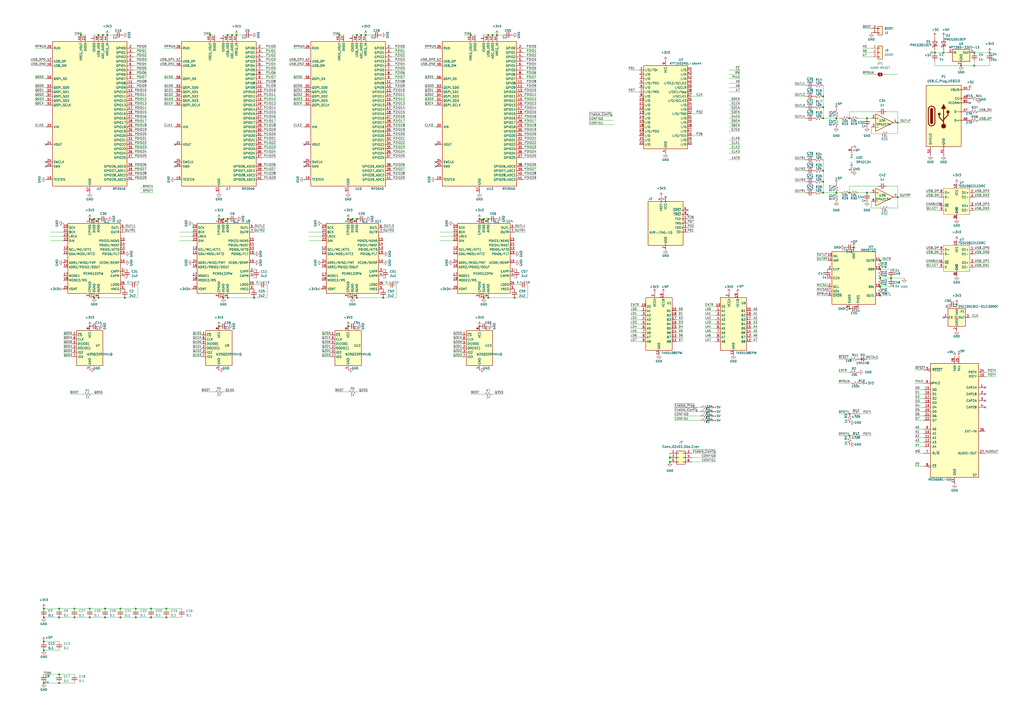
<source format=kicad_sch>
(kicad_sch (version 20231120) (generator "eeschema") (generator_version "8.0")
  (paper "A2")
  (title_block (date "2025-04-02") (rev "0.01"))
  (lib_symbols
    (symbol "Amplifier_Operational:OPA2134" (pin_names (offset 0.127))
      (property "Reference" "U" (at 0 5.08 0))
      (property "Value" "OPA2134" (at 0 -5.08 0))
      (symbol "OPA2134_1_1"
        (pin output line (at 7.62 0 180) (length 2.54) (name "~") (number "1"))
        (pin input line (at -7.62 -2.54 0) (length 2.54) (name "-") (number "2"))
        (pin input line (at -7.62 2.54 0) (length 2.54) (name "+") (number "3"))
      )
      (symbol "OPA2134_2_1"
        (pin input line (at -7.62 2.54 0) (length 2.54) (name "+") (number "5"))
        (pin input line (at -7.62 -2.54 0) (length 2.54) (name "-") (number "6"))
        (pin output line (at 7.62 0 180) (length 2.54) (name "~") (number "7"))
      )
      (symbol "OPA2134_3_1"
        (pin power_in line (at -2.54 -7.62 90) (length 3.81) (name "V-") (number "4"))
        (pin power_in line (at -2.54 7.62 270) (length 3.81) (name "V+") (number "8"))
      )
    )
    (symbol "Audio:PCM5122PW"
      (property "Reference" "U" (at -13.97 21.59 0))
      (property "Value" "PCM5122PW" (at 10.16 21.59 0))
      (symbol "PCM5122PW_1_1"
        (pin power_in line (at -2.54 22.86 270) (length 2.54) (name "CPVDD") (number "1"))
        (pin bidirectional line (at 17.78 -2.54 180) (length 2.54) (name "VCOM/DEMP") (number "10"))
        (pin bidirectional line (at -17.78 2.54 0) (length 2.54) (name "SDA/MOSI/ATT2") (number "11"))
        (pin input line (at -17.78 5.08 0) (length 2.54) (name "SCL/MC/ATT1") (number "12"))
        (pin bidirectional line (at 17.78 5.08 180) (length 2.54) (name "P0IO5/ATT0") (number "13"))
        (pin bidirectional line (at 17.78 7.62 180) (length 2.54) (name "P0IO4/MAST") (number "14"))
        (pin bidirectional line (at 17.78 10.16 180) (length 2.54) (name "P0IO3/AGNS") (number "15"))
        (pin bidirectional line (at -17.78 -5.08 0) (length 2.54) (name "ADR2/P0IO2/DOUT") (number "16"))
        (pin input line (at -17.78 -10.16 0) (length 2.54) (name "MODE1") (number "17"))
        (pin input line (at -17.78 -12.7 0) (length 2.54) (name "MODE2/MS") (number "18"))
        (pin bidirectional line (at 17.78 2.54 180) (length 2.54) (name "P0IO6/FLT") (number "19"))
        (pin passive line (at 17.78 -7.62 180) (length 2.54) (name "CAPP") (number "2"))
        (pin input line (at -17.78 17.78 0) (length 2.54) (name "SCK") (number "20"))
        (pin bidirectional line (at -17.78 15.24 0) (length 2.54) (name "BCK") (number "21"))
        (pin input line (at -17.78 10.16 0) (length 2.54) (name "DIN") (number "22"))
        (pin bidirectional line (at -17.78 12.7 0) (length 2.54) (name "LRCK") (number "23"))
        (pin bidirectional line (at -17.78 -2.54 0) (length 2.54) (name "ADR1/MISO/FMT") (number "24"))
        (pin input line (at -17.78 -17.78 0) (length 2.54) (name "XSMT") (number "25"))
        (pin passive line (at 17.78 -15.24 180) (length 2.54) (name "LDOO") (number "26"))
        (pin power_in line (at 0 -22.86 90) (length 2.54) (name "DGND") (number "27"))
        (pin power_in line (at 0 22.86 270) (length 2.54) (name "DVDD") (number "28"))
        (pin power_in line (at -2.54 -22.86 90) (length 2.54) (name "CPGND") (number "3"))
        (pin passive line (at 17.78 -10.16 180) (length 2.54) (name "CAPM") (number "4"))
        (pin passive line (at 17.78 -17.78 180) (length 2.54) (name "VNEG") (number "5"))
        (pin output line (at 17.78 17.78 180) (length 2.54) (name "OUTL") (number "6"))
        (pin output line (at 17.78 15.24 180) (length 2.54) (name "OUTR") (number "7"))
        (pin power_in line (at 2.54 22.86 270) (length 2.54) (name "AVDD") (number "8"))
        (pin power_in line (at 2.54 -22.86 90) (length 2.54) (name "AGND") (number "9"))
      )
    )
    (symbol "CPLD_Microchip:ATF1502ASL-xAx44"
      (property "Reference" "U" (at -12.7 24.13 0))
      (property "Value" "ATF1502ASL-xAx44" (at 12.7 24.13 0))
      (symbol "ATF1502ASL-xAx44_1_1"
        (pin bidirectional line (at -15.24 20.32 0) (length 2.54) (name "I/O/TDI") (number "1"))
        (pin bidirectional line (at -15.24 2.54 0) (length 2.54) (name "I/O") (number "10"))
        (pin bidirectional line (at -15.24 0 0) (length 2.54) (name "I/O") (number "11"))
        (pin bidirectional line (at -15.24 -2.54 0) (length 2.54) (name "I/O") (number "12"))
        (pin bidirectional line (at -15.24 -5.08 0) (length 2.54) (name "I/O") (number "13"))
        (pin bidirectional line (at -15.24 -7.62 0) (length 2.54) (name "I/O") (number "14"))
        (pin bidirectional line (at -15.24 -10.16 0) (length 2.54) (name "I/O") (number "15"))
        (pin passive line (at 0 -27.94 90) (length 2.54) hide (name "GND") (number "16"))
        (pin passive line (at 0 25.4 270) (length 2.54) hide (name "VCC") (number "17"))
        (pin bidirectional line (at -15.24 -12.7 0) (length 2.54) (name "I/O") (number "18"))
        (pin bidirectional line (at -15.24 -15.24 0) (length 2.54) (name "I/O/PD2") (number "19"))
        (pin bidirectional line (at -15.24 17.78 0) (length 2.54) (name "I/O") (number "2"))
        (pin bidirectional line (at -15.24 -17.78 0) (length 2.54) (name "I/O") (number "20"))
        (pin bidirectional line (at -15.24 -20.32 0) (length 2.54) (name "I/O") (number "21"))
        (pin bidirectional line (at -15.24 -22.86 0) (length 2.54) (name "I/O") (number "22"))
        (pin bidirectional line (at 15.24 -22.86 180) (length 2.54) (name "I/O") (number "23"))
        (pin passive line (at 0 -27.94 90) (length 2.54) hide (name "GND") (number "24"))
        (pin bidirectional line (at 15.24 -20.32 180) (length 2.54) (name "I/O") (number "25"))
        (pin bidirectional line (at 15.24 -17.78 180) (length 2.54) (name "I/O/TCK") (number "26"))
        (pin bidirectional line (at 15.24 -15.24 180) (length 2.54) (name "I/O") (number "27"))
        (pin bidirectional line (at 15.24 -12.7 180) (length 2.54) (name "I/O") (number "28"))
        (pin passive line (at 0 25.4 270) (length 2.54) hide (name "VCC") (number "29"))
        (pin bidirectional line (at -15.24 15.24 0) (length 2.54) (name "I/O") (number "3"))
        (pin bidirectional line (at 15.24 -10.16 180) (length 2.54) (name "I/O") (number "30"))
        (pin bidirectional line (at 15.24 -7.62 180) (length 2.54) (name "I/O") (number "31"))
        (pin bidirectional line (at 15.24 -5.08 180) (length 2.54) (name "I/O/TDO") (number "32"))
        (pin bidirectional line (at 15.24 -2.54 180) (length 2.54) (name "I/O") (number "33"))
        (pin bidirectional line (at 15.24 0 180) (length 2.54) (name "I/O") (number "34"))
        (pin bidirectional line (at 15.24 2.54 180) (length 2.54) (name "I/O/GCLK3") (number "35"))
        (pin passive line (at 0 -27.94 90) (length 2.54) hide (name "GND") (number "36"))
        (pin input line (at 15.24 5.08 180) (length 2.54) (name "I/GCLK1") (number "37"))
        (pin input line (at 15.24 7.62 180) (length 2.54) (name "I/OE1/Vpp") (number "38"))
        (pin input line (at 15.24 10.16 180) (length 2.54) (name "I/GCLR") (number "39"))
        (pin power_in line (at 0 -27.94 90) (length 2.54) (name "GND") (number "4"))
        (pin input line (at 15.24 12.7 180) (length 2.54) (name "I/OE2/GCLK2") (number "40"))
        (pin passive line (at 0 25.4 270) (length 2.54) hide (name "VCC") (number "41"))
        (pin bidirectional line (at 15.24 15.24 180) (length 2.54) (name "I/O") (number "42"))
        (pin bidirectional line (at 15.24 17.78 180) (length 2.54) (name "I/O") (number "43"))
        (pin bidirectional line (at 15.24 20.32 180) (length 2.54) (name "I/O") (number "44"))
        (pin bidirectional line (at -15.24 12.7 0) (length 2.54) (name "I/O/PD1") (number "5"))
        (pin bidirectional line (at -15.24 10.16 0) (length 2.54) (name "I/O") (number "6"))
        (pin bidirectional line (at -15.24 7.62 0) (length 2.54) (name "I/O/TMS") (number "7"))
        (pin bidirectional line (at -15.24 5.08 0) (length 2.54) (name "I/O") (number "8"))
        (pin power_in line (at 0 25.4 270) (length 2.54) (name "VCC") (number "9"))
      )
    )
    (symbol "CPU2:MAX9723"
      (property "Reference" "U" (at -7.62 16.51 0))
      (property "Value" "MAX9723" (at 10.16 16.51 0))
      (symbol "MAX9723_1_1"
        (pin power_in line (at 0 17.78 270) (length 2.54) (name "VDD") (number "1"))
        (pin input line (at -15.24 12.7 0) (length 2.54) (name "INL") (number "10"))
        (pin input line (at -15.24 10.16 0) (length 2.54) (name "INR") (number "11"))
        (pin power_in line (at 2.54 -17.78 90) (length 2.54) hide (name "SVSS") (number "12"))
        (pin output line (at 15.24 5.08 180) (length 2.54) (name "BBR") (number "13"))
        (pin output line (at 15.24 10.16 180) (length 2.54) (name "OUTR") (number "14"))
        (pin output line (at 15.24 -10.16 180) (length 2.54) (name "OUTL") (number "15"))
        (pin output line (at 15.24 -5.08 180) (length 2.54) (name "BBL") (number "16"))
        (pin input line (at -15.24 5.08 0) (length 2.54) (name "C1P") (number "2"))
        (pin power_in line (at -2.54 -17.78 90) (length 2.54) hide (name "PGND") (number "3"))
        (pin input line (at -15.24 0 0) (length 2.54) (name "C1N") (number "4"))
        (pin passive line (at -15.24 -5.08 0) (length 2.54) (name "SCL") (number "5"))
        (pin power_in line (at 2.54 -17.78 90) (length 2.54) (name "PVSS") (number "6"))
        (pin passive line (at -15.24 -7.62 0) (length 2.54) (name "SDA") (number "7"))
        (pin input line (at -15.24 -10.16 0) (length 2.54) (name "~{SHDN}") (number "8"))
        (pin power_in line (at -2.54 -17.78 90) (length 2.54) (name "SGND") (number "9"))
        (pin power_in line (at -2.54 -17.78 90) (length 2.54) hide (name "EP") (number "EP"))
      )
    )
    (symbol "CPU2:MOS6581-SID" (pin_names (offset 1.016))
      (property "Reference" "U" (at 6.35 38.1 0))
      (property "Value" "MOS6581-SID" (at 5.08 35.56 0))
      (symbol "MOS6581-SID_1_1"
        (pin input line (at 16.51 20.32 180) (length 3.81) (name "CAP1A") (number "1"))
        (pin input line (at -19.05 -6.35 0) (length 3.81) (name "A1") (number "10"))
        (pin input line (at -19.05 -8.89 0) (length 3.81) (name "A2") (number "11"))
        (pin input line (at -19.05 -11.43 0) (length 3.81) (name "A3") (number "12"))
        (pin input line (at -19.05 -13.97 0) (length 3.81) (name "A4") (number "13"))
        (pin power_in line (at -1.27 -35.56 90) (length 3.81) (name "GND") (number "14"))
        (pin bidirectional line (at -19.05 19.05 0) (length 3.81) (name "D0") (number "15"))
        (pin bidirectional line (at -19.05 16.51 0) (length 3.81) (name "D1") (number "16"))
        (pin bidirectional line (at -19.05 13.97 0) (length 3.81) (name "D2") (number "17"))
        (pin bidirectional line (at -19.05 11.43 0) (length 3.81) (name "D3") (number "18"))
        (pin bidirectional line (at -19.05 8.89 0) (length 3.81) (name "D4") (number "19"))
        (pin input line (at 16.51 16.51 180) (length 3.81) (name "CAP1B") (number "2"))
        (pin bidirectional line (at -19.05 6.35 0) (length 3.81) (name "D5") (number "20"))
        (pin bidirectional line (at -19.05 3.81 0) (length 3.81) (name "D6") (number "21"))
        (pin bidirectional line (at -19.05 1.27 0) (length 3.81) (name "D7") (number "22"))
        (pin input line (at 16.51 26.67 180) (length 3.81) (name "POTY") (number "23"))
        (pin input line (at 16.51 29.21 180) (length 3.81) (name "POTX") (number "24"))
        (pin power_in line (at 1.27 38.1 270) (length 3.81) (name "Vcc") (number "25"))
        (pin input line (at 16.51 -5.08 180) (length 3.81) (name "EXT-IN") (number "26"))
        (pin output line (at 16.51 -17.78 180) (length 3.81) (name "AUDIO-OUT") (number "27"))
        (pin power_in line (at -1.27 38.1 270) (length 3.81) (name "Vdd") (number "28"))
        (pin input line (at 16.51 12.7 180) (length 3.81) (name "CAP2A") (number "3"))
        (pin input line (at 16.51 8.89 180) (length 3.81) (name "CAP2B") (number "4"))
        (pin input inverted (at -19.05 30.48 0) (length 3.81) (name "~{RESET}") (number "5"))
        (pin input clock (at -19.05 22.86 0) (length 3.81) (name "PHI2") (number "6"))
        (pin input line (at -19.05 -17.78 0) (length 3.81) (name "R/~{W}") (number "7"))
        (pin input inverted (at -19.05 -25.4 0) (length 3.81) (name "~{CE}") (number "8"))
        (pin input line (at -19.05 -3.81 0) (length 3.81) (name "A0") (number "9"))
      )
    )
    (symbol "CPU2:TS3USB221EDRC"
      (property "Reference" "U" (at -6.35 8.89 0))
      (property "Value" "TS3USB221EDRC" (at 8.89 8.89 0))
      (symbol "TS3USB221EDRC_1_1"
        (pin bidirectional line (at 10.16 5.08 180) (length 2.54) (name "D1+") (number "1"))
        (pin power_in line (at 0 10.16 270) (length 2.54) (name "VCC") (number "10"))
        (pin power_in line (at 0 -10.16 90) (length 2.54) (name "GND") (number "11"))
        (pin bidirectional line (at 10.16 2.54 180) (length 2.54) (name "D1-") (number "2"))
        (pin bidirectional line (at 10.16 -2.54 180) (length 2.54) (name "D2+") (number "3"))
        (pin bidirectional line (at 10.16 -5.08 180) (length 2.54) (name "D2-") (number "4"))
        (pin power_in line (at 0 -10.16 90) (length 2.54) (name "GND") (number "5"))
        (pin input line (at -10.16 -2.54 0) (length 2.54) (name "~{OE}") (number "6"))
        (pin bidirectional line (at -10.16 2.54 0) (length 2.54) (name "D-") (number "7"))
        (pin bidirectional line (at -10.16 5.08 0) (length 2.54) (name "D+") (number "8"))
        (pin input line (at -10.16 -5.08 0) (length 2.54) (name "S") (number "9"))
      )
    )
    (symbol "CPU2:W25Q32RVXHJQ"
      (property "Reference" "U" (at -6.35 11.43 0))
      (property "Value" "W25Q32RVXHJQ" (at 7.62 11.43 0))
      (symbol "W25Q32RVXHJQ_1_1"
        (pin input line (at -10.16 7.62 0) (length 2.54) (name "~{CS}") (number "1"))
        (pin bidirectional line (at -10.16 0 0) (length 2.54) (name "DO(IO1)") (number "2"))
        (pin bidirectional line (at -10.16 -2.54 0) (length 2.54) (name "IO2") (number "3"))
        (pin power_in line (at 0 -12.7 90) (length 2.54) (name "GND") (number "4"))
        (pin bidirectional line (at -10.16 2.54 0) (length 2.54) (name "DI(IO0)") (number "5"))
        (pin input line (at -10.16 5.08 0) (length 2.54) (name "CLK") (number "6"))
        (pin bidirectional line (at -10.16 -5.08 0) (length 2.54) (name "IO3") (number "7"))
        (pin power_in line (at 0 12.7 270) (length 2.54) (name "VCC") (number "8"))
      )
    )
    (symbol "Connector:AVR-JTAG-10" (pin_names (offset 1.016))
      (property "Reference" "J" (at -8.89 13.97 0))
      (property "Value" "AVR-JTAG-10" (at 1.27 13.97 0))
      (symbol "AVR-JTAG-10_1_1"
        (pin passive line (at 12.7 2.54 180) (length 2.54) (name "TCK") (number "1"))
        (pin passive line (at 0 -15.24 90) (length 2.54) hide (name "GND") (number "10"))
        (pin passive line (at 0 -15.24 90) (length 2.54) (name "GND") (number "2"))
        (pin passive line (at 12.7 -2.54 180) (length 2.54) (name "TDO") (number "3"))
        (pin passive line (at -2.54 15.24 270) (length 2.54) (name "VREF") (number "4"))
        (pin passive line (at 12.7 0 180) (length 2.54) (name "TMS") (number "5"))
        (pin passive line (at 12.7 7.62 180) (length 2.54) (name "~{SRST}") (number "6"))
        (pin passive line (at 0 15.24 270) (length 2.54) (name "VCC") (number "7"))
        (pin passive line (at 12.7 5.08 180) (length 2.54) (name "~{TRST}") (number "8"))
        (pin passive line (at 12.7 -5.08 180) (length 2.54) (name "TDI") (number "9"))
      )
    )
    (symbol "Connector:USB_C_Plug_USB2.0" (pin_names (offset 1.016))
      (property "Reference" "P" (at -10.16 19.05 0))
      (property "Value" "USB_C_Plug_USB2.0" (at 12.7 19.05 0))
      (symbol "USB_C_Plug_USB2.0_1_1"
        (pin passive line (at 0 -22.86 90) (length 5.08) (name "GND") (number "A1"))
        (pin passive line (at 0 -22.86 90) (length 5.08) hide (name "GND") (number "A12"))
        (pin passive line (at 15.24 15.24 180) (length 5.08) (name "VBUS") (number "A4"))
        (pin bidirectional line (at 15.24 10.16 180) (length 5.08) (name "CC") (number "A5"))
        (pin bidirectional line (at 15.24 -2.54 180) (length 5.08) (name "D+") (number "A6"))
        (pin bidirectional line (at 15.24 2.54 180) (length 5.08) (name "D-") (number "A7"))
        (pin passive line (at 15.24 15.24 180) (length 5.08) hide (name "VBUS") (number "A9"))
        (pin passive line (at 0 -22.86 90) (length 5.08) hide (name "GND") (number "B1"))
        (pin passive line (at 0 -22.86 90) (length 5.08) hide (name "GND") (number "B12"))
        (pin passive line (at 15.24 15.24 180) (length 5.08) hide (name "VBUS") (number "B4"))
        (pin bidirectional line (at 15.24 7.62 180) (length 5.08) (name "VCONN") (number "B5"))
        (pin passive line (at 15.24 15.24 180) (length 5.08) hide (name "VBUS") (number "B9"))
        (pin passive line (at -7.62 -22.86 90) (length 5.08) (name "SHIELD") (number "S1"))
      )
    )
    (symbol "Connector_Generic:Conn_01x02" (pin_names (offset 1.016) hide)
      (property "Reference" "J" (at 0 2.54 0))
      (property "Value" "Conn_01x02" (at 0 -5.08 0))
      (symbol "Conn_01x02_1_1"
        (pin passive line (at -5.08 0 0) (length 3.81) (name "Pin_1") (number "1"))
        (pin passive line (at -5.08 -2.54 0) (length 3.81) (name "Pin_2") (number "2"))
      )
    )
    (symbol "Connector_Generic:Conn_01x03" (pin_names (offset 1.016) hide)
      (property "Reference" "J" (at 0 5.08 0))
      (property "Value" "Conn_01x03" (at 0 -5.08 0))
      (symbol "Conn_01x03_1_1"
        (pin passive line (at -5.08 2.54 0) (length 3.81) (name "Pin_1") (number "1"))
        (pin passive line (at -5.08 0 0) (length 3.81) (name "Pin_2") (number "2"))
        (pin passive line (at -5.08 -2.54 0) (length 3.81) (name "Pin_3") (number "3"))
      )
    )
    (symbol "Connector_Generic:Conn_02x03_Odd_Even" (pin_names (offset 1.016) hide)
      (property "Reference" "J" (at 1.27 5.08 0))
      (property "Value" "Conn_02x03_Odd_Even" (at 1.27 -5.08 0))
      (symbol "Conn_02x03_Odd_Even_1_1"
        (pin passive line (at -5.08 2.54 0) (length 3.81) (name "Pin_1") (number "1"))
        (pin passive line (at 7.62 2.54 180) (length 3.81) (name "Pin_2") (number "2"))
        (pin passive line (at -5.08 0 0) (length 3.81) (name "Pin_3") (number "3"))
        (pin passive line (at 7.62 0 180) (length 3.81) (name "Pin_4") (number "4"))
        (pin passive line (at -5.08 -2.54 0) (length 3.81) (name "Pin_5") (number "5"))
        (pin passive line (at 7.62 -2.54 180) (length 3.81) (name "Pin_6") (number "6"))
      )
    )
    (symbol "Device:C_Small" (pin_numbers hide) (pin_names (offset 0.254) hide)
      (property "Reference" "C" (at 0.254 1.778 0))
      (property "Value" "C_Small" (at 0.254 -2.032 0))
      (symbol "C_Small_1_1"
        (pin passive line (at 0 2.54 270) (length 2.032) (name "~") (number "1"))
        (pin passive line (at 0 -2.54 90) (length 2.032) (name "~") (number "2"))
      )
    )
    (symbol "Device:D_Schottky" (pin_numbers hide) (pin_names (offset 1.016) hide)
      (property "Reference" "D" (at 0 2.54 0))
      (property "Value" "D_Schottky" (at 0 -2.54 0))
      (symbol "D_Schottky_1_1"
        (pin passive line (at -3.81 0 0) (length 2.54) (name "K") (number "1"))
        (pin passive line (at 3.81 0 180) (length 2.54) (name "A") (number "2"))
      )
    )
    (symbol "Device:D_Small" (pin_numbers hide) (pin_names (offset 0.254) hide)
      (property "Reference" "D" (at -1.27 2.032 0))
      (property "Value" "D_Small" (at -3.81 -2.032 0))
      (symbol "D_Small_1_1"
        (pin passive line (at -2.54 0 0) (length 1.778) (name "K") (number "1"))
        (pin passive line (at 2.54 0 180) (length 1.778) (name "A") (number "2"))
      )
    )
    (symbol "Device:R_Small_US" (pin_numbers hide) (pin_names (offset 0.254) hide)
      (property "Reference" "R" (at 0.762 0.508 0))
      (property "Value" "R_Small_US" (at 0.762 -1.016 0))
      (symbol "R_Small_US_1_1"
        (pin passive line (at 0 2.54 270) (length 1.016) (name "~") (number "1"))
        (pin passive line (at 0 -2.54 90) (length 1.016) (name "~") (number "2"))
      )
    )
    (symbol "Jumper:SolderJumper_2_Open" (pin_numbers hide) (pin_names (offset 0) hide) (exclude_from_sim yes) (in_bom no)
      (property "Reference" "JP" (at 0 2.032 0))
      (property "Value" "SolderJumper_2_Open" (at 0 -2.54 0))
      (symbol "SolderJumper_2_Open_1_1"
        (pin passive line (at -3.81 0 0) (length 2.54) (name "A") (number "1"))
        (pin passive line (at 3.81 0 180) (length 2.54) (name "B") (number "2"))
      )
    )
    (symbol "Logic_LevelTranslator:TXS0108EPW"
      (property "Reference" "U" (at -6.35 16.51 0))
      (property "Value" "TXS0108EPW" (at 3.81 16.51 0))
      (symbol "TXS0108EPW_1_1"
        (pin bidirectional line (at -10.16 7.62 0) (length 2.54) (name "A1") (number "1"))
        (pin input line (at -10.16 10.16 0) (length 2.54) (name "OE") (number "10"))
        (pin power_in line (at 0 -17.78 90) (length 2.54) (name "GND") (number "11"))
        (pin bidirectional line (at 10.16 -10.16 180) (length 2.54) (name "B8") (number "12"))
        (pin bidirectional line (at 10.16 -7.62 180) (length 2.54) (name "B7") (number "13"))
        (pin bidirectional line (at 10.16 -5.08 180) (length 2.54) (name "B6") (number "14"))
        (pin bidirectional line (at 10.16 -2.54 180) (length 2.54) (name "B5") (number "15"))
        (pin bidirectional line (at 10.16 0 180) (length 2.54) (name "B4") (number "16"))
        (pin bidirectional line (at 10.16 2.54 180) (length 2.54) (name "B3") (number "17"))
        (pin bidirectional line (at 10.16 5.08 180) (length 2.54) (name "B2") (number "18"))
        (pin power_in line (at 2.54 17.78 270) (length 2.54) (name "VCCB") (number "19"))
        (pin power_in line (at -2.54 17.78 270) (length 2.54) (name "VCCA") (number "2"))
        (pin bidirectional line (at 10.16 7.62 180) (length 2.54) (name "B1") (number "20"))
        (pin bidirectional line (at -10.16 5.08 0) (length 2.54) (name "A2") (number "3"))
        (pin bidirectional line (at -10.16 2.54 0) (length 2.54) (name "A3") (number "4"))
        (pin bidirectional line (at -10.16 0 0) (length 2.54) (name "A4") (number "5"))
        (pin bidirectional line (at -10.16 -2.54 0) (length 2.54) (name "A5") (number "6"))
        (pin bidirectional line (at -10.16 -5.08 0) (length 2.54) (name "A6") (number "7"))
        (pin bidirectional line (at -10.16 -7.62 0) (length 2.54) (name "A7") (number "8"))
        (pin bidirectional line (at -10.16 -10.16 0) (length 2.54) (name "A8") (number "9"))
      )
    )
    (symbol "MCU_RaspberryPi:RP2040"
      (property "Reference" "U" (at 17.78 45.72 0))
      (property "Value" "RP2040" (at 17.78 43.18 0))
      (symbol "RP2040_1_1"
        (pin power_in line (at 2.54 45.72 270) (length 3.81) (name "IOVDD") (number "1"))
        (pin passive line (at 2.54 45.72 270) (length 3.81) hide (name "IOVDD") (number "10"))
        (pin bidirectional line (at 25.4 17.78 180) (length 3.81) (name "GPIO8") (number "11"))
        (pin bidirectional line (at 25.4 15.24 180) (length 3.81) (name "GPIO9") (number "12"))
        (pin bidirectional line (at 25.4 12.7 180) (length 3.81) (name "GPIO10") (number "13"))
        (pin bidirectional line (at 25.4 10.16 180) (length 3.81) (name "GPIO11") (number "14"))
        (pin bidirectional line (at 25.4 7.62 180) (length 3.81) (name "GPIO12") (number "15"))
        (pin bidirectional line (at 25.4 5.08 180) (length 3.81) (name "GPIO13") (number "16"))
        (pin bidirectional line (at 25.4 2.54 180) (length 3.81) (name "GPIO14") (number "17"))
        (pin bidirectional line (at 25.4 0 180) (length 3.81) (name "GPIO15") (number "18"))
        (pin input line (at -25.4 -38.1 0) (length 3.81) (name "TESTEN") (number "19"))
        (pin bidirectional line (at 25.4 38.1 180) (length 3.81) (name "GPIO0") (number "2"))
        (pin input line (at -25.4 -7.62 0) (length 3.81) (name "XIN") (number "20"))
        (pin passive line (at -25.4 -17.78 0) (length 3.81) (name "XOUT") (number "21"))
        (pin passive line (at 2.54 45.72 270) (length 3.81) hide (name "IOVDD") (number "22"))
        (pin power_in line (at -2.54 45.72 270) (length 3.81) (name "DVDD") (number "23"))
        (pin input line (at -25.4 -27.94 0) (length 3.81) (name "SWCLK") (number "24"))
        (pin bidirectional line (at -25.4 -30.48 0) (length 3.81) (name "SWD") (number "25"))
        (pin input line (at -25.4 38.1 0) (length 3.81) (name "RUN") (number "26"))
        (pin bidirectional line (at 25.4 -2.54 180) (length 3.81) (name "GPIO16") (number "27"))
        (pin bidirectional line (at 25.4 -5.08 180) (length 3.81) (name "GPIO17") (number "28"))
        (pin bidirectional line (at 25.4 -7.62 180) (length 3.81) (name "GPIO18") (number "29"))
        (pin bidirectional line (at 25.4 35.56 180) (length 3.81) (name "GPIO1") (number "3"))
        (pin bidirectional line (at 25.4 -10.16 180) (length 3.81) (name "GPIO19") (number "30"))
        (pin bidirectional line (at 25.4 -12.7 180) (length 3.81) (name "GPIO20") (number "31"))
        (pin bidirectional line (at 25.4 -15.24 180) (length 3.81) (name "GPIO21") (number "32"))
        (pin passive line (at 2.54 45.72 270) (length 3.81) hide (name "IOVDD") (number "33"))
        (pin bidirectional line (at 25.4 -17.78 180) (length 3.81) (name "GPIO22") (number "34"))
        (pin bidirectional line (at 25.4 -20.32 180) (length 3.81) (name "GPIO23") (number "35"))
        (pin bidirectional line (at 25.4 -22.86 180) (length 3.81) (name "GPIO24") (number "36"))
        (pin bidirectional line (at 25.4 -25.4 180) (length 3.81) (name "GPIO25") (number "37"))
        (pin bidirectional line (at 25.4 -30.48 180) (length 3.81) (name "GPIO26_ADC0") (number "38"))
        (pin bidirectional line (at 25.4 -33.02 180) (length 3.81) (name "GPIO27_ADC1") (number "39"))
        (pin bidirectional line (at 25.4 33.02 180) (length 3.81) (name "GPIO2") (number "4"))
        (pin bidirectional line (at 25.4 -35.56 180) (length 3.81) (name "GPIO28_ADC2") (number "40"))
        (pin bidirectional line (at 25.4 -38.1 180) (length 3.81) (name "GPIO29_ADC3") (number "41"))
        (pin passive line (at 2.54 45.72 270) (length 3.81) hide (name "IOVDD") (number "42"))
        (pin power_in line (at 7.62 45.72 270) (length 3.81) (name "ADC_AVDD") (number "43"))
        (pin power_in line (at 10.16 45.72 270) (length 3.81) (name "VREG_IN") (number "44"))
        (pin power_out line (at -5.08 45.72 270) (length 3.81) (name "VREG_VOUT") (number "45"))
        (pin bidirectional line (at -25.4 27.94 0) (length 3.81) (name "USB_DM") (number "46"))
        (pin bidirectional line (at -25.4 30.48 0) (length 3.81) (name "USB_DP") (number "47"))
        (pin power_in line (at 5.08 45.72 270) (length 3.81) (name "USB_VDD") (number "48"))
        (pin passive line (at 2.54 45.72 270) (length 3.81) hide (name "IOVDD") (number "49"))
        (pin bidirectional line (at 25.4 30.48 180) (length 3.81) (name "GPIO3") (number "5"))
        (pin passive line (at -2.54 45.72 270) (length 3.81) hide (name "DVDD") (number "50"))
        (pin bidirectional line (at -25.4 7.62 0) (length 3.81) (name "QSPI_SD3") (number "51"))
        (pin output line (at -25.4 5.08 0) (length 3.81) (name "QSPI_SCLK") (number "52"))
        (pin bidirectional line (at -25.4 15.24 0) (length 3.81) (name "QSPI_SD0") (number "53"))
        (pin bidirectional line (at -25.4 10.16 0) (length 3.81) (name "QSPI_SD2") (number "54"))
        (pin bidirectional line (at -25.4 12.7 0) (length 3.81) (name "QSPI_SD1") (number "55"))
        (pin bidirectional line (at -25.4 20.32 0) (length 3.81) (name "QSPI_SS") (number "56"))
        (pin power_in line (at 0 -45.72 90) (length 3.81) (name "GND") (number "57"))
        (pin bidirectional line (at 25.4 27.94 180) (length 3.81) (name "GPIO4") (number "6"))
        (pin bidirectional line (at 25.4 25.4 180) (length 3.81) (name "GPIO5") (number "7"))
        (pin bidirectional line (at 25.4 22.86 180) (length 3.81) (name "GPIO6") (number "8"))
        (pin bidirectional line (at 25.4 20.32 180) (length 3.81) (name "GPIO7") (number "9"))
      )
    )
    (symbol "Oscillator:TXC-7C" (pin_names (offset 0.254))
      (property "Reference" "X" (at -5.08 6.35 0))
      (property "Value" "TXC-7C" (at 1.27 -6.35 0))
      (symbol "TXC-7C_1_1"
        (pin input line (at -7.62 0 0) (length 2.54) (name "EN") (number "1"))
        (pin power_in line (at 0 -7.62 90) (length 2.54) (name "GND") (number "2"))
        (pin output line (at 7.62 0 180) (length 2.54) (name "OUT") (number "3"))
        (pin power_in line (at 0 7.62 270) (length 2.54) (name "Vdd") (number "4"))
      )
    )
    (symbol "RP2040_1"
      (property "Reference" "U" (at 17.78 45.72 0))
      (property "Value" "RP2040" (at 17.78 43.18 0))
      (symbol "RP2040_1_1_1"
        (pin power_in line (at 2.54 45.72 270) (length 3.81) (name "IOVDD") (number "1"))
        (pin passive line (at 2.54 45.72 270) (length 3.81) hide (name "IOVDD") (number "10"))
        (pin bidirectional line (at 25.4 17.78 180) (length 3.81) (name "GPIO8") (number "11"))
        (pin bidirectional line (at 25.4 15.24 180) (length 3.81) (name "GPIO9") (number "12"))
        (pin bidirectional line (at 25.4 12.7 180) (length 3.81) (name "GPIO10") (number "13"))
        (pin bidirectional line (at 25.4 10.16 180) (length 3.81) (name "GPIO11") (number "14"))
        (pin bidirectional line (at 25.4 7.62 180) (length 3.81) (name "GPIO12") (number "15"))
        (pin bidirectional line (at 25.4 5.08 180) (length 3.81) (name "GPIO13") (number "16"))
        (pin bidirectional line (at 25.4 2.54 180) (length 3.81) (name "GPIO14") (number "17"))
        (pin bidirectional line (at 25.4 0 180) (length 3.81) (name "GPIO15") (number "18"))
        (pin input line (at -25.4 -38.1 0) (length 3.81) (name "TESTEN") (number "19"))
        (pin bidirectional line (at 25.4 38.1 180) (length 3.81) (name "GPIO0") (number "2"))
        (pin input line (at -25.4 -7.62 0) (length 3.81) (name "XIN") (number "20"))
        (pin passive line (at -25.4 -17.78 0) (length 3.81) (name "XOUT") (number "21"))
        (pin passive line (at 2.54 45.72 270) (length 3.81) hide (name "IOVDD") (number "22"))
        (pin power_in line (at -2.54 45.72 270) (length 3.81) (name "DVDD") (number "23"))
        (pin input line (at -25.4 -27.94 0) (length 3.81) (name "SWCLK") (number "24"))
        (pin bidirectional line (at -25.4 -30.48 0) (length 3.81) (name "SWD") (number "25"))
        (pin input line (at -25.4 38.1 0) (length 3.81) (name "RUN") (number "26"))
        (pin bidirectional line (at 25.4 -2.54 180) (length 3.81) (name "GPIO16") (number "27"))
        (pin bidirectional line (at 25.4 -5.08 180) (length 3.81) (name "GPIO17") (number "28"))
        (pin bidirectional line (at 25.4 -7.62 180) (length 3.81) (name "GPIO18") (number "29"))
        (pin bidirectional line (at 25.4 35.56 180) (length 3.81) (name "GPIO1") (number "3"))
        (pin bidirectional line (at 25.4 -10.16 180) (length 3.81) (name "GPIO19") (number "30"))
        (pin bidirectional line (at 25.4 -12.7 180) (length 3.81) (name "GPIO20") (number "31"))
        (pin bidirectional line (at 25.4 -15.24 180) (length 3.81) (name "GPIO21") (number "32"))
        (pin passive line (at 2.54 45.72 270) (length 3.81) hide (name "IOVDD") (number "33"))
        (pin bidirectional line (at 25.4 -17.78 180) (length 3.81) (name "GPIO22") (number "34"))
        (pin bidirectional line (at 25.4 -20.32 180) (length 3.81) (name "GPIO23") (number "35"))
        (pin bidirectional line (at 25.4 -22.86 180) (length 3.81) (name "GPIO24") (number "36"))
        (pin bidirectional line (at 25.4 -25.4 180) (length 3.81) (name "GPIO25") (number "37"))
        (pin bidirectional line (at 25.4 -30.48 180) (length 3.81) (name "GPIO26_ADC0") (number "38"))
        (pin bidirectional line (at 25.4 -33.02 180) (length 3.81) (name "GPIO27_ADC1") (number "39"))
        (pin bidirectional line (at 25.4 33.02 180) (length 3.81) (name "GPIO2") (number "4"))
        (pin bidirectional line (at 25.4 -35.56 180) (length 3.81) (name "GPIO28_ADC2") (number "40"))
        (pin bidirectional line (at 25.4 -38.1 180) (length 3.81) (name "GPIO29_ADC3") (number "41"))
        (pin passive line (at 2.54 45.72 270) (length 3.81) hide (name "IOVDD") (number "42"))
        (pin power_in line (at 7.62 45.72 270) (length 3.81) (name "ADC_AVDD") (number "43"))
        (pin power_in line (at 10.16 45.72 270) (length 3.81) (name "VREG_IN") (number "44"))
        (pin power_out line (at -5.08 45.72 270) (length 3.81) (name "VREG_VOUT") (number "45"))
        (pin bidirectional line (at -25.4 27.94 0) (length 3.81) (name "USB_DM") (number "46"))
        (pin bidirectional line (at -25.4 30.48 0) (length 3.81) (name "USB_DP") (number "47"))
        (pin power_in line (at 5.08 45.72 270) (length 3.81) (name "USB_VDD") (number "48"))
        (pin passive line (at 2.54 45.72 270) (length 3.81) hide (name "IOVDD") (number "49"))
        (pin bidirectional line (at 25.4 30.48 180) (length 3.81) (name "GPIO3") (number "5"))
        (pin passive line (at -2.54 45.72 270) (length 3.81) hide (name "DVDD") (number "50"))
        (pin bidirectional line (at -25.4 7.62 0) (length 3.81) (name "QSPI_SD3") (number "51"))
        (pin output line (at -25.4 5.08 0) (length 3.81) (name "QSPI_SCLK") (number "52"))
        (pin bidirectional line (at -25.4 15.24 0) (length 3.81) (name "QSPI_SD0") (number "53"))
        (pin bidirectional line (at -25.4 10.16 0) (length 3.81) (name "QSPI_SD2") (number "54"))
        (pin bidirectional line (at -25.4 12.7 0) (length 3.81) (name "QSPI_SD1") (number "55"))
        (pin bidirectional line (at -25.4 20.32 0) (length 3.81) (name "QSPI_SS") (number "56"))
        (pin power_in line (at 0 -45.72 90) (length 3.81) (name "GND") (number "57"))
        (pin bidirectional line (at 25.4 27.94 180) (length 3.81) (name "GPIO4") (number "6"))
        (pin bidirectional line (at 25.4 25.4 180) (length 3.81) (name "GPIO5") (number "7"))
        (pin bidirectional line (at 25.4 22.86 180) (length 3.81) (name "GPIO6") (number "8"))
        (pin bidirectional line (at 25.4 20.32 180) (length 3.81) (name "GPIO7") (number "9"))
      )
    )
    (symbol "RP2040_2"
      (property "Reference" "U" (at 17.78 45.72 0))
      (property "Value" "RP2040" (at 17.78 43.18 0))
      (symbol "RP2040_2_1_1"
        (pin power_in line (at 2.54 45.72 270) (length 3.81) (name "IOVDD") (number "1"))
        (pin passive line (at 2.54 45.72 270) (length 3.81) hide (name "IOVDD") (number "10"))
        (pin bidirectional line (at 25.4 17.78 180) (length 3.81) (name "GPIO8") (number "11"))
        (pin bidirectional line (at 25.4 15.24 180) (length 3.81) (name "GPIO9") (number "12"))
        (pin bidirectional line (at 25.4 12.7 180) (length 3.81) (name "GPIO10") (number "13"))
        (pin bidirectional line (at 25.4 10.16 180) (length 3.81) (name "GPIO11") (number "14"))
        (pin bidirectional line (at 25.4 7.62 180) (length 3.81) (name "GPIO12") (number "15"))
        (pin bidirectional line (at 25.4 5.08 180) (length 3.81) (name "GPIO13") (number "16"))
        (pin bidirectional line (at 25.4 2.54 180) (length 3.81) (name "GPIO14") (number "17"))
        (pin bidirectional line (at 25.4 0 180) (length 3.81) (name "GPIO15") (number "18"))
        (pin input line (at -25.4 -38.1 0) (length 3.81) (name "TESTEN") (number "19"))
        (pin bidirectional line (at 25.4 38.1 180) (length 3.81) (name "GPIO0") (number "2"))
        (pin input line (at -25.4 -7.62 0) (length 3.81) (name "XIN") (number "20"))
        (pin passive line (at -25.4 -17.78 0) (length 3.81) (name "XOUT") (number "21"))
        (pin passive line (at 2.54 45.72 270) (length 3.81) hide (name "IOVDD") (number "22"))
        (pin power_in line (at -2.54 45.72 270) (length 3.81) (name "DVDD") (number "23"))
        (pin input line (at -25.4 -27.94 0) (length 3.81) (name "SWCLK") (number "24"))
        (pin bidirectional line (at -25.4 -30.48 0) (length 3.81) (name "SWD") (number "25"))
        (pin input line (at -25.4 38.1 0) (length 3.81) (name "RUN") (number "26"))
        (pin bidirectional line (at 25.4 -2.54 180) (length 3.81) (name "GPIO16") (number "27"))
        (pin bidirectional line (at 25.4 -5.08 180) (length 3.81) (name "GPIO17") (number "28"))
        (pin bidirectional line (at 25.4 -7.62 180) (length 3.81) (name "GPIO18") (number "29"))
        (pin bidirectional line (at 25.4 35.56 180) (length 3.81) (name "GPIO1") (number "3"))
        (pin bidirectional line (at 25.4 -10.16 180) (length 3.81) (name "GPIO19") (number "30"))
        (pin bidirectional line (at 25.4 -12.7 180) (length 3.81) (name "GPIO20") (number "31"))
        (pin bidirectional line (at 25.4 -15.24 180) (length 3.81) (name "GPIO21") (number "32"))
        (pin passive line (at 2.54 45.72 270) (length 3.81) hide (name "IOVDD") (number "33"))
        (pin bidirectional line (at 25.4 -17.78 180) (length 3.81) (name "GPIO22") (number "34"))
        (pin bidirectional line (at 25.4 -20.32 180) (length 3.81) (name "GPIO23") (number "35"))
        (pin bidirectional line (at 25.4 -22.86 180) (length 3.81) (name "GPIO24") (number "36"))
        (pin bidirectional line (at 25.4 -25.4 180) (length 3.81) (name "GPIO25") (number "37"))
        (pin bidirectional line (at 25.4 -30.48 180) (length 3.81) (name "GPIO26_ADC0") (number "38"))
        (pin bidirectional line (at 25.4 -33.02 180) (length 3.81) (name "GPIO27_ADC1") (number "39"))
        (pin bidirectional line (at 25.4 33.02 180) (length 3.81) (name "GPIO2") (number "4"))
        (pin bidirectional line (at 25.4 -35.56 180) (length 3.81) (name "GPIO28_ADC2") (number "40"))
        (pin bidirectional line (at 25.4 -38.1 180) (length 3.81) (name "GPIO29_ADC3") (number "41"))
        (pin passive line (at 2.54 45.72 270) (length 3.81) hide (name "IOVDD") (number "42"))
        (pin power_in line (at 7.62 45.72 270) (length 3.81) (name "ADC_AVDD") (number "43"))
        (pin power_in line (at 10.16 45.72 270) (length 3.81) (name "VREG_IN") (number "44"))
        (pin power_out line (at -5.08 45.72 270) (length 3.81) (name "VREG_VOUT") (number "45"))
        (pin bidirectional line (at -25.4 27.94 0) (length 3.81) (name "USB_DM") (number "46"))
        (pin bidirectional line (at -25.4 30.48 0) (length 3.81) (name "USB_DP") (number "47"))
        (pin power_in line (at 5.08 45.72 270) (length 3.81) (name "USB_VDD") (number "48"))
        (pin passive line (at 2.54 45.72 270) (length 3.81) hide (name "IOVDD") (number "49"))
        (pin bidirectional line (at 25.4 30.48 180) (length 3.81) (name "GPIO3") (number "5"))
        (pin passive line (at -2.54 45.72 270) (length 3.81) hide (name "DVDD") (number "50"))
        (pin bidirectional line (at -25.4 7.62 0) (length 3.81) (name "QSPI_SD3") (number "51"))
        (pin output line (at -25.4 5.08 0) (length 3.81) (name "QSPI_SCLK") (number "52"))
        (pin bidirectional line (at -25.4 15.24 0) (length 3.81) (name "QSPI_SD0") (number "53"))
        (pin bidirectional line (at -25.4 10.16 0) (length 3.81) (name "QSPI_SD2") (number "54"))
        (pin bidirectional line (at -25.4 12.7 0) (length 3.81) (name "QSPI_SD1") (number "55"))
        (pin bidirectional line (at -25.4 20.32 0) (length 3.81) (name "QSPI_SS") (number "56"))
        (pin power_in line (at 0 -45.72 90) (length 3.81) (name "GND") (number "57"))
        (pin bidirectional line (at 25.4 27.94 180) (length 3.81) (name "GPIO4") (number "6"))
        (pin bidirectional line (at 25.4 25.4 180) (length 3.81) (name "GPIO5") (number "7"))
        (pin bidirectional line (at 25.4 22.86 180) (length 3.81) (name "GPIO6") (number "8"))
        (pin bidirectional line (at 25.4 20.32 180) (length 3.81) (name "GPIO7") (number "9"))
      )
    )
    (symbol "RP2040_3"
      (property "Reference" "U" (at 17.78 45.72 0))
      (property "Value" "RP2040" (at 17.78 43.18 0))
      (symbol "RP2040_3_1_1"
        (pin power_in line (at 2.54 45.72 270) (length 3.81) (name "IOVDD") (number "1"))
        (pin passive line (at 2.54 45.72 270) (length 3.81) hide (name "IOVDD") (number "10"))
        (pin bidirectional line (at 25.4 17.78 180) (length 3.81) (name "GPIO8") (number "11"))
        (pin bidirectional line (at 25.4 15.24 180) (length 3.81) (name "GPIO9") (number "12"))
        (pin bidirectional line (at 25.4 12.7 180) (length 3.81) (name "GPIO10") (number "13"))
        (pin bidirectional line (at 25.4 10.16 180) (length 3.81) (name "GPIO11") (number "14"))
        (pin bidirectional line (at 25.4 7.62 180) (length 3.81) (name "GPIO12") (number "15"))
        (pin bidirectional line (at 25.4 5.08 180) (length 3.81) (name "GPIO13") (number "16"))
        (pin bidirectional line (at 25.4 2.54 180) (length 3.81) (name "GPIO14") (number "17"))
        (pin bidirectional line (at 25.4 0 180) (length 3.81) (name "GPIO15") (number "18"))
        (pin input line (at -25.4 -38.1 0) (length 3.81) (name "TESTEN") (number "19"))
        (pin bidirectional line (at 25.4 38.1 180) (length 3.81) (name "GPIO0") (number "2"))
        (pin input line (at -25.4 -7.62 0) (length 3.81) (name "XIN") (number "20"))
        (pin passive line (at -25.4 -17.78 0) (length 3.81) (name "XOUT") (number "21"))
        (pin passive line (at 2.54 45.72 270) (length 3.81) hide (name "IOVDD") (number "22"))
        (pin power_in line (at -2.54 45.72 270) (length 3.81) (name "DVDD") (number "23"))
        (pin input line (at -25.4 -27.94 0) (length 3.81) (name "SWCLK") (number "24"))
        (pin bidirectional line (at -25.4 -30.48 0) (length 3.81) (name "SWD") (number "25"))
        (pin input line (at -25.4 38.1 0) (length 3.81) (name "RUN") (number "26"))
        (pin bidirectional line (at 25.4 -2.54 180) (length 3.81) (name "GPIO16") (number "27"))
        (pin bidirectional line (at 25.4 -5.08 180) (length 3.81) (name "GPIO17") (number "28"))
        (pin bidirectional line (at 25.4 -7.62 180) (length 3.81) (name "GPIO18") (number "29"))
        (pin bidirectional line (at 25.4 35.56 180) (length 3.81) (name "GPIO1") (number "3"))
        (pin bidirectional line (at 25.4 -10.16 180) (length 3.81) (name "GPIO19") (number "30"))
        (pin bidirectional line (at 25.4 -12.7 180) (length 3.81) (name "GPIO20") (number "31"))
        (pin bidirectional line (at 25.4 -15.24 180) (length 3.81) (name "GPIO21") (number "32"))
        (pin passive line (at 2.54 45.72 270) (length 3.81) hide (name "IOVDD") (number "33"))
        (pin bidirectional line (at 25.4 -17.78 180) (length 3.81) (name "GPIO22") (number "34"))
        (pin bidirectional line (at 25.4 -20.32 180) (length 3.81) (name "GPIO23") (number "35"))
        (pin bidirectional line (at 25.4 -22.86 180) (length 3.81) (name "GPIO24") (number "36"))
        (pin bidirectional line (at 25.4 -25.4 180) (length 3.81) (name "GPIO25") (number "37"))
        (pin bidirectional line (at 25.4 -30.48 180) (length 3.81) (name "GPIO26_ADC0") (number "38"))
        (pin bidirectional line (at 25.4 -33.02 180) (length 3.81) (name "GPIO27_ADC1") (number "39"))
        (pin bidirectional line (at 25.4 33.02 180) (length 3.81) (name "GPIO2") (number "4"))
        (pin bidirectional line (at 25.4 -35.56 180) (length 3.81) (name "GPIO28_ADC2") (number "40"))
        (pin bidirectional line (at 25.4 -38.1 180) (length 3.81) (name "GPIO29_ADC3") (number "41"))
        (pin passive line (at 2.54 45.72 270) (length 3.81) hide (name "IOVDD") (number "42"))
        (pin power_in line (at 7.62 45.72 270) (length 3.81) (name "ADC_AVDD") (number "43"))
        (pin power_in line (at 10.16 45.72 270) (length 3.81) (name "VREG_IN") (number "44"))
        (pin power_out line (at -5.08 45.72 270) (length 3.81) (name "VREG_VOUT") (number "45"))
        (pin bidirectional line (at -25.4 27.94 0) (length 3.81) (name "USB_DM") (number "46"))
        (pin bidirectional line (at -25.4 30.48 0) (length 3.81) (name "USB_DP") (number "47"))
        (pin power_in line (at 5.08 45.72 270) (length 3.81) (name "USB_VDD") (number "48"))
        (pin passive line (at 2.54 45.72 270) (length 3.81) hide (name "IOVDD") (number "49"))
        (pin bidirectional line (at 25.4 30.48 180) (length 3.81) (name "GPIO3") (number "5"))
        (pin passive line (at -2.54 45.72 270) (length 3.81) hide (name "DVDD") (number "50"))
        (pin bidirectional line (at -25.4 7.62 0) (length 3.81) (name "QSPI_SD3") (number "51"))
        (pin output line (at -25.4 5.08 0) (length 3.81) (name "QSPI_SCLK") (number "52"))
        (pin bidirectional line (at -25.4 15.24 0) (length 3.81) (name "QSPI_SD0") (number "53"))
        (pin bidirectional line (at -25.4 10.16 0) (length 3.81) (name "QSPI_SD2") (number "54"))
        (pin bidirectional line (at -25.4 12.7 0) (length 3.81) (name "QSPI_SD1") (number "55"))
        (pin bidirectional line (at -25.4 20.32 0) (length 3.81) (name "QSPI_SS") (number "56"))
        (pin power_in line (at 0 -45.72 90) (length 3.81) (name "GND") (number "57"))
        (pin bidirectional line (at 25.4 27.94 180) (length 3.81) (name "GPIO4") (number "6"))
        (pin bidirectional line (at 25.4 25.4 180) (length 3.81) (name "GPIO5") (number "7"))
        (pin bidirectional line (at 25.4 22.86 180) (length 3.81) (name "GPIO6") (number "8"))
        (pin bidirectional line (at 25.4 20.32 180) (length 3.81) (name "GPIO7") (number "9"))
      )
    )
    (symbol "Regulator_Linear:MCP1804x-3302xDB" (pin_names (offset 0.254))
      (property "Reference" "U" (at -3.81 3.175 0))
      (property "Value" "MCP1804x-3302xDB" (at -0.635 3.175 0))
      (symbol "MCP1804x-3302xDB_1_1"
        (pin power_out line (at 7.62 0 180) (length 2.54) (name "OUT") (number "1"))
        (pin power_in line (at 0 -7.62 90) (length 2.54) (name "GND") (number "2"))
        (pin power_in line (at -7.62 0 0) (length 2.54) (name "IN") (number "3"))
      )
    )
    (symbol "power:+3V3" (power) (pin_numbers hide) (pin_names (offset 0) hide)
      (property "Value" "+3V3" (at 0 3.556 0))
      (symbol "+3V3_1_1"
        (pin power_in line (at 0 0 90) (length 0) (name "~") (number "1"))
      )
    )
    (symbol "power:+5C" (power) (pin_names (offset 0))
      (property "Value" "+5C" (at 0 3.556 0))
      (symbol "+5C_1_1"
        (pin power_in line (at 0 0 90) (length 0) hide (name "+5C") (number "1"))
      )
    )
    (symbol "power:+5P" (power) (pin_numbers hide) (pin_names (offset 0) hide)
      (property "Value" "+5P" (at 0 3.556 0))
      (symbol "+5P_1_1"
        (pin power_in line (at 0 0 90) (length 0) (name "~") (number "1"))
      )
    )
    (symbol "power:+5V" (power) (pin_numbers hide) (pin_names (offset 0) hide)
      (property "Value" "+5V" (at 0 3.556 0))
      (symbol "+5V_1_1"
        (pin power_in line (at 0 0 90) (length 0) (name "~") (number "1"))
      )
    )
    (symbol "power:+9V" (power) (pin_numbers hide) (pin_names (offset 0) hide)
      (property "Value" "+9V" (at 0 3.556 0))
      (symbol "+9V_1_1"
        (pin power_in line (at 0 0 90) (length 0) (name "~") (number "1"))
      )
    )
    (symbol "power:GND" (power) (pin_numbers hide) (pin_names (offset 0) hide)
      (property "Value" "GND" (at 0 -3.81 0))
      (symbol "GND_1_1"
        (pin power_in line (at 0 0 270) (length 0) (name "~") (number "1"))
      )
    )
  )
  (junction (at 25.4 377.19))
  (junction (at 492.76 111.76))
  (junction (at 127 189.23))
  (junction (at 520.7 114.3))
  (junction (at 52.07 358.14))
  (junction (at 388.62 265.43))
  (junction (at 278.13 127))
  (junction (at 25.4 353.06))
  (junction (at 283.21 20.32))
  (junction (at 542.29 30.48))
  (junction (at 557.53 38.1))
  (junction (at 520.7 71.12))
  (junction (at 96.52 353.06))
  (junction (at 565.15 38.1))
  (junction (at 127 127))
  (junction (at 477.52 68.58))
  (junction (at 129.54 172.72))
  (junction (at 132.08 172.72))
  (junction (at 132.08 127))
  (junction (at 34.29 353.06))
  (junction (at 25.4 396.24))
  (junction (at 57.15 172.72))
  (junction (at 285.75 20.32))
  (junction (at 69.85 358.14))
  (junction (at 34.29 358.14))
  (junction (at 492.76 68.58))
  (junction (at 132.08 20.32))
  (junction (at 207.01 20.32))
  (junction (at 60.96 353.06))
  (junction (at 510.54 161.29))
  (junction (at 477.52 111.76))
  (junction (at 43.18 353.06))
  (junction (at 52.07 189.23))
  (junction (at 477.52 99.06))
  (junction (at 87.63 353.06))
  (junction (at 278.13 189.23))
  (junction (at 43.18 358.14))
  (junction (at 196.85 20.32))
  (junction (at 62.23 20.32))
  (junction (at 574.04 30.48))
  (junction (at 69.85 353.06))
  (junction (at 280.67 172.72))
  (junction (at 222.25 172.72))
  (junction (at 46.99 20.32))
  (junction (at 288.29 20.32))
  (junction (at 204.47 172.72))
  (junction (at 96.52 358.14))
  (junction (at 492.76 179.07))
  (junction (at 52.07 127))
  (junction (at 283.21 172.72))
  (junction (at 52.07 353.06))
  (junction (at 477.52 55.88))
  (junction (at 273.05 20.32))
  (junction (at 495.3 143.51))
  (junction (at 204.47 127))
  (junction (at 510.54 151.13))
  (junction (at 121.92 20.32))
  (junction (at 502.92 68.58))
  (junction (at 60.96 358.14))
  (junction (at 137.16 20.32))
  (junction (at 34.29 396.24))
  (junction (at 510.54 156.21))
  (junction (at 78.74 353.06))
  (junction (at 201.93 189.23))
  (junction (at 54.61 127))
  (junction (at 34.29 391.16))
  (junction (at 129.54 127))
  (junction (at 209.55 20.32))
  (junction (at 492.76 240.03))
  (junction (at 298.45 172.72))
  (junction (at 207.01 127))
  (junction (at 477.52 62.23))
  (junction (at 477.52 105.41))
  (junction (at 547.37 30.48))
  (junction (at 57.15 127))
  (junction (at 54.61 172.72))
  (junction (at 72.39 172.72))
  (junction (at 280.67 127))
  (junction (at 87.63 358.14))
  (junction (at 59.69 20.32))
  (junction (at 510.54 166.37))
  (junction (at 502.92 111.76))
  (junction (at 492.76 252.73))
  (junction (at 388.62 267.97))
  (junction (at 134.62 20.32))
  (junction (at 201.93 127))
  (junction (at 565.15 30.48))
  (junction (at 485.14 111.76))
  (junction (at 207.01 172.72))
  (junction (at 510.54 171.45))
  (junction (at 485.14 68.58))
  (junction (at 212.09 20.32))
  (junction (at 25.4 372.11))
  (junction (at 554.99 176.53))
  (junction (at 78.74 358.14))
  (junction (at 147.32 172.72))
  (junction (at 57.15 20.32))
  (junction (at 516.89 161.29))
  (junction (at 25.4 358.14))
  (junction (at 283.21 127))
  (no_connect (at 547.37 184.15))
  (no_connect (at 26.67 96.52))
  (no_connect (at 571.5 228.6))
  (no_connect (at 398.78 121.92))
  (no_connect (at 176.53 93.98))
  (no_connect (at 571.5 236.22))
  (no_connect (at 252.73 93.98))
  (no_connect (at 398.78 124.46))
  (no_connect (at 101.6 96.52))
  (no_connect (at 101.6 83.82))
  (no_connect (at 571.5 224.79))
  (no_connect (at 176.53 96.52))
  (no_connect (at 252.73 83.82))
  (no_connect (at 26.67 83.82))
  (no_connect (at 386.08 114.3))
  (no_connect (at 176.53 83.82))
  (no_connect (at 571.5 232.41))
  (no_connect (at 101.6 93.98))
  (no_connect (at 26.67 93.98))
  (no_connect (at 252.73 96.52))
  (no_connect (at 562.61 59.69))
  (wire (pts (xy 111.76 201.93) (xy 116.84 201.93)))
  (wire (pts (xy 81.28 109.22) (xy 88.9 109.22)))
  (wire (pts (xy 520.7 71.12) (xy 528.32 71.12)))
  (wire (pts (xy 492.76 107.95) (xy 492.76 111.76)))
  (wire (pts (xy 505.46 73.66) (xy 505.46 77.47)))
  (wire (pts (xy 36.83 129.54) (xy 36.83 132.08)))
  (wire (pts (xy 364.49 40.64) (xy 370.84 40.64)))
  (wire (pts (xy 196.85 20.32) (xy 199.39 20.32)))
  (wire (pts (xy 246.38 58.42) (xy 252.73 58.42)))
  (wire (pts (xy 170.18 53.34) (xy 176.53 53.34)))
  (wire (pts (xy 227.33 55.88) (xy 234.95 55.88)))
  (wire (pts (xy 565.15 147.32) (xy 574.04 147.32)))
  (wire (pts (xy 530.86 238.76) (xy 535.94 238.76)))
  (wire (pts (xy 486.41 222.25) (xy 494.03 222.25)))
  (wire (pts (xy 514.35 64.77) (xy 520.7 64.77)))
  (wire (pts (xy 303.53 40.64) (xy 311.15 40.64)))
  (wire (pts (xy 303.53 55.88) (xy 311.15 55.88)))
  (wire (pts (xy 255.27 134.62) (xy 262.89 134.62)))
  (wire (pts (xy 537.21 121.92) (xy 544.83 121.92)))
  (wire (pts (xy 186.69 207.01) (xy 191.77 207.01)))
  (wire (pts (xy 152.4 68.58) (xy 160.02 68.58)))
  (wire (pts (xy 152.4 43.18) (xy 160.02 43.18)))
  (wire (pts (xy 530.86 270.51) (xy 535.94 270.51)))
  (wire (pts (xy 435.61 182.88) (xy 439.42 182.88)))
  (wire (pts (xy 77.47 76.2) (xy 85.09 76.2)))
  (wire (pts (xy 303.53 48.26) (xy 311.15 48.26)))
  (wire (pts (xy 227.33 60.96) (xy 234.95 60.96)))
  (wire (pts (xy 54.61 172.72) (xy 57.15 172.72)))
  (wire (pts (xy 152.4 86.36) (xy 160.02 86.36)))
  (wire (pts (xy 227.33 78.74) (xy 234.95 78.74)))
  (wire (pts (xy 129.54 172.72) (xy 132.08 172.72)))
  (wire (pts (xy 500.38 43.18) (xy 506.73 43.18)))
  (wire (pts (xy 477.52 55.88) (xy 477.52 62.23)))
  (wire (pts (xy 391.16 241.3) (xy 406.4 241.3)))
  (wire (pts (xy 43.18 353.06) (xy 52.07 353.06)))
  (wire (pts (xy 391.16 243.84) (xy 406.4 243.84)))
  (wire (pts (xy 77.47 60.96) (xy 85.09 60.96)))
  (wire (pts (xy 207.01 227.33) (xy 213.36 227.33)))
  (wire (pts (xy 280.67 127) (xy 283.21 127)))
  (wire (pts (xy 25.4 396.24) (xy 34.29 396.24)))
  (wire (pts (xy 492.76 240.03) (xy 494.03 240.03)))
  (wire (pts (xy 567.69 64.77) (xy 575.31 64.77)))
  (wire (pts (xy 179.07 139.7) (xy 186.69 139.7)))
  (wire (pts (xy 77.47 86.36) (xy 85.09 86.36)))
  (wire (pts (xy 134.62 20.32) (xy 137.16 20.32)))
  (wire (pts (xy 298.45 156.21) (xy 298.45 157.48)))
  (wire (pts (xy 111.76 196.85) (xy 116.84 196.85)))
  (wire (pts (xy 227.33 76.2) (xy 234.95 76.2)))
  (wire (pts (xy 422.91 48.26) (xy 429.26 48.26)))
  (wire (pts (xy 152.4 40.64) (xy 160.02 40.64)))
  (wire (pts (xy 152.4 50.8) (xy 160.02 50.8)))
  (wire (pts (xy 77.47 101.6) (xy 85.09 101.6)))
  (wire (pts (xy 52.07 353.06) (xy 60.96 353.06)))
  (wire (pts (xy 154.94 165.1) (xy 154.94 172.72)))
  (wire (pts (xy 36.83 207.01) (xy 41.91 207.01)))
  (wire (pts (xy 288.29 20.32) (xy 292.1 20.32)))
  (wire (pts (xy 565.15 144.78) (xy 574.04 144.78)))
  (wire (pts (xy 207.01 20.32) (xy 209.55 20.32)))
  (wire (pts (xy 77.47 104.14) (xy 85.09 104.14)))
  (wire (pts (xy 477.52 105.41) (xy 477.52 111.76)))
  (wire (pts (xy 77.47 73.66) (xy 85.09 73.66)))
  (wire (pts (xy 515.62 77.47) (xy 520.7 77.47)))
  (wire (pts (xy 299.72 156.21) (xy 298.45 156.21)))
  (wire (pts (xy 530.86 222.25) (xy 535.94 222.25)))
  (wire (pts (xy 252.73 35.56) (xy 243.84 35.56)))
  (wire (pts (xy 77.47 50.8) (xy 85.09 50.8)))
  (wire (pts (xy 229.87 172.72) (xy 222.25 172.72)))
  (wire (pts (xy 186.69 201.93) (xy 191.77 201.93)))
  (wire (pts (xy 408.94 180.34) (xy 415.29 180.34)))
  (wire (pts (xy 283.21 172.72) (xy 298.45 172.72)))
  (wire (pts (xy 77.47 45.72) (xy 85.09 45.72)))
  (wire (pts (xy 402.59 132.08) (xy 398.78 132.08)))
  (wire (pts (xy 227.33 33.02) (xy 234.95 33.02)))
  (wire (pts (xy 510.54 166.37) (xy 516.89 166.37)))
  (wire (pts (xy 152.4 30.48) (xy 160.02 30.48)))
  (wire (pts (xy 278.13 172.72) (xy 280.67 172.72)))
  (wire (pts (xy 95.25 60.96) (xy 101.6 60.96)))
  (wire (pts (xy 152.4 60.96) (xy 160.02 60.96)))
  (wire (pts (xy 298.45 161.29) (xy 298.45 160.02)))
  (wire (pts (xy 497.84 68.58) (xy 502.92 68.58)))
  (wire (pts (xy 104.14 139.7) (xy 111.76 139.7)))
  (wire (pts (xy 492.76 64.77) (xy 492.76 68.58)))
  (wire (pts (xy 303.53 43.18) (xy 311.15 43.18)))
  (wire (pts (xy 152.4 38.1) (xy 160.02 38.1)))
  (wire (pts (xy 486.41 240.03) (xy 492.76 240.03)))
  (wire (pts (xy 95.25 27.94) (xy 101.6 27.94)))
  (wire (pts (xy 303.53 50.8) (xy 311.15 50.8)))
  (wire (pts (xy 25.4 353.06) (xy 34.29 353.06)))
  (wire (pts (xy 80.01 172.72) (xy 72.39 172.72)))
  (wire (pts (xy 402.59 129.54) (xy 398.78 129.54)))
  (wire (pts (xy 486.41 215.9) (xy 492.76 215.9)))
  (wire (pts (xy 298.45 132.08) (xy 304.8 132.08)))
  (wire (pts (xy 422.91 43.18) (xy 429.26 43.18)))
  (wire (pts (xy 246.38 73.66) (xy 252.73 73.66)))
  (wire (pts (xy 204.47 127) (xy 207.01 127)))
  (wire (pts (xy 201.93 127) (xy 204.47 127)))
  (wire (pts (xy 303.53 35.56) (xy 311.15 35.56)))
  (wire (pts (xy 87.63 353.06) (xy 96.52 353.06)))
  (wire (pts (xy 461.01 62.23) (xy 467.36 62.23)))
  (wire (pts (xy 477.52 92.71) (xy 477.52 99.06)))
  (wire (pts (xy 298.45 165.1) (xy 300.99 165.1)))
  (wire (pts (xy 186.69 204.47) (xy 191.77 204.47)))
  (wire (pts (xy 77.47 40.64) (xy 85.09 40.64)))
  (wire (pts (xy 303.53 71.12) (xy 311.15 71.12)))
  (wire (pts (xy 255.27 137.16) (xy 262.89 137.16)))
  (wire (pts (xy 222.25 156.21) (xy 222.25 157.48)))
  (wire (pts (xy 77.47 58.42) (xy 85.09 58.42)))
  (wire (pts (xy 283.21 20.32) (xy 285.75 20.32)))
  (wire (pts (xy 227.33 99.06) (xy 234.95 99.06)))
  (wire (pts (xy 204.47 172.72) (xy 207.01 172.72)))
  (wire (pts (xy 152.4 76.2) (xy 160.02 76.2)))
  (wire (pts (xy 285.75 20.32) (xy 288.29 20.32)))
  (wire (pts (xy 547.37 29.21) (xy 547.37 30.48)))
  (wire (pts (xy 565.15 119.38) (xy 574.04 119.38)))
  (wire (pts (xy 435.61 195.58) (xy 439.42 195.58)))
  (wire (pts (xy 497.84 111.76) (xy 502.92 111.76)))
  (wire (pts (xy 303.53 60.96) (xy 311.15 60.96)))
  (wire (pts (xy 537.21 147.32) (xy 544.83 147.32)))
  (wire (pts (xy 303.53 86.36) (xy 311.15 86.36)))
  (wire (pts (xy 341.63 72.39) (xy 355.6 72.39)))
  (wire (pts (xy 43.18 358.14) (xy 52.07 358.14)))
  (wire (pts (xy 565.15 30.48) (xy 574.04 30.48)))
  (wire (pts (xy 388.62 262.89) (xy 388.62 265.43)))
  (wire (pts (xy 148.59 161.29) (xy 147.32 161.29)))
  (wire (pts (xy 227.33 81.28) (xy 234.95 81.28)))
  (wire (pts (xy 530.86 254) (xy 535.94 254)))
  (wire (pts (xy 303.53 53.34) (xy 311.15 53.34)))
  (wire (pts (xy 227.33 40.64) (xy 234.95 40.64)))
  (wire (pts (xy 20.32 73.66) (xy 26.67 73.66)))
  (wire (pts (xy 262.89 204.47) (xy 267.97 204.47)))
  (wire (pts (xy 227.33 71.12) (xy 234.95 71.12)))
  (wire (pts (xy 391.16 238.76) (xy 406.4 238.76)))
  (wire (pts (xy 29.21 139.7) (xy 36.83 139.7)))
  (wire (pts (xy 520.7 114.3) (xy 520.7 120.65)))
  (wire (pts (xy 461.01 49.53) (xy 467.36 49.53)))
  (wire (pts (xy 111.76 129.54) (xy 111.76 132.08)))
  (wire (pts (xy 499.11 252.73) (xy 505.46 252.73)))
  (wire (pts (xy 530.86 226.06) (xy 535.94 226.06)))
  (wire (pts (xy 223.52 161.29) (xy 222.25 161.29)))
  (wire (pts (xy 565.15 121.92) (xy 574.04 121.92)))
  (wire (pts (xy 54.61 20.32) (xy 57.15 20.32)))
  (wire (pts (xy 152.4 27.94) (xy 160.02 27.94)))
  (wire (pts (xy 505.46 77.47) (xy 510.54 77.47)))
  (wire (pts (xy 152.4 53.34) (xy 160.02 53.34)))
  (wire (pts (xy 485.14 111.76) (xy 487.68 111.76)))
  (wire (pts (xy 227.33 104.14) (xy 234.95 104.14)))
  (wire (pts (xy 118.11 20.32) (xy 121.92 20.32)))
  (wire (pts (xy 227.33 27.94) (xy 234.95 27.94)))
  (wire (pts (xy 77.47 66.04) (xy 85.09 66.04)))
  (wire (pts (xy 477.52 68.58) (xy 485.14 68.58)))
  (wire (pts (xy 391.16 236.22) (xy 406.4 236.22)))
  (wire (pts (xy 77.47 96.52) (xy 85.09 96.52)))
  (wire (pts (xy 78.74 353.06) (xy 87.63 353.06)))
  (wire (pts (xy 477.52 62.23) (xy 477.52 68.58)))
  (wire (pts (xy 473.71 166.37) (xy 480.06 166.37)))
  (wire (pts (xy 147.32 165.1) (xy 149.86 165.1)))
  (wire (pts (xy 77.47 48.26) (xy 85.09 48.26)))
  (wire (pts (xy 565.15 114.3) (xy 574.04 114.3)))
  (wire (pts (xy 80.01 165.1) (xy 80.01 172.72)))
  (wire (pts (xy 53.34 228.6) (xy 59.69 228.6)))
  (wire (pts (xy 530.86 231.14) (xy 535.94 231.14)))
  (wire (pts (xy 422.91 68.58) (xy 429.26 68.58)))
  (wire (pts (xy 473.71 168.91) (xy 480.06 168.91)))
  (wire (pts (xy 77.47 43.18) (xy 85.09 43.18)))
  (wire (pts (xy 303.53 73.66) (xy 311.15 73.66)))
  (wire (pts (xy 227.33 48.26) (xy 234.95 48.26)))
  (wire (pts (xy 96.52 358.14) (xy 105.41 358.14)))
  (wire (pts (xy 111.76 204.47) (xy 116.84 204.47)))
  (wire (pts (xy 408.94 190.5) (xy 415.29 190.5)))
  (wire (pts (xy 303.53 83.82) (xy 311.15 83.82)))
  (wire (pts (xy 306.07 165.1) (xy 306.07 172.72)))
  (wire (pts (xy 36.83 194.31) (xy 41.91 194.31)))
  (wire (pts (xy 542.29 35.56) (xy 542.29 38.1)))
  (wire (pts (xy 43.18 20.32) (xy 46.99 20.32)))
  (wire (pts (xy 502.92 68.58) (xy 505.46 68.58)))
  (wire (pts (xy 422.91 66.04) (xy 429.26 66.04)))
  (wire (pts (xy 473.71 148.59) (xy 480.06 148.59)))
  (wire (pts (xy 77.47 38.1) (xy 85.09 38.1)))
  (wire (pts (xy 101.6 38.1) (xy 92.71 38.1)))
  (wire (pts (xy 530.86 228.6) (xy 535.94 228.6)))
  (wire (pts (xy 392.43 180.34) (xy 396.24 180.34)))
  (wire (pts (xy 402.59 127) (xy 398.78 127)))
  (wire (pts (xy 227.33 73.66) (xy 234.95 73.66)))
  (wire (pts (xy 227.33 50.8) (xy 234.95 50.8)))
  (wire (pts (xy 152.4 81.28) (xy 160.02 81.28)))
  (wire (pts (xy 152.4 91.44) (xy 160.02 91.44)))
  (wire (pts (xy 365.76 185.42) (xy 372.11 185.42)))
  (wire (pts (xy 152.4 48.26) (xy 160.02 48.26)))
  (wire (pts (xy 170.18 45.72) (xy 176.53 45.72)))
  (wire (pts (xy 303.53 63.5) (xy 311.15 63.5)))
  (wire (pts (xy 116.84 227.33) (xy 124.46 227.33)))
  (wire (pts (xy 152.4 58.42) (xy 160.02 58.42)))
  (wire (pts (xy 502.92 111.76) (xy 505.46 111.76)))
  (wire (pts (xy 520.7 64.77) (xy 520.7 71.12)))
  (wire (pts (xy 486.41 252.73) (xy 492.76 252.73)))
  (wire (pts (xy 132.08 172.72) (xy 147.32 172.72)))
  (wire (pts (xy 77.47 27.94) (xy 85.09 27.94)))
  (wire (pts (xy 72.39 161.29) (xy 72.39 160.02)))
  (wire (pts (xy 477.52 111.76) (xy 485.14 111.76)))
  (wire (pts (xy 505.46 120.65) (xy 510.54 120.65)))
  (wire (pts (xy 415.29 265.43) (xy 401.32 265.43)))
  (wire (pts (xy 72.39 134.62) (xy 78.74 134.62)))
  (wire (pts (xy 95.25 53.34) (xy 101.6 53.34)))
  (wire (pts (xy 285.75 228.6) (xy 292.1 228.6)))
  (wire (pts (xy 408.94 187.96) (xy 415.29 187.96)))
  (wire (pts (xy 69.85 358.14) (xy 78.74 358.14)))
  (wire (pts (xy 186.69 194.31) (xy 191.77 194.31)))
  (wire (pts (xy 227.33 83.82) (xy 234.95 83.82)))
  (wire (pts (xy 273.05 228.6) (xy 280.67 228.6)))
  (wire (pts (xy 77.47 53.34) (xy 85.09 53.34)))
  (wire (pts (xy 408.94 195.58) (xy 415.29 195.58)))
  (wire (pts (xy 60.96 353.06) (xy 69.85 353.06)))
  (wire (pts (xy 25.4 391.16) (xy 34.29 391.16)))
  (wire (pts (xy 186.69 196.85) (xy 191.77 196.85)))
  (wire (pts (xy 392.43 190.5) (xy 396.24 190.5)))
  (wire (pts (xy 499.11 240.03) (xy 505.46 240.03)))
  (wire (pts (xy 20.32 53.34) (xy 26.67 53.34)))
  (wire (pts (xy 415.29 262.89) (xy 401.32 262.89)))
  (wire (pts (xy 492.76 64.77) (xy 509.27 64.77)))
  (wire (pts (xy 95.25 55.88) (xy 101.6 55.88)))
  (wire (pts (xy 154.94 172.72) (xy 147.32 172.72)))
  (wire (pts (xy 20.32 45.72) (xy 26.67 45.72)))
  (wire (pts (xy 95.25 73.66) (xy 101.6 73.66)))
  (wire (pts (xy 152.4 33.02) (xy 160.02 33.02)))
  (wire (pts (xy 510.54 161.29) (xy 516.89 161.29)))
  (wire (pts (xy 565.15 38.1) (xy 557.53 38.1)))
  (wire (pts (xy 530.86 241.3) (xy 535.94 241.3)))
  (wire (pts (xy 422.91 88.9) (xy 429.26 88.9)))
  (wire (pts (xy 104.14 134.62) (xy 111.76 134.62)))
  (wire (pts (xy 176.53 35.56) (xy 167.64 35.56)))
  (wire (pts (xy 222.25 165.1) (xy 224.79 165.1)))
  (wire (pts (xy 179.07 134.62) (xy 186.69 134.62)))
  (wire (pts (xy 262.89 201.93) (xy 267.97 201.93)))
  (wire (pts (xy 530.86 262.89) (xy 535.94 262.89)))
  (wire (pts (xy 408.94 177.8) (xy 415.29 177.8)))
  (wire (pts (xy 252.73 38.1) (xy 243.84 38.1)))
  (wire (pts (xy 537.21 154.94) (xy 544.83 154.94)))
  (wire (pts (xy 170.18 50.8) (xy 176.53 50.8)))
  (wire (pts (xy 227.33 96.52) (xy 234.95 96.52)))
  (wire (pts (xy 77.47 83.82) (xy 85.09 83.82)))
  (wire (pts (xy 25.4 377.19) (xy 34.29 377.19)))
  (wire (pts (xy 435.61 187.96) (xy 439.42 187.96)))
  (wire (pts (xy 152.4 71.12) (xy 160.02 71.12)))
  (wire (pts (xy 341.63 67.31) (xy 355.6 67.31)))
  (wire (pts (xy 148.59 156.21) (xy 147.32 156.21)))
  (wire (pts (xy 227.33 58.42) (xy 234.95 58.42)))
  (wire (pts (xy 152.4 99.06) (xy 160.02 99.06)))
  (wire (pts (xy 422.91 71.12) (xy 429.26 71.12)))
  (wire (pts (xy 227.33 53.34) (xy 234.95 53.34)))
  (wire (pts (xy 227.33 45.72) (xy 234.95 45.72)))
  (wire (pts (xy 57.15 172.72) (xy 72.39 172.72)))
  (wire (pts (xy 36.83 204.47) (xy 41.91 204.47)))
  (wire (pts (xy 500.38 27.94) (xy 505.46 27.94)))
  (wire (pts (xy 176.53 38.1) (xy 167.64 38.1)))
  (wire (pts (xy 129.54 20.32) (xy 132.08 20.32)))
  (wire (pts (xy 505.46 116.84) (xy 505.46 120.65)))
  (wire (pts (xy 502.92 208.28) (xy 509.27 208.28)))
  (wire (pts (xy 520.7 107.95) (xy 520.7 114.3)))
  (wire (pts (xy 34.29 396.24) (xy 43.18 396.24)))
  (wire (pts (xy 111.76 194.31) (xy 116.84 194.31)))
  (wire (pts (xy 222.25 132.08) (xy 228.6 132.08)))
  (wire (pts (xy 170.18 60.96) (xy 176.53 60.96)))
  (wire (pts (xy 516.89 161.29) (xy 524.51 161.29)))
  (wire (pts (xy 170.18 73.66) (xy 176.53 73.66)))
  (wire (pts (xy 303.53 101.6) (xy 311.15 101.6)))
  (wire (pts (xy 303.53 99.06) (xy 311.15 99.06)))
  (wire (pts (xy 492.76 252.73) (xy 494.03 252.73)))
  (wire (pts (xy 571.5 215.9) (xy 577.85 215.9)))
  (wire (pts (xy 530.86 236.22) (xy 535.94 236.22)))
  (wire (pts (xy 77.47 35.56) (xy 85.09 35.56)))
  (wire (pts (xy 34.29 391.16) (xy 43.18 391.16)))
  (wire (pts (xy 415.29 267.97) (xy 401.32 267.97)))
  (wire (pts (xy 152.4 63.5) (xy 160.02 63.5)))
  (wire (pts (xy 365.76 187.96) (xy 372.11 187.96)))
  (wire (pts (xy 95.25 45.72) (xy 101.6 45.72)))
  (wire (pts (xy 401.32 55.88) (xy 407.67 55.88)))
  (wire (pts (xy 262.89 199.39) (xy 267.97 199.39)))
  (wire (pts (xy 530.86 233.68) (xy 535.94 233.68)))
  (wire (pts (xy 77.47 78.74) (xy 85.09 78.74)))
  (wire (pts (xy 255.27 139.7) (xy 262.89 139.7)))
  (wire (pts (xy 72.39 165.1) (xy 74.93 165.1)))
  (wire (pts (xy 530.86 256.54) (xy 535.94 256.54)))
  (wire (pts (xy 574.04 38.1) (xy 565.15 38.1)))
  (wire (pts (xy 461.01 68.58) (xy 467.36 68.58)))
  (wire (pts (xy 20.32 60.96) (xy 26.67 60.96)))
  (wire (pts (xy 520.7 114.3) (xy 528.32 114.3)))
  (wire (pts (xy 170.18 55.88) (xy 176.53 55.88)))
  (wire (pts (xy 36.83 201.93) (xy 41.91 201.93)))
  (wire (pts (xy 152.4 35.56) (xy 160.02 35.56)))
  (wire (pts (xy 36.83 199.39) (xy 41.91 199.39)))
  (wire (pts (xy 40.64 228.6) (xy 48.26 228.6)))
  (wire (pts (xy 303.53 45.72) (xy 311.15 45.72)))
  (wire (pts (xy 280.67 172.72) (xy 283.21 172.72)))
  (wire (pts (xy 77.47 81.28) (xy 85.09 81.28)))
  (wire (pts (xy 422.91 73.66) (xy 429.26 73.66)))
  (wire (pts (xy 392.43 193.04) (xy 396.24 193.04)))
  (wire (pts (xy 542.29 29.21) (xy 542.29 30.48)))
  (wire (pts (xy 422.91 45.72) (xy 429.26 45.72)))
  (wire (pts (xy 246.38 27.94) (xy 252.73 27.94)))
  (wire (pts (xy 229.87 165.1) (xy 229.87 172.72)))
  (wire (pts (xy 565.15 154.94) (xy 574.04 154.94)))
  (wire (pts (xy 461.01 105.41) (xy 467.36 105.41)))
  (wire (pts (xy 388.62 265.43) (xy 388.62 267.97)))
  (wire (pts (xy 20.32 55.88) (xy 26.67 55.88)))
  (wire (pts (xy 25.4 358.14) (xy 34.29 358.14)))
  (wire (pts (xy 273.05 20.32) (xy 275.59 20.32)))
  (wire (pts (xy 486.41 208.28) (xy 492.76 208.28)))
  (wire (pts (xy 77.47 55.88) (xy 85.09 55.88)))
  (wire (pts (xy 565.15 152.4) (xy 574.04 152.4)))
  (wire (pts (xy 422.91 81.28) (xy 429.26 81.28)))
  (wire (pts (xy 95.25 50.8) (xy 101.6 50.8)))
  (wire (pts (xy 435.61 198.12) (xy 439.42 198.12)))
  (wire (pts (xy 152.4 104.14) (xy 160.02 104.14)))
  (wire (pts (xy 246.38 55.88) (xy 252.73 55.88)))
  (wire (pts (xy 364.49 53.34) (xy 370.84 53.34)))
  (wire (pts (xy 262.89 129.54) (xy 262.89 132.08)))
  (wire (pts (xy 152.4 55.88) (xy 160.02 55.88)))
  (wire (pts (xy 299.72 161.29) (xy 298.45 161.29)))
  (wire (pts (xy 422.91 76.2) (xy 429.26 76.2)))
  (wire (pts (xy 81.28 111.76) (xy 88.9 111.76)))
  (wire (pts (xy 52.07 127) (xy 54.61 127)))
  (wire (pts (xy 69.85 353.06) (xy 78.74 353.06)))
  (wire (pts (xy 104.14 137.16) (xy 111.76 137.16)))
  (wire (pts (xy 77.47 68.58) (xy 85.09 68.58)))
  (wire (pts (xy 223.52 156.21) (xy 222.25 156.21)))
  (wire (pts (xy 25.4 372.11) (xy 34.29 372.11)))
  (wire (pts (xy 95.25 58.42) (xy 101.6 58.42)))
  (wire (pts (xy 392.43 185.42) (xy 396.24 185.42)))
  (wire (pts (xy 152.4 96.52) (xy 160.02 96.52)))
  (wire (pts (xy 565.15 35.56) (xy 565.15 38.1)))
  (wire (pts (xy 401.32 78.74) (xy 407.67 78.74)))
  (wire (pts (xy 121.92 20.32) (xy 124.46 20.32)))
  (wire (pts (xy 227.33 66.04) (xy 234.95 66.04)))
  (wire (pts (xy 227.33 63.5) (xy 234.95 63.5)))
  (wire (pts (xy 60.96 358.14) (xy 69.85 358.14)))
  (wire (pts (xy 152.4 73.66) (xy 160.02 73.66)))
  (wire (pts (xy 36.83 196.85) (xy 41.91 196.85)))
  (wire (pts (xy 365.76 198.12) (xy 372.11 198.12)))
  (wire (pts (xy 147.32 132.08) (xy 153.67 132.08)))
  (wire (pts (xy 262.89 196.85) (xy 267.97 196.85)))
  (wire (pts (xy 227.33 35.56) (xy 234.95 35.56)))
  (wire (pts (xy 246.38 45.72) (xy 252.73 45.72)))
  (wire (pts (xy 77.47 88.9) (xy 85.09 88.9)))
  (wire (pts (xy 62.23 20.32) (xy 66.04 20.32)))
  (wire (pts (xy 567.69 69.85) (xy 575.31 69.85)))
  (wire (pts (xy 29.21 134.62) (xy 36.83 134.62)))
  (wire (pts (xy 537.21 111.76) (xy 544.83 111.76)))
  (wire (pts (xy 147.32 156.21) (xy 147.32 157.48)))
  (wire (pts (xy 170.18 58.42) (xy 176.53 58.42)))
  (wire (pts (xy 365.76 182.88) (xy 372.11 182.88)))
  (wire (pts (xy 227.33 30.48) (xy 234.95 30.48)))
  (wire (pts (xy 401.32 66.04) (xy 407.67 66.04)))
  (wire (pts (xy 54.61 127) (xy 57.15 127)))
  (wire (pts (xy 303.53 76.2) (xy 311.15 76.2)))
  (wire (pts (xy 303.53 78.74) (xy 311.15 78.74)))
  (wire (pts (xy 207.01 172.72) (xy 222.25 172.72)))
  (wire (pts (xy 571.5 218.44) (xy 577.85 218.44)))
  (wire (pts (xy 73.66 156.21) (xy 72.39 156.21)))
  (wire (pts (xy 473.71 151.13) (xy 480.06 151.13)))
  (wire (pts (xy 246.38 50.8) (xy 252.73 50.8)))
  (wire (pts (xy 530.86 259.08) (xy 535.94 259.08)))
  (wire (pts (xy 193.04 20.32) (xy 196.85 20.32)))
  (wire (pts (xy 571.5 262.89) (xy 579.12 262.89)))
  (wire (pts (xy 303.53 81.28) (xy 311.15 81.28)))
  (wire (pts (xy 303.53 38.1) (xy 311.15 38.1)))
  (wire (pts (xy 473.71 171.45) (xy 480.06 171.45)))
  (wire (pts (xy 500.38 30.48) (xy 505.46 30.48)))
  (wire (pts (xy 227.33 68.58) (xy 234.95 68.58)))
  (wire (pts (xy 96.52 353.06) (xy 105.41 353.06)))
  (wire (pts (xy 303.53 30.48) (xy 311.15 30.48)))
  (wire (pts (xy 303.53 68.58) (xy 311.15 68.58)))
  (wire (pts (xy 278.13 127) (xy 280.67 127)))
  (wire (pts (xy 365.76 195.58) (xy 372.11 195.58)))
  (wire (pts (xy 227.33 86.36) (xy 234.95 86.36)))
  (wire (pts (xy 422.91 92.71) (xy 429.26 92.71)))
  (wire (pts (xy 365.76 190.5) (xy 372.11 190.5)))
  (wire (pts (xy 542.29 30.48) (xy 547.37 30.48)))
  (wire (pts (xy 303.53 58.42) (xy 311.15 58.42)))
  (wire (pts (xy 179.07 137.16) (xy 186.69 137.16)))
  (wire (pts (xy 73.66 161.29) (xy 72.39 161.29)))
  (wire (pts (xy 422.91 83.82) (xy 429.26 83.82)))
  (wire (pts (xy 129.54 227.33) (xy 135.89 227.33)))
  (wire (pts (xy 46.99 20.32) (xy 49.53 20.32)))
  (wire (pts (xy 29.21 137.16) (xy 36.83 137.16)))
  (wire (pts (xy 186.69 129.54) (xy 186.69 132.08)))
  (wire (pts (xy 306.07 172.72) (xy 298.45 172.72)))
  (wire (pts (xy 422.91 58.42) (xy 429.26 58.42)))
  (wire (pts (xy 365.76 180.34) (xy 372.11 180.34)))
  (wire (pts (xy 303.53 66.04) (xy 311.15 66.04)))
  (wire (pts (xy 101.6 35.56) (xy 92.71 35.56)))
  (wire (pts (xy 280.67 20.32) (xy 283.21 20.32)))
  (wire (pts (xy 510.54 151.13) (xy 516.89 151.13)))
  (wire (pts (xy 262.89 194.31) (xy 267.97 194.31)))
  (wire (pts (xy 461.01 55.88) (xy 467.36 55.88)))
  (wire (pts (xy 461.01 111.76) (xy 467.36 111.76)))
  (wire (pts (xy 530.86 243.84) (xy 535.94 243.84)))
  (wire (pts (xy 152.4 78.74) (xy 160.02 78.74)))
  (wire (pts (xy 26.67 35.56) (xy 17.78 35.56)))
  (wire (pts (xy 392.43 195.58) (xy 396.24 195.58)))
  (wire (pts (xy 20.32 50.8) (xy 26.67 50.8)))
  (wire (pts (xy 492.76 107.95) (xy 509.27 107.95)))
  (wire (pts (xy 510.54 156.21) (xy 516.89 156.21)))
  (wire (pts (xy 262.89 207.01) (xy 267.97 207.01)))
  (wire (pts (xy 547.37 30.48) (xy 549.91 30.48)))
  (wire (pts (xy 72.39 132.08) (xy 78.74 132.08)))
  (wire (pts (xy 77.47 71.12) (xy 85.09 71.12)))
  (wire (pts (xy 52.07 358.14) (xy 60.96 358.14)))
  (wire (pts (xy 77.47 33.02) (xy 85.09 33.02)))
  (wire (pts (xy 127 172.72) (xy 129.54 172.72)))
  (wire (pts (xy 34.29 353.06) (xy 43.18 353.06)))
  (wire (pts (xy 461.01 92.71) (xy 467.36 92.71)))
  (wire (pts (xy 34.29 358.14) (xy 43.18 358.14)))
  (wire (pts (xy 222.25 161.29) (xy 222.25 160.02)))
  (wire (pts (xy 186.69 199.39) (xy 191.77 199.39)))
  (wire (pts (xy 537.21 152.4) (xy 544.83 152.4)))
  (wire (pts (xy 500.38 33.02) (xy 505.46 33.02)))
  (wire (pts (xy 365.76 193.04) (xy 372.11 193.04)))
  (wire (pts (xy 204.47 20.32) (xy 207.01 20.32)))
  (wire (pts (xy 129.54 127) (xy 132.08 127)))
  (wire (pts (xy 246.38 53.34) (xy 252.73 53.34)))
  (wire (pts (xy 537.21 144.78) (xy 544.83 144.78)))
  (wire (pts (xy 303.53 27.94) (xy 311.15 27.94)))
  (wire (pts (xy 461.01 99.06) (xy 467.36 99.06)))
  (wire (pts (xy 537.21 119.38) (xy 544.83 119.38)))
  (wire (pts (xy 227.33 91.44) (xy 234.95 91.44)))
  (wire (pts (xy 227.33 38.1) (xy 234.95 38.1)))
  (wire (pts (xy 227.33 88.9) (xy 234.95 88.9)))
  (wire (pts (xy 194.31 227.33) (xy 201.93 227.33)))
  (wire (pts (xy 87.63 358.14) (xy 96.52 358.14)))
  (wire (pts (xy 201.93 172.72) (xy 204.47 172.72)))
  (wire (pts (xy 477.52 99.06) (xy 477.52 105.41)))
  (wire (pts (xy 227.33 101.6) (xy 234.95 101.6)))
  (wire (pts (xy 392.43 198.12) (xy 396.24 198.12)))
  (wire (pts (xy 303.53 33.02) (xy 311.15 33.02)))
  (wire (pts (xy 435.61 190.5) (xy 439.42 190.5)))
  (wire (pts (xy 435.61 193.04) (xy 439.42 193.04)))
  (wire (pts (xy 111.76 199.39) (xy 116.84 199.39)))
  (wire (pts (xy 59.69 20.32) (xy 62.23 20.32)))
  (wire (pts (xy 565.15 111.76) (xy 574.04 111.76)))
  (wire (pts (xy 246.38 60.96) (xy 252.73 60.96)))
  (wire (pts (xy 422.91 50.8) (xy 429.26 50.8)))
  (wire (pts (xy 152.4 66.04) (xy 160.02 66.04)))
  (wire (pts (xy 77.47 91.44) (xy 85.09 91.44)))
  (wire (pts (xy 212.09 20.32) (xy 215.9 20.32)))
  (wire (pts (xy 303.53 104.14) (xy 311.15 104.14)))
  (wire (pts (xy 365.76 177.8) (xy 372.11 177.8)))
  (wire (pts (xy 537.21 114.3) (xy 544.83 114.3)))
  (wire (pts (xy 341.63 69.85) (xy 355.6 69.85)))
  (wire (pts (xy 269.24 20.32) (xy 273.05 20.32)))
  (wire (pts (xy 77.47 63.5) (xy 85.09 63.5)))
  (wire (pts (xy 520.7 77.47) (xy 520.7 71.12)))
  (wire (pts (xy 422.91 86.36) (xy 429.26 86.36)))
  (wire (pts (xy 530.86 214.63) (xy 535.94 214.63)))
  (wire (pts (xy 422.91 53.34) (xy 429.26 53.34)))
  (wire (pts (xy 574.04 35.56) (xy 574.04 38.1)))
  (wire (pts (xy 152.4 83.82) (xy 160.02 83.82)))
  (wire (pts (xy 72.39 156.21) (xy 72.39 157.48)))
  (wire (pts (xy 530.86 248.92) (xy 535.94 248.92)))
  (wire (pts (xy 147.32 161.29) (xy 147.32 160.02)))
  (wire (pts (xy 562.61 184.15) (xy 567.69 184.15)))
  (wire (pts (xy 26.67 38.1) (xy 17.78 38.1)))
  (wire (pts (xy 303.53 96.52) (xy 311.15 96.52)))
  (wire (pts (xy 209.55 20.32) (xy 212.09 20.32)))
  (wire (pts (xy 422.91 63.5) (xy 429.26 63.5)))
  (wire (pts (xy 303.53 88.9) (xy 311.15 88.9)))
  (wire (pts (xy 127 127) (xy 129.54 127)))
  (wire (pts (xy 137.16 20.32) (xy 140.97 20.32)))
  (wire (pts (xy 77.47 30.48) (xy 85.09 30.48)))
  (wire (pts (xy 408.94 182.88) (xy 415.29 182.88)))
  (wire (pts (xy 485.14 68.58) (xy 487.68 68.58)))
  (wire (pts (xy 78.74 358.14) (xy 87.63 358.14)))
  (wire (pts (xy 303.53 91.44) (xy 311.15 91.44)))
  (wire (pts (xy 542.29 38.1) (xy 557.53 38.1)))
  (wire (pts (xy 510.54 171.45) (xy 516.89 171.45)))
  (wire (pts (xy 477.52 49.53) (xy 477.52 55.88)))
  (wire (pts (xy 20.32 27.94) (xy 26.67 27.94)))
  (wire (pts (xy 52.07 172.72) (xy 54.61 172.72)))
  (wire (pts (xy 227.33 43.18) (xy 234.95 43.18)))
  (wire (pts (xy 57.15 20.32) (xy 59.69 20.32)))
  (wire (pts (xy 298.45 134.62) (xy 304.8 134.62)))
  (wire (pts (xy 422.91 40.64) (xy 429.26 40.64)))
  (wire (pts (xy 408.94 193.04) (xy 415.29 193.04)))
  (wire (pts (xy 530.86 251.46) (xy 535.94 251.46)))
  (wire (pts (xy 132.08 20.32) (xy 134.62 20.32)))
  (wire (pts (xy 222.25 134.62) (xy 228.6 134.62)))
  (wire (pts (xy 111.76 207.01) (xy 116.84 207.01)))
  (wire (pts (xy 77.47 99.06) (xy 85.09 99.06)))
  (wire (pts (xy 20.32 58.42) (xy 26.67 58.42)))
  (wire (pts (xy 500.38 16.51) (xy 505.46 16.51)))
  (wire (pts (xy 514.35 107.95) (xy 520.7 107.95)))
  (wire (pts (xy 435.61 180.34) (xy 439.42 180.34)))
  (wire (pts (xy 152.4 101.6) (xy 160.02 101.6)))
  (wire (pts (xy 408.94 198.12) (xy 415.29 198.12)))
  (wire (pts (xy 514.35 43.18) (xy 520.7 43.18)))
  (wire (pts (xy 152.4 88.9) (xy 160.02 88.9)))
  (wire (pts (xy 152.4 45.72) (xy 160.02 45.72)))
  (wire (pts (xy 435.61 185.42) (xy 439.42 185.42)))
  (wire (pts (xy 392.43 187.96) (xy 396.24 187.96)))
  (wire (pts (xy 147.32 134.62) (xy 153.67 134.62)))
  (wire (pts (xy 402.59 134.62) (xy 398.78 134.62)))
  (wire (pts (xy 422.91 60.96) (xy 429.26 60.96)))
  (wire (pts (xy 515.62 120.65) (xy 520.7 120.65)))
  (wire (pts (xy 408.94 185.42) (xy 415.29 185.42)))
  (wire (pts (xy 170.18 27.94) (xy 176.53 27.94)))
  (wire (pts (xy 392.43 182.88) (xy 396.24 182.88)))
  (label "LA6" (at 408.94 195.58 0))
  (label "MICSCL" (at 473.71 166.37 0))
  (label "Q0D3" (at 36.83 207.01 0))
  (label "P2IO26" (at 234.95 96.52 180))
  (label "A1" (at 439.42 182.88 180))
  (label "Q3CK" (at 262.89 196.85 0))
  (label "D0" (at 396.24 180.34 180))
  (label "Q1D2" (at 111.76 204.47 0))
  (label "P0IO18" (at 85.09 73.66 180))
  (label "USB_DN1" (at 574.04 154.94 180))
  (label "OUTL4" (at 461.01 68.58 0))
  (label "Q1D2" (at 95.25 55.88 0))
  (label "OUTL2" (at 461.01 55.88 0))
  (label "S6EN" (at 429.26 73.66 180))
  (label "P2IO5" (at 234.95 40.64 180))
  (label "P1IO5" (at 160.02 40.64 180))
  (label "BOOT" (at 273.05 228.6 0))
  (label "Q1D0" (at 95.25 50.8 0))
  (label "P2IO29" (at 234.95 104.14 180))
  (label "P1IO22" (at 160.02 83.82 180))
  (label "USB_DP0" (at 574.04 144.78 180))
  (label "Q2CK" (at 186.69 196.85 0))
  (label "P3IO22" (at 311.15 83.82 180))
  (label "OUTR" (at 516.89 151.13 180))
  (label "A6" (at 439.42 195.58 180))
  (label "P3IO17" (at 311.15 71.12 180))
  (label "P0IO20" (at 85.09 78.74 180))
  (label "P0IO5" (at 85.09 40.64 180))
  (label "P3IO18" (at 311.15 73.66 180))
  (label "P2IO22" (at 234.95 83.82 180))
  (label "P0IO0" (at 85.09 27.94 180))
  (label "LA5" (at 408.94 193.04 0))
  (label "SELECT" (at 537.21 121.92 0))
  (label "P2IO14" (at 234.95 63.5 180))
  (label "MICSDA" (at 473.71 168.91 0))
  (label "P1IO16" (at 160.02 68.58 180))
  (label "P0IO26" (at 85.09 96.52 180))
  (label "USB_DN" (at 537.21 114.3 0))
  (label "USB_DP0" (at 17.78 35.56 0))
  (label "D5" (at 396.24 193.04 180))
  (label "USB_DP2" (at 167.64 35.56 0))
  (label "D2" (at 396.24 185.42 180))
  (label "P3IO21" (at 311.15 81.28 180))
  (label "A6" (at 429.26 50.8 180))
  (label "OUTLP" (at 528.32 71.12 180))
  (label "P1IO27" (at 160.02 99.06 180))
  (label "S4EN" (at 429.26 68.58 180))
  (label "D4" (at 530.86 236.22 0))
  (label "S3EN" (at 429.26 66.04 180))
  (label "P0IO14" (at 85.09 63.5 180))
  (label "P1IO6" (at 160.02 43.18 180))
  (label "P3IO1" (at 311.15 30.48 180))
  (label "Q3SS" (at 246.38 45.72 0))
  (label "Q1CK" (at 95.25 60.96 0))
  (label "~{Enable_Config}" (at 415.29 262.89 180))
  (label "P0IO21" (at 85.09 81.28 180))
  (label "A5" (at 439.42 193.04 180))
  (label "CLK2" (at 170.18 73.66 0))
  (label "CLK0" (at 20.32 73.66 0))
  (label "D2" (at 530.86 231.14 0))
  (label "P2IO1" (at 234.95 30.48 180))
  (label "P0IO8" (at 85.09 48.26 180))
  (label "D7" (at 530.86 243.84 0))
  (label "CLK2" (at 429.26 86.36 180))
  (label "A6" (at 500.38 30.48 0))
  (label "P0IO7" (at 85.09 45.72 180))
  (label "P0IO3" (at 85.09 35.56 180))
  (label "P0IO22" (at 85.09 83.82 180))
  (label "P0IO23" (at 85.09 86.36 180))
  (label "Q1CK" (at 111.76 196.85 0))
  (label "Vreg" (at 43.18 20.32 0))
  (label "D4" (at 396.24 190.5 180))
  (label "Q1D3" (at 111.76 207.01 0))
  (label "CONFIG1" (at 415.29 267.97 180))
  (label "P1IO21" (at 160.02 81.28 180))
  (label "A4" (at 530.86 259.08 0))
  (label "P2IO9" (at 234.95 50.8 180))
  (label "D6" (at 396.24 195.58 180))
  (label "Q3D3" (at 246.38 58.42 0))
  (label "P1IO14" (at 160.02 63.5 180))
  (label "PHI2" (at 530.86 222.25 0))
  (label "P0IO15" (at 85.09 66.04 180))
  (label "Q0D1" (at 20.32 53.34 0))
  (label "S1EN" (at 429.26 60.96 180))
  (label "A2" (at 530.86 254 0))
  (label "~{CE}" (at 429.26 40.64 180))
  (label "S5EN" (at 429.26 71.12 180))
  (label "P2IO19" (at 234.95 76.2 180))
  (label "P0IO9" (at 85.09 50.8 180))
  (label "P32" (at 407.67 66.04 180))
  (label "BOOT" (at 40.64 228.6 0))
  (label "OUTRP" (at 473.71 151.13 0))
  (label "PHI2" (at 429.26 45.72 180))
  (label "P2IO8" (at 234.95 48.26 180))
  (label "P0IO10" (at 85.09 53.34 180))
  (label "P3IO23" (at 311.15 86.36 180))
  (label "P1IO18" (at 160.02 73.66 180))
  (label "OUTL3" (at 228.6 132.08 180))
  (label "P1IO20" (at 160.02 78.74 180))
  (label "P2IO23" (at 234.95 86.36 180))
  (label "P1IO15" (at 160.02 66.04 180))
  (label "P1IO25" (at 160.02 91.44 180))
  (label "P2IO17" (at 234.95 71.12 180))
  (label "P2IO27" (at 234.95 99.06 180))
  (label "P2IO12" (at 234.95 58.42 180))
  (label "SELECT" (at 537.21 154.94 0))
  (label "R~{W}" (at 530.86 262.89 0))
  (label "Q3SS" (at 262.89 194.31 0))
  (label "USB_DP" (at 575.31 69.85 180))
  (label "D6" (at 530.86 241.3 0))
  (label "Q3D3" (at 262.89 207.01 0))
  (label "USB_DN0" (at 17.78 38.1 0))
  (label "~{CE}" (at 530.86 270.51 0))
  (label "P0IO11" (at 85.09 55.88 180))
  (label "P32" (at 402.59 132.08 180))
  (label "P3IO6" (at 311.15 43.18 180))
  (label "CLK" (at 407.67 55.88 180))
  (label "RPRUN" (at 500.38 43.18 0))
  (label "D3" (at 396.24 187.96 180))
  (label "Q1SS" (at 135.89 227.33 180))
  (label "S0EN" (at 429.26 58.42 180))
  (label "P2IO20" (at 234.95 78.74 180))
  (label "RST3v3" (at 509.27 208.28 180))
  (label "USB_DN1" (at 92.71 38.1 0))
  (label "Vreg" (at 118.11 20.32 0))
  (label "P3IO25" (at 311.15 91.44 180))
  (label "A2" (at 439.42 185.42 180))
  (label "P3IO19" (at 311.15 76.2 180))
  (label "P3IO28" (at 311.15 101.6 180))
  (label "OUTR1" (at 461.01 92.71 0))
  (label "Q2SS" (at 213.36 227.33 180))
  (label "CLK3" (at 429.26 88.9 180))
  (label "P3IO26" (at 311.15 96.52 180))
  (label "Q3D2" (at 262.89 204.47 0))
  (label "Q2D1" (at 186.69 201.93 0))
  (label "USB_DN0" (at 243.84 38.1 0))
  (label "P1IO9" (at 160.02 50.8 180))
  (label "P1IO12" (at 160.02 58.42 180))
  (label "USB_DN2" (at 574.04 114.3 180))
  (label "LD7" (at 365.76 198.12 0))
  (label "Q1SS" (at 111.76 194.31 0))
  (label "P2IO6" (at 234.95 43.18 180))
  (label "P1IO17" (at 160.02 71.12 180))
  (label "Q0D2" (at 36.83 204.47 0))
  (label "P2IO2" (at 234.95 33.02 180))
  (label "OUTR2" (at 153.67 134.62 180))
  (label "CONFIG1" (at 391.16 243.84 0))
  (label "CLK1" (at 95.25 73.66 0))
  (label "LA2" (at 408.94 185.42 0))
  (label "P3IO2" (at 311.15 33.02 180))
  (label "P2IO10" (at 234.95 53.34 180))
  (label "P1IO4" (at 160.02 38.1 180))
  (label "USB_DP1" (at 574.04 152.4 180))
  (label "Q0SS" (at 20.32 45.72 0))
  (label "P0IO16" (at 85.09 68.58 180))
  (label "USB_DN3" (at 574.04 121.92 180))
  (label "ENABLEA" (at 537.21 152.4 0))
  (label "P3IO14" (at 311.15 63.5 180))
  (label "USB_DN" (at 575.31 64.77 180))
  (label "~{Enable_Config}" (at 341.63 67.31 0))
  (label "P3IO0" (at 311.15 27.94 180))
  (label "P3IO27" (at 311.15 99.06 180))
  (label "POTY" (at 577.85 218.44 180))
  (label "P2IO7" (at 234.95 45.72 180))
  (label "P2IO13" (at 234.95 60.96 180))
  (label "RPRUN" (at 486.41 222.25 0))
  (label "RPRUN" (at 20.32 27.94 0))
  (label "Q0D0" (at 20.32 50.8 0))
  (label "USB_DP3" (at 574.04 119.38 180))
  (label "P3IO8" (at 311.15 48.26 180))
  (label "P0IO24" (at 85.09 88.9 180))
  (label "P3IO11" (at 311.15 55.88 180))
  (label "Q2D0" (at 170.18 50.8 0))
  (label "Vreg" (at 25.4 391.16 0))
  (label "A7" (at 439.42 198.12 180))
  (label "D0" (at 530.86 226.06 0))
  (label "P1IO24" (at 160.02 88.9 180))
  (label "OUTL3" (at 461.01 62.23 0))
  (label "P3IO12" (at 311.15 58.42 180))
  (label "CLK0" (at 429.26 81.28 180))
  (label "USB_DP2" (at 574.04 111.76 180))
  (label "RPRUN" (at 473.71 171.45 0))
  (label "OUTL4" (at 304.8 132.08 180))
  (label "ENTR" (at 365.76 177.8 0))
  (label "LD0" (at 365.76 180.34 0))
  (label "P2IO24" (at 234.95 88.9 180))
  (label "S7EN" (at 429.26 76.2 180))
  (label "CONFIG1" (at 341.63 72.39 0))
  (label "OUTR1" (at 78.74 134.62 180))
  (label "LD2" (at 365.76 185.42 0))
  (label "A3" (at 439.42 187.96 180))
  (label "USB_DP0" (at 243.84 35.56 0))
  (label "P07" (at 364.49 53.34 0))
  (label "Q2D3" (at 170.18 58.42 0))
  (label "Q0D0" (at 36.83 199.39 0))
  (label "P01" (at 402.59 134.62 180))
  (label "LA0" (at 408.94 180.34 0))
  (label "~{RESET}" (at 486.41 208.28 0))
  (label "P3IO5" (at 311.15 40.64 180))
  (label "Q0SS" (at 36.83 194.31 0))
  (label "P0IO28" (at 85.09 101.6 180))
  (label "Q2SS" (at 170.18 45.72 0))
  (label "OUTR4" (at 304.8 134.62 180))
  (label "LD3" (at 365.76 187.96 0))
  (label "Q3D1" (at 246.38 53.34 0))
  (label "D5" (at 530.86 238.76 0))
  (label "P0IO27" (at 85.09 99.06 180))
  (label "P0IO29" (at 85.09 104.14 180))
  (label "USB_DP" (at 537.21 144.78 0))
  (label "P1IO2" (at 160.02 33.02 180))
  (label "Q2SS" (at 186.69 194.31 0))
  (label "Q0D1" (at 36.83 201.93 0))
  (label "POTX" (at 505.46 252.73 180))
  (label "CLK0" (at 246.38 73.66 0))
  (label "P07" (at 402.59 129.54 180))
  (label "P3IO3" (at 311.15 35.56 180))
  (label "ENTR" (at 429.26 92.71 180))
  (label "P1IO26" (at 160.02 96.52 180))
  (label "P01" (at 364.49 40.64 0))
  (label "Q3D0" (at 262.89 199.39 0))
  (label "P0IO19" (at 85.09 76.2 180))
  (label "P2IO16" (at 234.95 68.58 180))
  (label "P3IO29" (at 311.15 104.14 180))
  (label "Q3D1" (at 262.89 201.93 0))
  (label "~{RESET}" (at 530.86 214.63 0))
  (label "P3IO20" (at 311.15 78.74 180))
  (label "D1" (at 530.86 228.6 0))
  (label "USB_DN" (at 537.21 147.32 0))
  (label "Q3D2" (at 246.38 55.88 0))
  (label "OUTR3" (at 461.01 105.41 0))
  (label "A7" (at 429.26 53.34 180))
  (label "P0IO13" (at 85.09 60.96 180))
  (label "RPRUN" (at 170.18 27.94 0))
  (label "Q2D1" (at 170.18 53.34 0))
  (label "Q1D1" (at 111.76 201.93 0))
  (label "P1IO23" (at 160.02 86.36 180))
  (label "P1IO19" (at 160.02 76.2 180))
  (label "P1IO11" (at 160.02 55.88 180))
  (label "P1IO0" (at 160.02 27.94 180))
  (label "P3IO15" (at 311.15 66.04 180))
  (label "P3IO7" (at 311.15 45.72 180))
  (label "Q1D3" (at 95.25 58.42 0))
  (label "P26" (at 407.67 78.74 180))
  (label "Q2D2" (at 186.69 204.47 0))
  (label "P1IO13" (at 160.02 60.96 180))
  (label "CLK1" (at 429.26 83.82 180))
  (label "A1" (at 530.86 251.46 0))
  (label "AUDOUT" (at 579.12 262.89 180))
  (label "A0" (at 530.86 248.92 0))
  (label "S2EN" (at 429.26 63.5 180))
  (label "RPRUN" (at 246.38 27.94 0))
  (label "P1IO8" (at 160.02 48.26 180))
  (label "LA3" (at 408.94 187.96 0))
  (label "P0IO2" (at 85.09 33.02 180))
  (label "USB_DP1" (at 92.71 35.56 0))
  (label "CONFIG0" (at 391.16 241.3 0))
  (label "Vreg" (at 193.04 20.32 0))
  (label "BOOT" (at 116.84 227.33 0))
  (label "Q0CK" (at 36.83 196.85 0))
  (label "P3IO13" (at 311.15 60.96 180))
  (label "A5" (at 429.26 48.26 180))
  (label "OUTL2" (at 153.67 132.08 180))
  (label "P0IO17" (at 85.09 71.12 180))
  (label "Vreg" (at 269.24 20.32 0))
  (label "Q2D2" (at 170.18 55.88 0))
  (label "LA1" (at 408.94 182.88 0))
  (label "RPOTY" (at 88.9 111.76 180))
  (label "D7" (at 396.24 198.12 180))
  (label "P2IO18" (at 234.95 73.66 180))
  (label "Q1SS" (at 95.25 45.72 0))
  (label "A7" (at 500.38 33.02 0))
  (label "USB_DN2" (at 167.64 38.1 0))
  (label "OUTR2" (at 461.01 99.06 0))
  (label "OUTR3" (at 228.6 134.62 180))
  (label "P0IO12" (at 85.09 58.42 180))
  (label "LA7" (at 408.94 198.12 0))
  (label "P3IO9" (at 311.15 50.8 180))
  (label "OUTL" (at 516.89 171.45 180))
  (label "OUTLP" (at 473.71 148.59 0))
  (label "P2IO21" (at 234.95 81.28 180))
  (label "CLK" (at 567.69 184.15 180))
  (label "OUTR4" (at 461.01 111.76 0))
  (label "A4" (at 439.42 190.5 180))
  (label "Q2D3" (at 186.69 207.01 0))
  (label "ENABLEB" (at 537.21 119.38 0))
  (label "USB_DN0" (at 574.04 147.32 180))
  (label "Q0D2" (at 20.32 55.88 0))
  (label "CONFIG0" (at 415.29 265.43 180))
  (label "LD6" (at 365.76 195.58 0))
  (label "P2IO4" (at 234.95 38.1 180))
  (label "P0IO4" (at 85.09 38.1 180))
  (label "Q0D3" (at 20.32 58.42 0))
  (label "P2IO28" (at 234.95 101.6 180))
  (label "CONFIG0" (at 341.63 69.85 0))
  (label "P3IO16" (at 311.15 68.58 180))
  (label "P0IO1" (at 85.09 30.48 180))
  (label "OUTRP" (at 528.32 114.3 180))
  (label "RPOTX" (at 486.41 252.73 0))
  (label "P2IO15" (at 234.95 66.04 180))
  (label "Q3CK" (at 246.38 60.96 0))
  (label "R~{W}" (at 429.26 43.18 180))
  (label "P1IO10" (at 160.02 53.34 180))
  (label "OUTL1" (at 461.01 49.53 0))
  (label "A0" (at 439.42 180.34 180))
  (label "P26" (at 402.59 127 180))
  (label "P1IO28" (at 160.02 101.6 180))
  (label "P3IO4" (at 311.15 38.1 180))
  (label "D1" (at 396.24 182.88 180))
  (label "P3IO24" (at 311.15 88.9 180))
  (label "RPOTX" (at 88.9 109.22 180))
  (label "Q0SS" (at 59.69 228.6 180))
  (label "P0IO25" (at 85.09 91.44 180))
  (label "LD1" (at 365.76 182.88 0))
  (label "P2IO25" (at 234.95 91.44 180))
  (label "Q0CK" (at 20.32 60.96 0))
  (label "POTX" (at 577.85 215.9 180))
  (label "USB_DP" (at 537.21 111.76 0))
  (label "Q1D1" (at 95.25 53.34 0))
  (label "D3" (at 530.86 233.68 0))
  (label "LD4" (at 365.76 190.5 0))
  (label "LD5" (at 365.76 193.04 0))
  (label "Q3D0" (at 246.38 50.8 0))
  (label "RPRUN" (at 95.25 27.94 0))
  (label "Q2CK" (at 170.18 60.96 0))
  (label "LA4" (at 408.94 190.5 0))
  (label "OUTL1" (at 78.74 132.08 180))
  (label "Q3SS" (at 292.1 228.6 180))
  (label "RPOTY" (at 486.41 240.03 0))
  (label "P2IO3" (at 234.95 35.56 180))
  (label "POTY" (at 505.46 240.03 180))
  (label "P3IO10" (at 311.15 53.34 180))
  (label "A3" (at 530.86 256.54 0))
  (label "A5" (at 500.38 27.94 0))
  (label "P1IO29" (at 160.02 104.14 180))
  (label "P1IO3" (at 160.02 35.56 180))
  (label "P1IO7" (at 160.02 45.72 180))
  (label "P2IO0" (at 234.95 27.94 180))
  (label "BOOT" (at 194.31 227.33 0))
  (label "P0IO6" (at 85.09 43.18 180))
  (label "~{Enable_Config}" (at 391.16 238.76 0))
  (label "ENTR" (at 408.94 177.8 0))
  (label "~{Enable_Prog}" (at 391.16 236.22 0))
  (label "P2IO11" (at 234.95 55.88 180))
  (label "BOOT" (at 500.38 16.51 0))
  (label "ENTR" (at 486.41 215.9 0))
  (label "P1IO1" (at 160.02 30.48 180))
  (label "Q2D0" (at 186.69 199.39 0))
  (label "Q1D0" (at 111.76 199.39 0))
  (symbol (lib_id "Device:C_Small") (at 294.64 20.32 90) (unit 1)
    (property "Reference" "C55" (at 294.64 17.78 90))
    (property "Value" "1u" (at 292.608 21.59 90))
    (property "Footprint" "Capacitor_SMD:C_0805_2012Metric_Pad1.18x1.45mm_HandSolder" (effects (hide yes)))
    (property "Description" "Unpolarized capacitor, small symbol" (effects (hide yes)))
  )
  (symbol (lib_id "power:GND") (at 388.62 267.97 0) (unit 1)
    (property "Reference" "#PWR025" (effects (hide yes)))
    (property "Value" "GND" (at 388.62 273.05 0))
    (property "Description" "Power symbol creates a global label with name \"GND\" , ground" (effects (hide yes)))
  )
  (symbol (lib_id "power:+5P") (at 485.14 106.68 0) (unit 1)
    (property "Reference" "#PWR070" (effects (hide yes)))
    (property "Value" "+5P" (at 486.41 103.378 0))
    (property "Description" "Power symbol creates a global label with name \"+5P\"" (effects (hide yes)))
  )
  (symbol (lib_id "Device:C_Small") (at 574.04 33.02 0) (unit 1)
    (property "Reference" "C24" (at 576.326 31.496 0))
    (property "Value" "10u" (at 576.326 34.544 0))
    (property "Footprint" "Capacitor_SMD:C_0805_2012Metric_Pad1.18x1.45mm_HandSolder" (effects (hide yes)))
    (property "Description" "Unpolarized capacitor, small symbol" (effects (hide yes)))
  )
  (symbol (lib_id "power:GND") (at 297.18 20.32 90) (unit 1)
    (property "Reference" "#PWR0102" (effects (hide yes)))
    (property "Value" "GND" (at 300.99 20.32 0))
    (property "Description" "Power symbol creates a global label with name \"GND\" , ground" (effects (hide yes)))
  )
  (symbol (lib_id "power:+3V3") (at 25.4 353.06 0) (unit 1)
    (property "Reference" "#PWR039" (effects (hide yes)))
    (property "Value" "+3V3" (at 25.4 347.98 0))
    (property "Description" "Power symbol creates a global label with name \"+3V3\"" (effects (hide yes)))
  )
  (symbol (lib_id "CPU2:MOS6581-SID") (at 554.99 245.11 0) (unit 1)
    (property "Reference" "S?" (at 564.134 275.59 0) (effects (justify left)))
    (property "Value" "MOS6581-SID" (at 538.48 278.13 0) (effects (justify left)))
    (property "Footprint" "Package_DIP:DIP-28_W15.24mm_Socket" (effects (hide yes)))
    (property "Description" "8-bit General Purpose Microprocessor, DIP-40" (effects (hide yes)))
  )
  (symbol (lib_id "Audio:PCM5122PW") (at 129.54 149.86 0) (unit 1)
    (property "Reference" "U8" (at 142.494 128.27 0) (effects (justify left)))
    (property "Value" "PCM5122PW" (at 123.19 158.75 0) (effects (justify left)))
    (property "Footprint" "Package_SO:TSSOP-28_4.4x9.7mm_P0.65mm" (effects (hide yes)))
    (property "Datasheet" "http://www.ti.com/lit/ds/symlink/pcm5122.pdf" (effects (hide yes)))
    (property "Description" "2VRMS DirectPath, 112dB Audio Stereo DAC with 32-bit, 384kHz PCM Interface, TSSOP-28" (effects (hide yes)))
  )
  (symbol (lib_id "power:GND") (at 492.76 179.07 270) (unit 1)
    (property "Reference" "#PWR068" (effects (hide yes)))
    (property "Value" "GND" (at 490.22 179.0699 90) (effects (justify right)))
    (property "Description" "Power symbol creates a global label with name \"GND\" , ground" (effects (hide yes)))
  )
  (symbol (lib_id "power:+5V") (at 411.48 238.76 270) (unit 1)
    (property "Reference" "#PWR05" (effects (hide yes)))
    (property "Value" "+5V" (at 416.052 238.76 90))
    (property "Description" "Power symbol creates a global label with name \"+5V\"" (effects (hide yes)))
  )
  (symbol (lib_id "power:+3V3") (at 386.08 35.56 0) (unit 1)
    (property "Reference" "#PWR084" (effects (hide yes)))
    (property "Value" "+3V3" (at 386.08 30.48 0))
    (property "Description" "Power symbol creates a global label with name \"+3V3\"" (effects (hide yes)))
  )
  (symbol (lib_id "power:GND") (at 52.07 214.63 90) (unit 1)
    (property "Reference" "#PWR015" (effects (hide yes)))
    (property "Value" "GND" (at 56.134 213.614 90))
    (property "Description" "Power symbol creates a global label with name \"GND\" , ground" (effects (hide yes)))
  )
  (symbol (lib_id "Device:R_Small_US") (at 474.98 49.53 270) (mirror x) (unit 1)
    (property "Reference" "R14" (at 474.98 46.228 90))
    (property "Value" "10k" (at 474.98 48.006 90))
    (property "Footprint" "Capacitor_SMD:C_0805_2012Metric_Pad1.18x1.45mm_HandSolder" (effects (hide yes)))
    (property "Description" "Resistor, small US symbol" (effects (hide yes)))
  )
  (symbol (lib_id "power:GND") (at 201.93 214.63 90) (unit 1)
    (property "Reference" "#PWR0100" (effects (hide yes)))
    (property "Value" "GND" (at 205.994 213.614 90))
    (property "Description" "Power symbol creates a global label with name \"GND\" , ground" (effects (hide yes)))
  )
  (symbol (lib_id "Device:R_Small_US") (at 565.15 57.15 90) (unit 1)
    (property "Reference" "R15" (at 564.388 55.626 90) (effects (justify left)))
    (property "Value" "5k1" (at 569.722 55.626 90) (effects (justify left)))
    (property "Footprint" "Capacitor_SMD:C_0805_2012Metric_Pad1.18x1.45mm_HandSolder" (effects (hide yes)))
    (property "Description" "Resistor, small US symbol" (effects (hide yes)))
  )
  (symbol (lib_id "power:GND") (at 557.53 38.1 0) (unit 1)
    (property "Reference" "#PWR016" (effects (hide yes)))
    (property "Value" "GND" (at 557.53 41.91 0))
    (property "Description" "Power symbol creates a global label with name \"GND\" , ground" (effects (hide yes)))
  )
  (symbol (lib_id "Device:C_Small") (at 469.9 49.53 90) (unit 1)
    (property "Reference" "C35" (at 469.9 45.72 90))
    (property "Value" "2u2" (at 469.9 47.244 90))
    (property "Footprint" "Capacitor_SMD:C_0805_2012Metric_Pad1.18x1.45mm_HandSolder" (effects (hide yes)))
    (property "Description" "Unpolarized capacitor, small symbol" (effects (hide yes)))
  )
  (symbol (lib_id "power:GND") (at 492.76 245.11 90) (unit 1)
    (property "Reference" "#PWR040" (effects (hide yes)))
    (property "Value" "GND" (at 495.554 245.11 90) (effects (justify right)))
    (property "Description" "Power symbol creates a global label with name \"GND\" , ground" (effects (hide yes)))
  )
  (symbol (lib_id "power:GND") (at 485.14 73.66 0) (unit 1)
    (property "Reference" "#PWR067" (effects (hide yes)))
    (property "Value" "GND" (at 485.14 78.74 0))
    (property "Description" "Power symbol creates a global label with name \"GND\" , ground" (effects (hide yes)))
  )
  (symbol (lib_id "power:GND") (at 127 214.63 90) (unit 1)
    (property "Reference" "#PWR085" (effects (hide yes)))
    (property "Value" "GND" (at 131.064 213.614 90))
    (property "Description" "Power symbol creates a global label with name \"GND\" , ground" (effects (hide yes)))
  )
  (symbol (lib_id "CPU2:TS3USB221EDRC") (at 554.99 149.86 0) (unit 1)
    (property "Reference" "U?" (at 556.514 138.938 0) (effects (justify left)))
    (property "Value" "TS3USB221EDRC" (at 555.752 140.97 0) (effects (justify left)))
    (property "Footprint" "Package_SON:VSON-10-1EP_3x3mm_P0.5mm_EP1.65x2.4mm_ThermalVias" (effects (hide yes)))
    (property "Datasheet" "https://www.ti.com/lit/ds/symlink/ts3usb30e.pdf" (effects (hide yes)))
    (property "Description" "ESD-Protected, High-Speed USB 2.0 (480-Mbps) 1:2 Multiplexer/Demultiplexer Switch With Single Enable, VSSOP-10" (effects (hide yes)))
  )
  (symbol (lib_id "power:+5V") (at 542.29 30.48 90) (unit 1)
    (property "Reference" "#PWR03" (effects (hide yes)))
    (property "Value" "+5V" (at 538.226 32.004 90))
    (property "Description" "Power symbol creates a global label with name \"+5V\"" (effects (hide yes)))
  )
  (symbol (lib_id "power:GND") (at 222.25 147.32 90) (unit 1)
    (property "Reference" "#PWR093" (effects (hide yes)))
    (property "Value" "GND" (at 226.06 147.32 0))
    (property "Description" "Power symbol creates a global label with name \"GND\" , ground" (effects (hide yes)))
  )
  (symbol (lib_id "Device:R_Small_US") (at 474.98 68.58 270) (mirror x) (unit 1)
    (property "Reference" "R18" (at 474.98 65.278 90))
    (property "Value" "10k" (at 474.98 67.056 90))
    (property "Footprint" "Capacitor_SMD:C_0805_2012Metric_Pad1.18x1.45mm_HandSolder" (effects (hide yes)))
    (property "Description" "Resistor, small US symbol" (effects (hide yes)))
  )
  (symbol (lib_id "power:GND") (at 567.69 57.15 0) (unit 1)
    (property "Reference" "#PWR010" (effects (hide yes)))
    (property "Value" "GND" (at 569.976 57.658 0))
    (property "Description" "Power symbol creates a global label with name \"GND\" , ground" (effects (hide yes)))
  )
  (symbol (lib_id "Device:C_Small") (at 134.62 127 90) (unit 1)
    (property "Reference" "C6" (at 134.874 123.952 90))
    (property "Value" "0.1" (at 136.906 128.524 90))
    (property "Footprint" "Capacitor_SMD:C_0805_2012Metric_Pad1.18x1.45mm_HandSolder" (effects (hide yes)))
    (property "Description" "Unpolarized capacitor, small symbol" (effects (hide yes)))
  )
  (symbol (lib_id "Device:R_Small_US") (at 565.15 64.77 90) (unit 1)
    (property "Reference" "R37" (at 565.404 62.484 90))
    (property "Value" "27R" (at 562.102 66.04 90))
    (property "Footprint" "Capacitor_SMD:C_0805_2012Metric_Pad1.18x1.45mm_HandSolder" (effects (hide yes)))
    (property "Description" "Resistor, small US symbol" (effects (hide yes)))
  )
  (symbol (lib_id "Device:R_Small_US") (at 510.54 153.67 0) (unit 1)
    (property "Reference" "R36" (at 513.842 153.67 90))
    (property "Value" "47k" (at 512.064 153.67 90))
    (property "Footprint" "Capacitor_SMD:C_0805_2012Metric_Pad1.18x1.45mm_HandSolder" (effects (hide yes)))
    (property "Description" "Resistor, small US symbol" (effects (hide yes)))
  )
  (symbol (lib_id "Device:R_Small_US") (at 496.57 240.03 90) (unit 1)
    (property "Reference" "R12" (at 496.57 238.252 90))
    (property "Value" "470R" (at 496.57 241.808 90))
    (property "Footprint" "Capacitor_SMD:C_0805_2012Metric_Pad1.18x1.45mm_HandSolder" (effects (hide yes)))
    (property "Description" "Resistor, small US symbol" (effects (hide yes)))
  )
  (symbol (lib_id "Amplifier_Operational:OPA2134") (at 513.08 114.3 0) (unit 2)
    (property "Reference" "U3" (at 511.81 113.284 0))
    (property "Value" "OPA2134" (at 512.318 115.57 0))
    (property "Datasheet" "http://www.ti.com/lit/ds/symlink/opa134.pdf" (effects (hide yes)))
    (property "Description" "Dual SoundPlus High Performance Audio Operational Amplifiers, DIP-8/SOIC-8" (effects (hide yes)))
  )
  (symbol (lib_id "Device:C_Small") (at 143.51 20.32 90) (unit 1)
    (property "Reference" "C5" (at 143.51 17.78 90))
    (property "Value" "1u" (at 141.478 21.59 90))
    (property "Footprint" "Capacitor_SMD:C_0805_2012Metric_Pad1.18x1.45mm_HandSolder" (effects (hide yes)))
    (property "Description" "Unpolarized capacitor, small symbol" (effects (hide yes)))
  )
  (symbol (lib_id "Device:R_Small_US") (at 408.94 243.84 270) (unit 1)
    (property "Reference" "R?" (at 409.194 244.856 90) (effects (justify left)))
    (property "Value" "10k" (at 409.702 243.332 90) (effects (justify left)))
    (property "Footprint" "Capacitor_SMD:C_0805_2012Metric_Pad1.18x1.45mm_HandSolder" (effects (hide yes)))
    (property "Description" "Resistor, small US symbol" (effects (hide yes)))
  )
  (symbol (lib_id "power:GND") (at 298.45 152.4 90) (unit 1)
    (property "Reference" "#PWR0110" (effects (hide yes)))
    (property "Value" "GND" (at 302.26 152.4 0))
    (property "Description" "Power symbol creates a global label with name \"GND\" , ground" (effects (hide yes)))
  )
  (symbol (lib_id "power:GND") (at 280.67 172.72 0) (unit 1)
    (property "Reference" "#PWR0112" (effects (hide yes)))
    (property "Value" "GND" (at 280.67 176.53 0))
    (property "Description" "Power symbol creates a global label with name \"GND\" , ground" (effects (hide yes)))
  )
  (symbol (lib_id "CPU2:W25Q32RVXHJQ") (at 201.93 201.93 0) (unit 1)
    (property "Reference" "U12" (at 205.232 200.406 0) (effects (justify left)))
    (property "Value" "W25Q32RVXHJQ" (at 200.152 205.486 0) (effects (justify left)))
    (property "Footprint" "Package_SON:Winbond_USON-8-1EP_3x2mm_P0.5mm_EP0.2x1.6mm" (effects (hide yes)))
    (property "Datasheet" "http://www.winbond.com/resource-files/w25q32jv%20revg%2003272018%20plus.pdf" (effects (hide yes)))
    (property "Description" "32Mb Serial Flash Memory, Standard/Dual/Quad SPI, SOIC-8" (effects (hide yes)))
  )
  (symbol (lib_id "Device:C_Small") (at 25.4 355.6 0) (unit 1)
    (property "Reference" "C7" (at 27.94 354.3362 0) (effects (justify left)))
    (property "Value" "0.1" (at 27.94 356.8762 0) (effects (justify left)))
    (property "Footprint" "Capacitor_SMD:C_0805_2012Metric_Pad1.18x1.45mm_HandSolder" (effects (hide yes)))
    (property "Description" "Unpolarized capacitor, small symbol" (effects (hide yes)))
  )
  (symbol (lib_id "Audio:PCM5122PW") (at 204.47 149.86 0) (unit 1)
    (property "Reference" "U11" (at 217.424 128.27 0) (effects (justify left)))
    (property "Value" "PCM5122PW" (at 198.12 158.75 0) (effects (justify left)))
    (property "Footprint" "Package_SO:TSSOP-28_4.4x9.7mm_P0.65mm" (effects (hide yes)))
    (property "Datasheet" "http://www.ti.com/lit/ds/symlink/pcm5122.pdf" (effects (hide yes)))
    (property "Description" "2VRMS DirectPath, 112dB Audio Stereo DAC with 32-bit, 384kHz PCM Interface, TSSOP-28" (effects (hide yes)))
  )
  (symbol (lib_id "power:+3V3") (at 278.13 127 0) (unit 1)
    (property "Reference" "#PWR0105" (effects (hide yes)))
    (property "Value" "+3V3" (at 278.13 121.92 0))
    (property "Description" "Power symbol creates a global label with name \"+3V3\"" (effects (hide yes)))
  )
  (symbol (lib_id "power:GND") (at 127 111.76 0) (unit 1)
    (property "Reference" "#PWR013" (effects (hide yes)))
    (property "Value" "GND" (at 127 115.57 0))
    (property "Description" "Power symbol creates a global label with name \"GND\" , ground" (effects (hide yes)))
  )
  (symbol (lib_id "Device:R_Small_US") (at 485.14 66.04 0) (mirror y) (unit 1)
    (property "Reference" "R21" (at 481.838 66.04 90))
    (property "Value" "47k" (at 483.616 66.04 90))
    (property "Footprint" "Capacitor_SMD:C_0805_2012Metric_Pad1.18x1.45mm_HandSolder" (effects (hide yes)))
    (property "Description" "Resistor, small US symbol" (effects (hide yes)))
  )
  (symbol (lib_id "Device:C_Small") (at 223.52 158.75 0) (unit 1)
    (property "Reference" "C51" (at 226.06 157.4862 0) (effects (justify left)))
    (property "Value" "2u2" (at 226.06 160.0262 0) (effects (justify left)))
    (property "Footprint" "Capacitor_SMD:C_0805_2012Metric_Pad1.18x1.45mm_HandSolder" (effects (hide yes)))
    (property "Description" "Unpolarized capacitor, small symbol" (effects (hide yes)))
  )
  (symbol (lib_id "power:GND") (at 186.69 129.54 270) (unit 1)
    (property "Reference" "#PWR092" (effects (hide yes)))
    (property "Value" "GND" (at 182.88 129.54 0))
    (property "Description" "Power symbol creates a global label with name \"GND\" , ground" (effects (hide yes)))
  )
  (symbol (lib_id "Device:C_Small") (at 299.72 158.75 0) (unit 1)
    (property "Reference" "C57" (at 302.26 157.4862 0) (effects (justify left)))
    (property "Value" "2u2" (at 302.26 160.0262 0) (effects (justify left)))
    (property "Footprint" "Capacitor_SMD:C_0805_2012Metric_Pad1.18x1.45mm_HandSolder" (effects (hide yes)))
    (property "Description" "Unpolarized capacitor, small symbol" (effects (hide yes)))
  )
  (symbol (lib_id "Device:C_Small") (at 25.4 374.65 0) (unit 1)
    (property "Reference" "C12" (at 27.94 373.3862 0) (effects (justify left)))
    (property "Value" "0.1" (at 27.94 375.9262 0) (effects (justify left)))
    (property "Footprint" "Capacitor_SMD:C_0805_2012Metric_Pad1.18x1.45mm_HandSolder" (effects (hide yes)))
    (property "Description" "Unpolarized capacitor, small symbol" (effects (hide yes)))
  )
  (symbol (lib_id "Device:C_Small") (at 34.29 393.7 0) (unit 1)
    (property "Reference" "C17" (at 36.83 392.4362 0) (effects (justify left)))
    (property "Value" "0.1" (at 36.83 394.9762 0) (effects (justify left)))
    (property "Footprint" "Capacitor_SMD:C_0805_2012Metric_Pad1.18x1.45mm_HandSolder" (effects (hide yes)))
    (property "Description" "Unpolarized capacitor, small symbol" (effects (hide yes)))
  )
  (symbol (lib_id "power:+3V3") (at 137.16 20.32 0) (unit 1)
    (property "Reference" "#PWR04" (effects (hide yes)))
    (property "Value" "+3V3" (at 137.16 15.24 0))
    (property "Description" "Power symbol creates a global label with name \"+3V3\"" (effects (hide yes)))
  )
  (symbol (lib_id "Device:C_Small") (at 34.29 355.6 0) (unit 1)
    (property "Reference" "C9" (at 36.83 354.3362 0) (effects (justify left)))
    (property "Value" "0.1" (at 36.83 356.8762 0) (effects (justify left)))
    (property "Footprint" "Capacitor_SMD:C_0805_2012Metric_Pad1.18x1.45mm_HandSolder" (effects (hide yes)))
    (property "Description" "Unpolarized capacitor, small symbol" (effects (hide yes)))
  )
  (symbol (lib_id "Device:R_Small_US") (at 510.54 168.91 0) (unit 1)
    (property "Reference" "R35" (at 513.842 168.91 90))
    (property "Value" "47k" (at 512.064 168.91 90))
    (property "Footprint" "Capacitor_SMD:C_0805_2012Metric_Pad1.18x1.45mm_HandSolder" (effects (hide yes)))
    (property "Description" "Resistor, small US symbol" (effects (hide yes)))
  )
  (symbol (lib_id "Device:R_Small_US") (at 492.76 242.57 180) (unit 1)
    (property "Reference" "R3" (at 490.728 241.3 90))
    (property "Value" "1k" (at 490.728 244.348 90))
    (property "Footprint" "Capacitor_SMD:C_0805_2012Metric_Pad1.18x1.45mm_HandSolder" (effects (hide yes)))
    (property "Description" "Resistor, small US symbol" (effects (hide yes)))
  )
  (symbol (lib_id "Device:R_Small_US") (at 510.54 163.83 0) (unit 1)
    (property "Reference" "R33" (at 513.842 163.83 90))
    (property "Value" "22k" (at 512.064 163.83 90))
    (property "Footprint" "Capacitor_SMD:C_0805_2012Metric_Pad1.18x1.45mm_HandSolder" (effects (hide yes)))
    (property "Description" "Resistor, small US symbol" (effects (hide yes)))
  )
  (symbol (lib_id "power:GND") (at 147.32 147.32 90) (unit 1)
    (property "Reference" "#PWR050" (effects (hide yes)))
    (property "Value" "GND" (at 151.13 147.32 0))
    (property "Description" "Power symbol creates a global label with name \"GND\" , ground" (effects (hide yes)))
  )
  (symbol (lib_id "Device:R_Small_US") (at 204.47 227.33 90) (unit 1)
    (property "Reference" "R6" (at 204.47 225.298 90))
    (property "Value" "1k" (at 204.47 229.108 90))
    (property "Footprint" "Capacitor_SMD:C_0805_2012Metric_Pad1.18x1.45mm_HandSolder" (effects (hide yes)))
    (property "Description" "Resistor, small US symbol" (effects (hide yes)))
  )
  (symbol (lib_id "power:GND") (at 52.07 111.76 0) (unit 1)
    (property "Reference" "#PWR022" (effects (hide yes)))
    (property "Value" "GND" (at 52.07 115.57 0))
    (property "Description" "Power symbol creates a global label with name \"GND\" , ground" (effects (hide yes)))
  )
  (symbol (lib_id "Device:C_Small") (at 96.52 355.6 0) (unit 1)
    (property "Reference" "C15" (at 99.06 354.3362 0) (effects (justify left)))
    (property "Value" "0.1" (at 99.06 356.8762 0) (effects (justify left)))
    (property "Footprint" "Capacitor_SMD:C_0805_2012Metric_Pad1.18x1.45mm_HandSolder" (effects (hide yes)))
    (property "Description" "Unpolarized capacitor, small symbol" (effects (hide yes)))
  )
  (symbol (lib_id "Device:R_Small_US") (at 474.98 92.71 270) (mirror x) (unit 1)
    (property "Reference" "R24" (at 474.98 89.408 90))
    (property "Value" "10k" (at 474.98 91.186 90))
    (property "Footprint" "Capacitor_SMD:C_0805_2012Metric_Pad1.18x1.45mm_HandSolder" (effects (hide yes)))
    (property "Description" "Resistor, small US symbol" (effects (hide yes)))
  )
  (symbol (lib_id "Device:C_Small") (at 73.66 158.75 0) (unit 1)
    (property "Reference" "C31" (at 76.2 157.4862 0) (effects (justify left)))
    (property "Value" "2u2" (at 76.2 160.0262 0) (effects (justify left)))
    (property "Footprint" "Capacitor_SMD:C_0805_2012Metric_Pad1.18x1.45mm_HandSolder" (effects (hide yes)))
    (property "Description" "Unpolarized capacitor, small symbol" (effects (hide yes)))
  )
  (symbol (lib_id "power:+3V3") (at 62.23 20.32 0) (unit 1)
    (property "Reference" "#PWR041" (effects (hide yes)))
    (property "Value" "+3V3" (at 62.23 15.24 0))
    (property "Description" "Power symbol creates a global label with name \"+3V3\"" (effects (hide yes)))
  )
  (symbol (lib_id "Regulator_Linear:MCP1804x-3302xDB") (at 557.53 30.48 0) (unit 1)
    (property "Reference" "U5" (at 557.53 25.4 0))
    (property "Value" "AP7365-33EG-13" (at 559.308 27.432 0))
    (property "Footprint" "Package_TO_SOT_SMD:SOT-223-3_TabPin2" (effects (hide yes)))
    (property "Datasheet" "https://www.mouser.ca/datasheet/2/115/DIOD_S_A0003512613_1-2512775.pdf" (effects (hide yes)))
    (property "Description" "600mA, 6V LDO Regulator With Shutdown, 3.3V Fixed Output, SOT-223" (effects (hide yes)))
  )
  (symbol (lib_id "power:+5C") (at 562.61 52.07 0) (unit 1)
    (property "Reference" "#PWR07" (effects (hide yes)))
    (property "Value" "+5C" (at 562.991 47.6758 0))
  )
  (symbol (lib_id "Device:C_Small") (at 34.29 374.65 0) (unit 1)
    (property "Reference" "C13" (at 36.83 373.3862 0) (effects (justify left)))
    (property "Value" "0.1" (at 36.83 375.9262 0) (effects (justify left)))
    (property "Footprint" "Capacitor_SMD:C_0805_2012Metric_Pad1.18x1.45mm_HandSolder" (effects (hide yes)))
    (property "Description" "Unpolarized capacitor, small symbol" (effects (hide yes)))
  )
  (symbol (lib_id "power:+5P") (at 427.99 170.18 0) (unit 1)
    (property "Reference" "#PWR018" (effects (hide yes)))
    (property "Value" "+5P" (at 429.26 166.116 0))
    (property "Description" "Power symbol creates a global label with name \"+5P\"" (effects (hide yes)))
  )
  (symbol (lib_id "power:+3V3") (at 574.04 30.48 0) (unit 1)
    (property "Reference" "#PWR027" (effects (hide yes)))
    (property "Value" "+3V3" (at 574.04 25.4 0))
    (property "Description" "Power symbol creates a global label with name \"+3V3\"" (effects (hide yes)))
  )
  (symbol (lib_id "power:GND") (at 262.89 129.54 270) (unit 1)
    (property "Reference" "#PWR0107" (effects (hide yes)))
    (property "Value" "GND" (at 259.08 129.54 0))
    (property "Description" "Power symbol creates a global label with name \"GND\" , ground" (effects (hide yes)))
  )
  (symbol (lib_id "power:GND") (at 262.89 152.4 270) (unit 1)
    (property "Reference" "#PWR0109" (effects (hide yes)))
    (property "Value" "GND" (at 259.08 152.4 0))
    (property "Description" "Power symbol creates a global label with name \"GND\" , ground" (effects (hide yes)))
  )
  (symbol (lib_id "power:GND") (at 201.93 111.76 0) (unit 1)
    (property "Reference" "#PWR089" (effects (hide yes)))
    (property "Value" "GND" (at 201.93 115.57 0))
    (property "Description" "Power symbol creates a global label with name \"GND\" , ground" (effects (hide yes)))
  )
  (symbol (lib_id "Device:R_Small_US") (at 490.22 68.58 90) (mirror x) (unit 1)
    (property "Reference" "R23" (at 490.22 71.882 90))
    (property "Value" "10k" (at 490.22 70.104 90))
    (property "Footprint" "Capacitor_SMD:C_0805_2012Metric_Pad1.18x1.45mm_HandSolder" (effects (hide yes)))
    (property "Description" "Resistor, small US symbol" (effects (hide yes)))
  )
  (symbol (lib_id "power:GND") (at 554.99 127 0) (unit 1)
    (property "Reference" "#PWR029" (effects (hide yes)))
    (property "Value" "GND" (at 554.99 130.81 0))
    (property "Description" "Power symbol creates a global label with name \"GND\" , ground" (effects (hide yes)))
  )
  (symbol (lib_id "Audio:PCM5122PW") (at 54.61 149.86 0) (unit 1)
    (property "Reference" "U2" (at 67.564 128.27 0) (effects (justify left)))
    (property "Value" "PCM5122PW" (at 48.26 158.75 0) (effects (justify left)))
    (property "Footprint" "Package_SO:TSSOP-28_4.4x9.7mm_P0.65mm" (effects (hide yes)))
    (property "Datasheet" "http://www.ti.com/lit/ds/symlink/pcm5122.pdf" (effects (hide yes)))
    (property "Description" "2VRMS DirectPath, 112dB Audio Stereo DAC with 32-bit, 384kHz PCM Interface, TSSOP-28" (effects (hide yes)))
  )
  (symbol (lib_id "power:+5P") (at 485.14 63.5 0) (unit 1)
    (property "Reference" "#PWR064" (effects (hide yes)))
    (property "Value" "+5P" (at 486.41 60.198 0))
    (property "Description" "Power symbol creates a global label with name \"+5P\"" (effects (hide yes)))
  )
  (symbol (lib_id "Device:C_Small") (at 152.4 165.1 90) (unit 1)
    (property "Reference" "C19" (at 154.432 163.83 90))
    (property "Value" "0.1" (at 150.114 163.83 90))
    (property "Footprint" "Capacitor_SMD:C_0805_2012Metric_Pad1.18x1.45mm_HandSolder" (effects (hide yes)))
    (property "Description" "Unpolarized capacitor, small symbol" (effects (hide yes)))
  )
  (symbol (lib_id "Device:R_Small_US") (at 513.08 77.47 90) (mirror x) (unit 1)
    (property "Reference" "R20" (at 513.08 80.772 90))
    (property "Value" "10k" (at 513.08 78.994 90))
    (property "Footprint" "Capacitor_SMD:C_0805_2012Metric_Pad1.18x1.45mm_HandSolder" (effects (hide yes)))
    (property "Description" "Resistor, small US symbol" (effects (hide yes)))
  )
  (symbol (lib_id "Amplifier_Operational:OPA2134") (at 513.08 71.12 0) (unit 1)
    (property "Reference" "U3" (at 511.81 69.85 0))
    (property "Value" "OPA2134" (at 512.572 72.136 0))
    (property "Datasheet" "http://www.ti.com/lit/ds/symlink/opa134.pdf" (effects (hide yes)))
    (property "Description" "Dual SoundPlus High Performance Audio Operational Amplifiers, DIP-8/SOIC-8" (effects (hide yes)))
  )
  (symbol (lib_id "Device:R_Small_US") (at 495.3 68.58 90) (mirror x) (unit 1)
    (property "Reference" "R19" (at 495.3 71.882 90))
    (property "Value" "10k" (at 495.3 70.104 90))
    (property "Footprint" "Capacitor_SMD:C_0805_2012Metric_Pad1.18x1.45mm_HandSolder" (effects (hide yes)))
    (property "Description" "Resistor, small US symbol" (effects (hide yes)))
  )
  (symbol (lib_id "power:GND") (at 146.05 20.32 90) (unit 1)
    (property "Reference" "#PWR06" (effects (hide yes)))
    (property "Value" "GND" (at 149.86 20.32 0))
    (property "Description" "Power symbol creates a global label with name \"GND\" , ground" (effects (hide yes)))
  )
  (symbol (lib_id "Device:R_Small_US") (at 485.14 114.3 0) (mirror y) (unit 1)
    (property "Reference" "R31" (at 481.838 114.3 90))
    (property "Value" "47k" (at 483.616 114.3 90))
    (property "Footprint" "Capacitor_SMD:C_0805_2012Metric_Pad1.18x1.45mm_HandSolder" (effects (hide yes)))
    (property "Description" "Resistor, small US symbol" (effects (hide yes)))
  )
  (symbol (lib_id "Device:C_Small") (at 43.18 393.7 0) (unit 1)
    (property "Reference" "C18" (at 45.72 392.4362 0) (effects (justify left)))
    (property "Value" "0.1" (at 45.72 394.9762 0) (effects (justify left)))
    (property "Footprint" "Capacitor_SMD:C_0805_2012Metric_Pad1.18x1.45mm_HandSolder" (effects (hide yes)))
    (property "Description" "Unpolarized capacitor, small symbol" (effects (hide yes)))
  )
  (symbol (lib_id "power:GND") (at 252.73 104.14 270) (unit 1)
    (property "Reference" "#PWR0103" (effects (hide yes)))
    (property "Value" "GND" (at 248.92 104.14 0))
    (property "Description" "Power symbol creates a global label with name \"GND\" , ground" (effects (hide yes)))
  )
  (symbol (lib_id "Device:C_Small") (at 222.25 170.18 0) (unit 1)
    (property "Reference" "C53" (at 224.79 168.9162 0) (effects (justify left)))
    (property "Value" "2u2" (at 224.79 171.4562 0) (effects (justify left)))
    (property "Footprint" "Capacitor_SMD:C_0805_2012Metric_Pad1.18x1.45mm_HandSolder" (effects (hide yes)))
    (property "Description" "Unpolarized capacitor, small symbol" (effects (hide yes)))
  )
  (symbol (lib_id "Device:C_Small") (at 87.63 355.6 0) (unit 1)
    (property "Reference" "C23" (at 90.17 354.3362 0) (effects (justify left)))
    (property "Value" "0.1" (at 90.17 356.8762 0) (effects (justify left)))
    (property "Footprint" "Capacitor_SMD:C_0805_2012Metric_Pad1.18x1.45mm_HandSolder" (effects (hide yes)))
    (property "Description" "Unpolarized capacitor, small symbol" (effects (hide yes)))
  )
  (symbol (lib_id "Device:C_Small") (at 495.3 179.07 270) (mirror x) (unit 1)
    (property "Reference" "C45" (at 495.3 181.61 90))
    (property "Value" "1u" (at 497.586 180.086 90))
    (property "Footprint" "Capacitor_SMD:C_0805_2012Metric_Pad1.18x1.45mm_HandSolder" (effects (hide yes)))
    (property "Description" "Unpolarized capacitor, small symbol" (effects (hide yes)))
  )
  (symbol (lib_id "power:+5V") (at 411.48 236.22 270) (unit 1)
    (property "Reference" "#PWR031" (effects (hide yes)))
    (property "Value" "+5V" (at 416.052 236.22 90))
    (property "Description" "Power symbol creates a global label with name \"+5V\"" (effects (hide yes)))
  )
  (symbol (lib_id "power:GND") (at 505.46 19.05 0) (unit 1)
    (property "Reference" "#PWR045" (effects (hide yes)))
    (property "Value" "GND" (at 505.46 22.86 0))
    (property "Description" "Power symbol creates a global label with name \"GND\" , ground" (effects (hide yes)))
  )
  (symbol (lib_id "power:GND") (at 554.99 160.02 0) (unit 1)
    (property "Reference" "#PWR026" (effects (hide yes)))
    (property "Value" "GND" (at 554.99 163.83 0))
    (property "Description" "Power symbol creates a global label with name \"GND\" , ground" (effects (hide yes)))
  )
  (symbol (lib_id "CPU2:W25Q32RVXHJQ") (at 278.13 201.93 0) (unit 1)
    (property "Reference" "U15" (at 281.432 200.406 0) (effects (justify left)))
    (property "Value" "W25Q32RVXHJQ" (at 276.352 205.486 0) (effects (justify left)))
    (property "Footprint" "Package_SON:Winbond_USON-8-1EP_3x2mm_P0.5mm_EP0.2x1.6mm" (effects (hide yes)))
    (property "Datasheet" "http://www.winbond.com/resource-files/w25q32jv%20revg%2003272018%20plus.pdf" (effects (hide yes)))
    (property "Description" "32Mb Serial Flash Memory, Standard/Dual/Quad SPI, SOIC-8" (effects (hide yes)))
  )
  (symbol (lib_id "Device:R_Small_US") (at 127 227.33 90) (unit 1)
    (property "Reference" "R5" (at 127 225.298 90))
    (property "Value" "1k" (at 127 229.108 90))
    (property "Footprint" "Capacitor_SMD:C_0805_2012Metric_Pad1.18x1.45mm_HandSolder" (effects (hide yes)))
    (property "Description" "Resistor, small US symbol" (effects (hide yes)))
  )
  (symbol (lib_name "RP2040_1") (lib_id "MCU_RaspberryPi:RP2040") (at 52.07 66.04 0) (unit 1)
    (property "Reference" "U?" (at 56.134 109.474 0) (effects (justify left)))
    (property "Value" "RP2040" (at 65.278 109.474 0) (effects (justify left)))
    (property "Footprint" "Package_DFN_QFN:QFN-56-1EP_7x7mm_P0.4mm_EP3.2x3.2mm" (effects (hide yes)))
    (property "Datasheet" "https://datasheets.raspberrypi.com/rp2040/rp2040-datasheet.pdf" (effects (hide yes)))
    (property "Description" "A microcontroller by Raspberry Pi" (effects (hide yes)))
  )
  (symbol (lib_id "Device:C_Small") (at 68.58 20.32 90) (unit 1)
    (property "Reference" "C10" (at 68.58 17.78 90))
    (property "Value" "1u" (at 66.548 21.59 90))
    (property "Footprint" "Capacitor_SMD:C_0805_2012Metric_Pad1.18x1.45mm_HandSolder" (effects (hide yes)))
    (property "Description" "Unpolarized capacitor, small symbol" (effects (hide yes)))
  )
  (symbol (lib_id "power:GND") (at 176.53 104.14 270) (unit 1)
    (property "Reference" "#PWR088" (effects (hide yes)))
    (property "Value" "GND" (at 172.72 104.14 0))
    (property "Description" "Power symbol creates a global label with name \"GND\" , ground" (effects (hide yes)))
  )
  (symbol (lib_id "Device:R_Small_US") (at 513.08 120.65 90) (mirror x) (unit 1)
    (property "Reference" "R32" (at 513.08 123.952 90))
    (property "Value" "10k" (at 513.08 122.174 90))
    (property "Footprint" "Capacitor_SMD:C_0805_2012Metric_Pad1.18x1.45mm_HandSolder" (effects (hide yes)))
    (property "Description" "Resistor, small US symbol" (effects (hide yes)))
  )
  (symbol (lib_id "Device:R_Small_US") (at 485.14 71.12 0) (mirror y) (unit 1)
    (property "Reference" "R22" (at 481.838 71.12 90))
    (property "Value" "47k" (at 483.616 71.12 90))
    (property "Footprint" "Capacitor_SMD:C_0805_2012Metric_Pad1.18x1.45mm_HandSolder" (effects (hide yes)))
    (property "Description" "Resistor, small US symbol" (effects (hide yes)))
  )
  (symbol (lib_id "power:+5V") (at 411.48 241.3 270) (unit 1)
    (property "Reference" "#PWR023" (effects (hide yes)))
    (property "Value" "+5V" (at 416.052 241.3 90))
    (property "Description" "Power symbol creates a global label with name \"+5V\"" (effects (hide yes)))
  )
  (symbol (lib_id "Jumper:SolderJumper_2_Open") (at 510.54 43.18 0) (unit 1) (exclude_from_sim yes) (in_bom no)
    (property "Reference" "JP1" (at 510.54 36.83 0))
    (property "Value" "HARD RESET" (at 510.54 39.37 0))
    (property "Footprint" "Jumper:SolderJumper-2_P1.3mm_Open_RoundedPad1.0x1.5mm" (effects (hide yes)))
    (property "Description" "Solder Jumper, 2-pole, open" (effects (hide yes)))
  )
  (symbol (lib_id "power:GND") (at 36.83 129.54 270) (unit 1)
    (property "Reference" "#PWR047" (effects (hide yes)))
    (property "Value" "GND" (at 33.02 129.54 0))
    (property "Description" "Power symbol creates a global label with name \"GND\" , ground" (effects (hide yes)))
  )
  (symbol (lib_id "Device:C_Small") (at 502.92 71.12 0) (mirror x) (unit 1)
    (property "Reference" "C32" (at 501.396 71.12 0) (effects (justify right)))
    (property "Value" "1n" (at 502.412 73.152 0) (effects (justify right)))
    (property "Footprint" "Capacitor_SMD:C_0805_2012Metric_Pad1.18x1.45mm_HandSolder" (effects (hide yes)))
    (property "Description" "Unpolarized capacitor, small symbol" (effects (hide yes)))
  )
  (symbol (lib_id "power:+3V3") (at 111.76 167.64 90) (unit 1)
    (property "Reference" "#PWR053" (effects (hide yes)))
    (property "Value" "+3V3" (at 109.22 167.6399 90) (effects (justify left)))
    (property "Description" "Power symbol creates a global label with name \"+3V3\"" (effects (hide yes)))
  )
  (symbol (lib_id "Device:C_Small") (at 285.75 127 90) (unit 1)
    (property "Reference" "C56" (at 286.004 123.952 90))
    (property "Value" "0.1" (at 288.036 128.524 90))
    (property "Footprint" "Capacitor_SMD:C_0805_2012Metric_Pad1.18x1.45mm_HandSolder" (effects (hide yes)))
    (property "Description" "Unpolarized capacitor, small symbol" (effects (hide yes)))
  )
  (symbol (lib_id "Device:R_Small_US") (at 496.57 252.73 90) (unit 1)
    (property "Reference" "R13" (at 496.57 251.46 90))
    (property "Value" "470R" (at 496.57 254 90))
    (property "Footprint" "Capacitor_SMD:C_0805_2012Metric_Pad1.18x1.45mm_HandSolder" (effects (hide yes)))
    (property "Description" "Resistor, small US symbol" (effects (hide yes)))
  )
  (symbol (lib_name "RP2040_3") (lib_id "MCU_RaspberryPi:RP2040") (at 201.93 66.04 0) (unit 1)
    (property "Reference" "U10" (at 205.994 109.474 0) (effects (justify left)))
    (property "Value" "RP2040" (at 215.138 109.474 0) (effects (justify left)))
    (property "Footprint" "Package_DFN_QFN:QFN-56-1EP_7x7mm_P0.4mm_EP3.2x3.2mm" (effects (hide yes)))
    (property "Datasheet" "https://datasheets.raspberrypi.com/rp2040/rp2040-datasheet.pdf" (effects (hide yes)))
    (property "Description" "A microcontroller by Raspberry Pi" (effects (hide yes)))
  )
  (symbol (lib_id "power:GND") (at 36.83 152.4 270) (unit 1)
    (property "Reference" "#PWR061" (effects (hide yes)))
    (property "Value" "GND" (at 33.02 152.4 0))
    (property "Description" "Power symbol creates a global label with name \"GND\" , ground" (effects (hide yes)))
  )
  (symbol (lib_id "power:GND") (at 524.51 161.29 0) (unit 1)
    (property "Reference" "#PWR074" (effects (hide yes)))
    (property "Value" "GND" (at 524.51 166.37 0))
    (property "Description" "Power symbol creates a global label with name \"GND\" , ground" (effects (hide yes)))
  )
  (symbol (lib_id "power:GND") (at 382.27 205.74 0) (unit 1)
    (property "Reference" "#PWR081" (effects (hide yes)))
    (property "Value" "GND" (at 382.27 209.55 0))
    (property "Description" "Power symbol creates a global label with name \"GND\" , ground" (effects (hide yes)))
  )
  (symbol (lib_id "CPU2:MAX9723") (at 495.3 161.29 0) (unit 1)
    (property "Reference" "U4" (at 503.936 143.002 0) (effects (justify left)))
    (property "Value" "MAX9723" (at 499.364 145.034 0) (effects (justify left)))
    (property "Footprint" "CPU2:TQFN-16-1EP_4x4mm_P0.65mm_EP2.1x2.1mm_ThermalVias" (effects (hide yes)))
    (property "Datasheet" "https://datasheets.maximintegrated.com/en/ds/MAX9715.pdf" (effects (hide yes)))
    (property "Description" "2.8W, Low-EMI, Stereo, Filterless Class D Audio Amplifier, TQFN-16" (effects (hide yes)))
  )
  (symbol (lib_id "power:+3V3") (at 52.07 127 0) (unit 1)
    (property "Reference" "#PWR057" (effects (hide yes)))
    (property "Value" "+3V3" (at 52.07 121.92 0))
    (property "Description" "Power symbol creates a global label with name \"+3V3\"" (effects (hide yes)))
  )
  (symbol (lib_id "CPU2:W25Q32RVXHJQ") (at 52.07 201.93 0) (unit 1)
    (property "Reference" "U?" (at 55.372 200.406 0) (effects (justify left)))
    (property "Value" "W25Q32RVXHJQ" (at 50.292 205.486 0) (effects (justify left)))
    (property "Footprint" "Package_SON:Winbond_USON-8-1EP_3x2mm_P0.5mm_EP0.2x1.6mm" (effects (hide yes)))
    (property "Datasheet" "http://www.winbond.com/resource-files/w25q32jv%20revg%2003272018%20plus.pdf" (effects (hide yes)))
    (property "Description" "32Mb Serial Flash Memory, Standard/Dual/Quad SPI, SOIC-8" (effects (hide yes)))
  )
  (symbol (lib_id "power:GND") (at 386.08 88.9 0) (unit 1)
    (property "Reference" "#PWR021" (effects (hide yes)))
    (property "Value" "GND" (at 386.08 92.71 0))
    (property "Description" "Power symbol creates a global label with name \"GND\" , ground" (effects (hide yes)))
  )
  (symbol (lib_id "Connector_Generic:Conn_01x03") (at 510.54 30.48 0) (unit 1)
    (property "Reference" "J8" (at 513.08 29.2099 0) (effects (justify left)))
    (property "Value" "ADDR" (at 513.08 31.7499 0) (effects (justify left)))
    (property "Footprint" "Connector_PinHeader_2.54mm:PinHeader_1x03_P2.54mm_Vertical" (effects (hide yes)))
    (property "Description" "Generic connector, single row, 01x03, script generated (kicad-library-utils/schlib/autogen/connector/)" (effects (hide yes)))
  )
  (symbol (lib_id "Device:C_Small") (at 469.9 111.76 90) (unit 1)
    (property "Reference" "C43" (at 469.9 107.95 90))
    (property "Value" "2u2" (at 469.9 109.474 90))
    (property "Footprint" "Capacitor_SMD:C_0805_2012Metric_Pad1.18x1.45mm_HandSolder" (effects (hide yes)))
    (property "Description" "Unpolarized capacitor, small symbol" (effects (hide yes)))
  )
  (symbol (lib_id "power:GND") (at 554.99 191.77 0) (unit 1)
    (property "Reference" "#PWR079" (effects (hide yes)))
    (property "Value" "GND" (at 554.99 195.072 0))
    (property "Description" "Power symbol creates a global label with name \"GND\" , ground" (effects (hide yes)))
  )
  (symbol (lib_id "Connector_Generic:Conn_02x03_Odd_Even") (at 393.7 265.43 0) (unit 1)
    (property "Reference" "J?" (at 394.97 256.54 0))
    (property "Value" "Conn_02x03_Odd_Even" (at 394.97 259.08 0))
    (property "Footprint" "Connector_PinHeader_2.54mm:PinHeader_2x03_P2.54mm_Vertical" (effects (hide yes)))
    (property "Description" "Generic connector, double row, 02x03, odd/even pin numbering scheme (row 1 odd numbers, row 2 even numbers), script generated (kicad-library-utils/schlib/autogen/connector/)" (effects (hide yes)))
  )
  (symbol (lib_id "power:+3V3") (at 288.29 20.32 0) (unit 1)
    (property "Reference" "#PWR0101" (effects (hide yes)))
    (property "Value" "+3V3" (at 288.29 15.24 0))
    (property "Description" "Power symbol creates a global label with name \"+3V3\"" (effects (hide yes)))
  )
  (symbol (lib_id "power:+5P") (at 556.26 207.01 0) (unit 1)
    (property "Reference" "#PWR034" (effects (hide yes)))
    (property "Value" "+5P" (at 557.53 203.708 0))
    (property "Description" "Power symbol creates a global label with name \"+5P\"" (effects (hide yes)))
  )
  (symbol (lib_id "power:+3V3") (at 422.91 170.18 0) (unit 1)
    (property "Reference" "#PWR019" (effects (hide yes)))
    (property "Value" "+3V3" (at 422.656 166.37 0))
    (property "Description" "Power symbol creates a global label with name \"+3V3\"" (effects (hide yes)))
  )
  (symbol (lib_id "power:+5P") (at 384.81 170.18 0) (unit 1)
    (property "Reference" "#PWR082" (effects (hide yes)))
    (property "Value" "+5P" (at 385.826 166.37 0))
    (property "Description" "Power symbol creates a global label with name \"+5P\"" (effects (hide yes)))
  )
  (symbol (lib_id "Device:C_Small") (at 469.9 68.58 90) (unit 1)
    (property "Reference" "C38" (at 469.9 64.77 90))
    (property "Value" "2u2" (at 469.9 66.294 90))
    (property "Footprint" "Capacitor_SMD:C_0805_2012Metric_Pad1.18x1.45mm_HandSolder" (effects (hide yes)))
    (property "Description" "Unpolarized capacitor, small symbol" (effects (hide yes)))
  )
  (symbol (lib_id "Device:C_Small") (at 25.4 393.7 180) (unit 1)
    (property "Reference" "C8" (at 27.432 392.176 0))
    (property "Value" "1u" (at 27.178 395.478 0))
    (property "Footprint" "Capacitor_SMD:C_0805_2012Metric_Pad1.18x1.45mm_HandSolder" (effects (hide yes)))
    (property "Description" "Unpolarized capacitor, small symbol" (effects (hide yes)))
  )
  (symbol (lib_id "Device:R_Small_US") (at 496.57 222.25 270) (mirror x) (unit 1)
    (property "Reference" "R10" (at 499.872 220.98 90))
    (property "Value" "100k" (at 496.316 224.028 90))
    (property "Footprint" "Capacitor_SMD:C_0805_2012Metric_Pad1.18x1.45mm_HandSolder" (effects (hide yes)))
    (property "Description" "Resistor, small US symbol" (effects (hide yes)))
  )
  (symbol (lib_id "power:GND") (at 72.39 147.32 90) (unit 1)
    (property "Reference" "#PWR060" (effects (hide yes)))
    (property "Value" "GND" (at 76.2 147.32 0))
    (property "Description" "Power symbol creates a global label with name \"GND\" , ground" (effects (hide yes)))
  )
  (symbol (lib_id "power:GND") (at 283.21 189.23 90) (unit 1)
    (property "Reference" "#PWR0114" (effects (hide yes)))
    (property "Value" "GND" (at 286.766 189.23 0))
    (property "Description" "Power symbol creates a global label with name \"GND\" , ground" (effects (hide yes)))
  )
  (symbol (lib_id "Device:C_Small") (at 43.18 355.6 0) (unit 1)
    (property "Reference" "C27" (at 45.72 354.3362 0) (effects (justify left)))
    (property "Value" "0.1" (at 45.72 356.8762 0) (effects (justify left)))
    (property "Footprint" "Capacitor_SMD:C_0805_2012Metric_Pad1.18x1.45mm_HandSolder" (effects (hide yes)))
    (property "Description" "Unpolarized capacitor, small symbol" (effects (hide yes)))
  )
  (symbol (lib_id "power:GND") (at 147.32 152.4 90) (unit 1)
    (property "Reference" "#PWR052" (effects (hide yes)))
    (property "Value" "GND" (at 151.13 152.4 0))
    (property "Description" "Power symbol creates a global label with name \"GND\" , ground" (effects (hide yes)))
  )
  (symbol (lib_id "Device:C_Small") (at 78.74 355.6 0) (unit 1)
    (property "Reference" "C22" (at 81.28 354.3362 0) (effects (justify left)))
    (property "Value" "0.1" (at 81.28 356.8762 0) (effects (justify left)))
    (property "Footprint" "Capacitor_SMD:C_0805_2012Metric_Pad1.18x1.45mm_HandSolder" (effects (hide yes)))
    (property "Description" "Unpolarized capacitor, small symbol" (effects (hide yes)))
  )
  (symbol (lib_id "power:GND") (at 25.4 377.19 0) (unit 1)
    (property "Reference" "#PWR077" (effects (hide yes)))
    (property "Value" "GND" (at 25.4 381 0))
    (property "Description" "Power symbol creates a global label with name \"GND\" , ground" (effects (hide yes)))
  )
  (symbol (lib_id "Device:C_Small") (at 54.61 189.23 90) (unit 1)
    (property "Reference" "C14" (at 57.15 187.198 90))
    (property "Value" "0.1" (at 56.896 190.5 90))
    (property "Footprint" "Capacitor_SMD:C_0805_2012Metric_Pad1.18x1.45mm_HandSolder" (effects (hide yes)))
    (property "Description" "Unpolarized capacitor, small symbol" (effects (hide yes)))
  )
  (symbol (lib_id "Amplifier_Operational:OPA2134") (at 496.57 92.71 0) (unit 3)
    (property "Reference" "U3" (at 496.57 91.4399 0) (effects (justify left)))
    (property "Value" "OPA2134" (at 496.57 93.9799 0) (effects (justify left)))
    (property "Datasheet" "http://www.ti.com/lit/ds/symlink/opa134.pdf" (effects (hide yes)))
    (property "Description" "Dual SoundPlus High Performance Audio Operational Amplifiers, DIP-8/SOIC-8" (effects (hide yes)))
  )
  (symbol (lib_id "Device:C_Small") (at 469.9 105.41 90) (unit 1)
    (property "Reference" "C41" (at 469.9 101.6 90))
    (property "Value" "2u2" (at 469.9 103.124 90))
    (property "Footprint" "Capacitor_SMD:C_0805_2012Metric_Pad1.18x1.45mm_HandSolder" (effects (hide yes)))
    (property "Description" "Unpolarized capacitor, small symbol" (effects (hide yes)))
  )
  (symbol (lib_id "Device:C_Small") (at 69.85 355.6 0) (unit 1)
    (property "Reference" "C21" (at 72.39 354.3362 0) (effects (justify left)))
    (property "Value" "0.1" (at 72.39 356.8762 0) (effects (justify left)))
    (property "Footprint" "Capacitor_SMD:C_0805_2012Metric_Pad1.18x1.45mm_HandSolder" (effects (hide yes)))
    (property "Description" "Unpolarized capacitor, small symbol" (effects (hide yes)))
  )
  (symbol (lib_id "power:+3V3") (at 127 189.23 0) (unit 1)
    (property "Reference" "#PWR055" (effects (hide yes)))
    (property "Value" "+3V3" (at 127 184.15 0))
    (property "Description" "Power symbol creates a global label with name \"+3V3\"" (effects (hide yes)))
  )
  (symbol (lib_id "Device:C_Small") (at 516.89 163.83 180) (unit 1)
    (property "Reference" "C48" (at 518.414 163.83 0) (effects (justify right)))
    (property "Value" "0.1u" (at 517.398 165.862 0) (effects (justify right)))
    (property "Footprint" "Capacitor_SMD:C_0805_2012Metric_Pad1.18x1.45mm_HandSolder" (effects (hide yes)))
    (property "Description" "Unpolarized capacitor, small symbol" (effects (hide yes)))
  )
  (symbol (lib_id "Device:R_Small_US") (at 490.22 111.76 90) (mirror x) (unit 1)
    (property "Reference" "R29" (at 490.22 115.062 90))
    (property "Value" "10k" (at 490.22 113.284 90))
    (property "Footprint" "Capacitor_SMD:C_0805_2012Metric_Pad1.18x1.45mm_HandSolder" (effects (hide yes)))
    (property "Description" "Resistor, small US symbol" (effects (hide yes)))
  )
  (symbol (lib_id "Device:R_Small_US") (at 510.54 158.75 0) (unit 1)
    (property "Reference" "R34" (at 513.842 158.75 90))
    (property "Value" "22k" (at 512.064 158.75 90))
    (property "Footprint" "Capacitor_SMD:C_0805_2012Metric_Pad1.18x1.45mm_HandSolder" (effects (hide yes)))
    (property "Description" "Resistor, small US symbol" (effects (hide yes)))
  )
  (symbol (lib_id "power:GND") (at 502.92 116.84 0) (unit 1)
    (property "Reference" "#PWR072" (effects (hide yes)))
    (property "Value" "GND" (at 502.92 121.92 0))
    (property "Description" "Power symbol creates a global label with name \"GND\" , ground" (effects (hide yes)))
  )
  (symbol (lib_id "power:+3V3") (at 52.07 189.23 0) (unit 1)
    (property "Reference" "#PWR035" (effects (hide yes)))
    (property "Value" "+3V3" (at 52.07 184.15 0))
    (property "Description" "Power symbol creates a global label with name \"+3V3\"" (effects (hide yes)))
  )
  (symbol (lib_id "power:+5P") (at 494.03 85.09 270) (unit 1)
    (property "Reference" "#PWR065" (effects (hide yes)))
    (property "Value" "+5P" (at 496.57 87.122 90))
    (property "Description" "Power symbol creates a global label with name \"+5P\"" (effects (hide yes)))
  )
  (symbol (lib_id "Device:C_Small") (at 280.67 189.23 90) (unit 1)
    (property "Reference" "C60" (at 283.21 187.198 90))
    (property "Value" "0.1" (at 282.956 190.5 90))
    (property "Footprint" "Capacitor_SMD:C_0805_2012Metric_Pad1.18x1.45mm_HandSolder" (effects (hide yes)))
    (property "Description" "Unpolarized capacitor, small symbol" (effects (hide yes)))
  )
  (symbol (lib_id "Device:R_Small_US") (at 474.98 62.23 270) (mirror x) (unit 1)
    (property "Reference" "R17" (at 474.98 58.928 90))
    (property "Value" "10k" (at 474.98 60.706 90))
    (property "Footprint" "Capacitor_SMD:C_0805_2012Metric_Pad1.18x1.45mm_HandSolder" (effects (hide yes)))
    (property "Description" "Resistor, small US symbol" (effects (hide yes)))
  )
  (symbol (lib_id "power:GND") (at 137.16 127 90) (unit 1)
    (property "Reference" "#PWR032" (effects (hide yes)))
    (property "Value" "GND" (at 140.97 127 0))
    (property "Description" "Power symbol creates a global label with name \"GND\" , ground" (effects (hide yes)))
  )
  (symbol (lib_id "power:+3V3") (at 383.54 114.3 0) (unit 1)
    (property "Reference" "#PWR037" (effects (hide yes)))
    (property "Value" "+3V3" (at 383.54 109.22 0))
    (property "Description" "Power symbol creates a global label with name \"+3V3\"" (effects (hide yes)))
  )
  (symbol (lib_id "Connector_Generic:Conn_01x02") (at 510.54 19.05 0) (mirror x) (unit 1)
    (property "Reference" "J1" (at 513.08 19.0501 0) (effects (justify left)))
    (property "Value" "BOOT" (at 513.08 16.5101 0) (effects (justify left)))
    (property "Footprint" "Connector_PinHeader_2.54mm:PinHeader_1x02_P2.54mm_Vertical" (effects (hide yes)))
    (property "Description" "Generic connector, single row, 01x02, script generated (kicad-library-utils/schlib/autogen/connector/)" (effects (hide yes)))
  )
  (symbol (lib_id "Device:C_Small") (at 303.53 165.1 90) (unit 1)
    (property "Reference" "C58" (at 305.562 163.83 90))
    (property "Value" "0.1" (at 301.244 163.83 90))
    (property "Footprint" "Capacitor_SMD:C_0805_2012Metric_Pad1.18x1.45mm_HandSolder" (effects (hide yes)))
    (property "Description" "Unpolarized capacitor, small symbol" (effects (hide yes)))
  )
  (symbol (lib_id "power:GND") (at 490.22 143.51 270) (unit 1)
    (property "Reference" "#PWR069" (effects (hide yes)))
    (property "Value" "GND" (at 487.68 143.5099 90) (effects (justify right)))
    (property "Description" "Power symbol creates a global label with name \"GND\" , ground" (effects (hide yes)))
  )
  (symbol (lib_id "Device:C_Small") (at 502.92 114.3 0) (mirror x) (unit 1)
    (property "Reference" "C44" (at 501.396 114.3 0) (effects (justify right)))
    (property "Value" "1n" (at 502.412 116.332 0) (effects (justify right)))
    (property "Footprint" "Capacitor_SMD:C_0805_2012Metric_Pad1.18x1.45mm_HandSolder" (effects (hide yes)))
    (property "Description" "Unpolarized capacitor, small symbol" (effects (hide yes)))
  )
  (symbol (lib_id "power:+3V3") (at 36.83 167.64 90) (unit 1)
    (property "Reference" "#PWR062" (effects (hide yes)))
    (property "Value" "+3V3" (at 34.29 167.6399 90) (effects (justify left)))
    (property "Description" "Power symbol creates a global label with name \"+3V3\"" (effects (hide yes)))
  )
  (symbol (lib_id "Device:C_Small") (at 565.15 33.02 0) (unit 1)
    (property "Reference" "C4" (at 567.69 31.7562 0) (effects (justify left)))
    (property "Value" "1u" (at 567.69 34.2962 0) (effects (justify left)))
    (property "Footprint" "Capacitor_SMD:C_0805_2012Metric_Pad1.18x1.45mm_HandSolder" (effects (hide yes)))
    (property "Description" "Unpolarized capacitor, small symbol" (effects (hide yes)))
  )
  (symbol (lib_id "power:GND") (at 278.13 214.63 90) (unit 1)
    (property "Reference" "#PWR0115" (effects (hide yes)))
    (property "Value" "GND" (at 282.194 213.614 90))
    (property "Description" "Power symbol creates a global label with name \"GND\" , ground" (effects (hide yes)))
  )
  (symbol (lib_id "power:GND") (at 298.45 147.32 90) (unit 1)
    (property "Reference" "#PWR0108" (effects (hide yes)))
    (property "Value" "GND" (at 302.26 147.32 0))
    (property "Description" "Power symbol creates a global label with name \"GND\" , ground" (effects (hide yes)))
  )
  (symbol (lib_id "Device:C_Small") (at 552.45 176.53 270) (mirror x) (unit 1)
    (property "Reference" "C50" (at 549.91 174.498 90))
    (property "Value" "0.1" (at 550.164 177.8 90))
    (property "Footprint" "Capacitor_SMD:C_0805_2012Metric_Pad1.18x1.45mm_HandSolder" (effects (hide yes)))
    (property "Description" "Unpolarized capacitor, small symbol" (effects (hide yes)))
  )
  (symbol (lib_id "Device:C_Small") (at 511.81 107.95 90) (unit 1)
    (property "Reference" "C42" (at 511.8163 101.6 90))
    (property "Value" "1n" (at 511.8163 104.14 90))
    (property "Footprint" "Capacitor_SMD:C_0805_2012Metric_Pad1.18x1.45mm_HandSolder" (effects (hide yes)))
    (property "Description" "Unpolarized capacitor, small symbol" (effects (hide yes)))
  )
  (symbol (lib_id "Device:R_Small_US") (at 492.76 255.27 180) (unit 1)
    (property "Reference" "R4" (at 490.728 254 90))
    (property "Value" "1k" (at 490.728 257.048 90))
    (property "Footprint" "Capacitor_SMD:C_0805_2012Metric_Pad1.18x1.45mm_HandSolder" (effects (hide yes)))
    (property "Description" "Resistor, small US symbol" (effects (hide yes)))
  )
  (symbol (lib_id "CPU2:TS3USB221EDRC") (at 554.99 116.84 0) (unit 1)
    (property "Reference" "U?" (at 556.514 105.918 0) (effects (justify left)))
    (property "Value" "TS3USB221EDRC" (at 555.752 107.95 0) (effects (justify left)))
    (property "Footprint" "Package_SON:VSON-10-1EP_3x3mm_P0.5mm_EP1.65x2.4mm_ThermalVias" (effects (hide yes)))
    (property "Datasheet" "https://www.ti.com/lit/ds/symlink/ts3usb30e.pdf" (effects (hide yes)))
    (property "Description" "ESD-Protected, High-Speed USB 2.0 (480-Mbps) 1:2 Multiplexer/Demultiplexer Switch With Single Enable, VSSOP-10" (effects (hide yes)))
  )
  (symbol (lib_id "power:GND") (at 72.39 152.4 90) (unit 1)
    (property "Reference" "#PWR059" (effects (hide yes)))
    (property "Value" "GND" (at 76.2 152.4 0))
    (property "Description" "Power symbol creates a global label with name \"GND\" , ground" (effects (hide yes)))
  )
  (symbol (lib_id "Device:C_Small") (at 480.06 158.75 0) (mirror x) (unit 1)
    (property "Reference" "C47" (at 478.536 158.75 0) (effects (justify right)))
    (property "Value" "1u" (at 479.552 160.782 0) (effects (justify right)))
    (property "Footprint" "Capacitor_SMD:C_0805_2012Metric_Pad1.18x1.45mm_HandSolder" (effects (hide yes)))
    (property "Description" "Unpolarized capacitor, small symbol" (effects (hide yes)))
  )
  (symbol (lib_id "CPLD_Microchip:ATF1502ASL-xAx44") (at 386.08 60.96 0) (unit 1)
    (property "Reference" "U?" (at 393.7 34.544 0) (effects (justify left)))
    (property "Value" "ATF1502ASL-xAx44" (at 388.366 36.83 0) (effects (justify left)))
    (property "Footprint" "Package_QFP:TQFP-44_10x10mm_P0.8mm" (effects (hide yes)))
    (property "Datasheet" "http://ww1.microchip.com/downloads/en/DeviceDoc/Atmel-0995-CPLD-ATF1502AS(L)-Datasheet.pdf" (effects (hide yes)))
    (property "Description" "Microchip CPLD, 32 Macrocell, 5 V, Low Power, TQFP-44" (effects (hide yes)))
  )
  (symbol (lib_id "power:+3V3") (at 212.09 20.32 0) (unit 1)
    (property "Reference" "#PWR086" (effects (hide yes)))
    (property "Value" "+3V3" (at 212.09 15.24 0))
    (property "Description" "Power symbol creates a global label with name \"+3V3\"" (effects (hide yes)))
  )
  (symbol (lib_id "power:GND") (at 502.92 73.66 0) (unit 1)
    (property "Reference" "#PWR017" (effects (hide yes)))
    (property "Value" "GND" (at 502.92 78.74 0))
    (property "Description" "Power symbol creates a global label with name \"GND\" , ground" (effects (hide yes)))
  )
  (symbol (lib_id "Device:R_Small_US") (at 474.98 55.88 270) (mirror x) (unit 1)
    (property "Reference" "R16" (at 474.98 52.578 90))
    (property "Value" "10k" (at 474.98 54.356 90))
    (property "Footprint" "Capacitor_SMD:C_0805_2012Metric_Pad1.18x1.45mm_HandSolder" (effects (hide yes)))
    (property "Description" "Resistor, small US symbol" (effects (hide yes)))
  )
  (symbol (lib_id "power:+5C") (at 542.29 21.59 0) (unit 1)
    (property "Reference" "#PWR011" (effects (hide yes)))
    (property "Value" "+5C" (at 542.671 17.1958 0))
  )
  (symbol (lib_id "power:+3V3") (at 201.93 189.23 0) (unit 1)
    (property "Reference" "#PWR098" (effects (hide yes)))
    (property "Value" "+3V3" (at 201.93 184.15 0))
    (property "Description" "Power symbol creates a global label with name \"+3V3\"" (effects (hide yes)))
  )
  (symbol (lib_id "Device:C_Small") (at 469.9 55.88 90) (unit 1)
    (property "Reference" "C36" (at 469.9 52.07 90))
    (property "Value" "2u2" (at 469.9 53.594 90))
    (property "Footprint" "Capacitor_SMD:C_0805_2012Metric_Pad1.18x1.45mm_HandSolder" (effects (hide yes)))
    (property "Description" "Unpolarized capacitor, small symbol" (effects (hide yes)))
  )
  (symbol (lib_id "Device:D_Schottky") (at 547.37 25.4 90) (unit 1)
    (property "Reference" "D2" (at 548.64 20.574 90) (effects (justify right)))
    (property "Value" "PMEG3010EP" (at 547.624 22.86 90) (effects (justify right)))
    (property "Footprint" "Diode_SMD:D_SMA_Handsoldering" (effects (hide yes)))
  )
  (symbol (lib_id "Device:R_Small_US") (at 474.98 99.06 270) (mirror x) (unit 1)
    (property "Reference" "R25" (at 474.98 95.758 90))
    (property "Value" "10k" (at 474.98 97.536 90))
    (property "Footprint" "Capacitor_SMD:C_0805_2012Metric_Pad1.18x1.45mm_HandSolder" (effects (hide yes)))
    (property "Description" "Resistor, small US symbol" (effects (hide yes)))
  )
  (symbol (lib_id "power:+3V3") (at 186.69 167.64 90) (unit 1)
    (property "Reference" "#PWR096" (effects (hide yes)))
    (property "Value" "+3V3" (at 184.15 167.6399 90) (effects (justify left)))
    (property "Description" "Power symbol creates a global label with name \"+3V3\"" (effects (hide yes)))
  )
  (symbol (lib_id "Device:C_Small") (at 218.44 20.32 90) (unit 1)
    (property "Reference" "C28" (at 218.44 17.78 90))
    (property "Value" "1u" (at 216.408 21.59 90))
    (property "Footprint" "Capacitor_SMD:C_0805_2012Metric_Pad1.18x1.45mm_HandSolder" (effects (hide yes)))
    (property "Description" "Unpolarized capacitor, small symbol" (effects (hide yes)))
  )
  (symbol (lib_id "power:GND") (at 186.69 152.4 270) (unit 1)
    (property "Reference" "#PWR094" (effects (hide yes)))
    (property "Value" "GND" (at 182.88 152.4 0))
    (property "Description" "Power symbol creates a global label with name \"GND\" , ground" (effects (hide yes)))
  )
  (symbol (lib_id "Device:D_Small") (at 500.38 208.28 0) (unit 1)
    (property "Reference" "D3" (at 500.38 205.994 0))
    (property "Value" "1N4148" (at 500.38 210.566 0))
    (property "Footprint" "Diode_SMD:D_MiniMELF" (effects (hide yes)))
    (property "Description" "Diode, small symbol" (effects (hide yes)))
    (property "Sim.Device" "D" (effects (hide yes)))
    (property "Sim.Pins" "1=K 2=A" (effects (hide yes)))
  )
  (symbol (lib_id "Device:C_Small") (at 542.29 33.02 0) (unit 1)
    (property "Reference" "C1" (at 544.83 31.7562 0) (effects (justify left)))
    (property "Value" "1u" (at 544.83 34.2962 0) (effects (justify left)))
    (property "Footprint" "Capacitor_SMD:C_0805_2012Metric_Pad1.18x1.45mm_HandSolder" (effects (hide yes)))
    (property "Description" "Unpolarized capacitor, small symbol" (effects (hide yes)))
  )
  (symbol (lib_id "power:+9V") (at 553.72 207.01 0) (unit 1)
    (property "Reference" "#PWR02" (effects (hide yes)))
    (property "Value" "+9V" (at 551.18 204.216 0))
    (property "Description" "Power symbol creates a global label with name \"+9V\"" (effects (hide yes)))
  )
  (symbol (lib_id "Device:C_Small") (at 511.81 64.77 90) (unit 1)
    (property "Reference" "C34" (at 511.8163 58.42 90))
    (property "Value" "1n" (at 511.8163 60.96 90))
    (property "Footprint" "Capacitor_SMD:C_0805_2012Metric_Pad1.18x1.45mm_HandSolder" (effects (hide yes)))
    (property "Description" "Unpolarized capacitor, small symbol" (effects (hide yes)))
  )
  (symbol (lib_name "RP2040_2") (lib_id "MCU_RaspberryPi:RP2040") (at 127 66.04 0) (unit 1)
    (property "Reference" "U7" (at 131.064 109.474 0) (effects (justify left)))
    (property "Value" "RP2040" (at 140.208 109.474 0) (effects (justify left)))
    (property "Footprint" "Package_DFN_QFN:QFN-56-1EP_7x7mm_P0.4mm_EP3.2x3.2mm" (effects (hide yes)))
    (property "Datasheet" "https://datasheets.raspberrypi.com/rp2040/rp2040-datasheet.pdf" (effects (hide yes)))
    (property "Description" "A microcontroller by Raspberry Pi" (effects (hide yes)))
  )
  (symbol (lib_id "Device:C_Small") (at 204.47 189.23 90) (unit 1)
    (property "Reference" "C54" (at 207.01 187.198 90))
    (property "Value" "0.1" (at 206.756 190.5 90))
    (property "Footprint" "Capacitor_SMD:C_0805_2012Metric_Pad1.18x1.45mm_HandSolder" (effects (hide yes)))
    (property "Description" "Unpolarized capacitor, small symbol" (effects (hide yes)))
  )
  (symbol (lib_id "power:+3V3") (at 499.11 222.25 270) (mirror x) (unit 1)
    (property "Reference" "#PWR046" (effects (hide yes)))
    (property "Value" "+3V3" (at 501.65 222.25 90) (effects (justify left)))
    (property "Description" "Power symbol creates a global label with name \"+3V3\"" (effects (hide yes)))
  )
  (symbol (lib_id "power:GND") (at 207.01 189.23 90) (unit 1)
    (property "Reference" "#PWR099" (effects (hide yes)))
    (property "Value" "GND" (at 210.566 189.23 0))
    (property "Description" "Power symbol creates a global label with name \"GND\" , ground" (effects (hide yes)))
  )
  (symbol (lib_id "power:+5P") (at 547.37 21.59 0) (unit 1)
    (property "Reference" "#PWR033" (effects (hide yes)))
    (property "Value" "+5P" (at 548.64 17.272 0))
    (property "Description" "Power symbol creates a global label with name \"+5P\"" (effects (hide yes)))
  )
  (symbol (lib_id "power:GND") (at 485.14 116.84 0) (unit 1)
    (property "Reference" "#PWR071" (effects (hide yes)))
    (property "Value" "GND" (at 485.14 121.92 0))
    (property "Description" "Power symbol creates a global label with name \"GND\" , ground" (effects (hide yes)))
  )
  (symbol (lib_id "power:GND") (at 26.67 104.14 270) (unit 1)
    (property "Reference" "#PWR063" (effects (hide yes)))
    (property "Value" "GND" (at 22.86 104.14 0))
    (property "Description" "Power symbol creates a global label with name \"GND\" , ground" (effects (hide yes)))
  )
  (symbol (lib_id "MCU_RaspberryPi:RP2040") (at 278.13 66.04 0) (unit 1)
    (property "Reference" "U13" (at 282.194 109.474 0) (effects (justify left)))
    (property "Value" "RP2040" (at 291.338 109.474 0) (effects (justify left)))
    (property "Footprint" "Package_DFN_QFN:QFN-56-1EP_7x7mm_P0.4mm_EP3.2x3.2mm" (effects (hide yes)))
    (property "Datasheet" "https://datasheets.raspberrypi.com/rp2040/rp2040-datasheet.pdf" (effects (hide yes)))
    (property "Description" "A microcontroller by Raspberry Pi" (effects (hide yes)))
  )
  (symbol (lib_id "power:GND") (at 101.6 104.14 270) (unit 1)
    (property "Reference" "#PWR012" (effects (hide yes)))
    (property "Value" "GND" (at 97.79 104.14 0))
    (property "Description" "Power symbol creates a global label with name \"GND\" , ground" (effects (hide yes)))
  )
  (symbol (lib_id "power:GND") (at 57.15 189.23 90) (unit 1)
    (property "Reference" "#PWR036" (effects (hide yes)))
    (property "Value" "GND" (at 60.706 189.23 0))
    (property "Description" "Power symbol creates a global label with name \"GND\" , ground" (effects (hide yes)))
  )
  (symbol (lib_id "Device:C_Small") (at 77.47 165.1 90) (unit 1)
    (property "Reference" "C3" (at 79.502 163.83 90))
    (property "Value" "0.1" (at 75.184 163.83 90))
    (property "Footprint" "Capacitor_SMD:C_0805_2012Metric_Pad1.18x1.45mm_HandSolder" (effects (hide yes)))
    (property "Description" "Unpolarized capacitor, small symbol" (effects (hide yes)))
  )
  (symbol (lib_id "power:GND") (at 212.09 127 90) (unit 1)
    (property "Reference" "#PWR091" (effects (hide yes)))
    (property "Value" "GND" (at 215.9 127 0))
    (property "Description" "Power symbol creates a global label with name \"GND\" , ground" (effects (hide yes)))
  )
  (symbol (lib_id "power:+3V3") (at 554.99 176.53 0) (unit 1)
    (property "Reference" "#PWR043" (effects (hide yes)))
    (property "Value" "+3V3" (at 554.99 171.45 0))
    (property "Description" "Power symbol creates a global label with name \"+3V3\"" (effects (hide yes)))
  )
  (symbol (lib_id "Device:R_Small_US") (at 408.94 238.76 270) (unit 1)
    (property "Reference" "R?" (at 409.194 239.776 90) (effects (justify left)))
    (property "Value" "10k" (at 409.702 238.252 90) (effects (justify left)))
    (property "Footprint" "Capacitor_SMD:C_0805_2012Metric_Pad1.18x1.45mm_HandSolder" (effects (hide yes)))
    (property "Description" "Resistor, small US symbol" (effects (hide yes)))
  )
  (symbol (lib_id "Device:C_Small") (at 59.69 127 90) (unit 1)
    (property "Reference" "C30" (at 59.944 123.952 90))
    (property "Value" "0.1" (at 61.976 128.524 90))
    (property "Footprint" "Capacitor_SMD:C_0805_2012Metric_Pad1.18x1.45mm_HandSolder" (effects (hide yes)))
    (property "Description" "Unpolarized capacitor, small symbol" (effects (hide yes)))
  )
  (symbol (lib_id "power:GND") (at 492.76 257.81 90) (unit 1)
    (property "Reference" "#PWR080" (effects (hide yes)))
    (property "Value" "GND" (at 495.554 257.81 90) (effects (justify right)))
    (property "Description" "Power symbol creates a global label with name \"GND\" , ground" (effects (hide yes)))
  )
  (symbol (lib_id "Device:R_Small_US") (at 495.3 111.76 90) (mirror x) (unit 1)
    (property "Reference" "R30" (at 495.3 115.062 90))
    (property "Value" "10k" (at 495.3 113.284 90))
    (property "Footprint" "Capacitor_SMD:C_0805_2012Metric_Pad1.18x1.45mm_HandSolder" (effects (hide yes)))
    (property "Description" "Resistor, small US symbol" (effects (hide yes)))
  )
  (symbol (lib_id "Device:C_Small") (at 209.55 127 90) (unit 1)
    (property "Reference" "C29" (at 209.804 123.952 90))
    (property "Value" "0.1" (at 211.836 128.524 90))
    (property "Footprint" "Capacitor_SMD:C_0805_2012Metric_Pad1.18x1.45mm_HandSolder" (effects (hide yes)))
    (property "Description" "Unpolarized capacitor, small symbol" (effects (hide yes)))
  )
  (symbol (lib_id "Device:R_Small_US") (at 565.15 69.85 90) (unit 1)
    (property "Reference" "R38" (at 565.404 67.818 90))
    (property "Value" "27R" (at 562.102 71.12 90))
    (property "Footprint" "Capacitor_SMD:C_0805_2012Metric_Pad1.18x1.45mm_HandSolder" (effects (hide yes)))
    (property "Description" "Resistor, small US symbol" (effects (hide yes)))
  )
  (symbol (lib_id "Device:C_Small") (at 60.96 355.6 0) (unit 1)
    (property "Reference" "C20" (at 63.5 354.3362 0) (effects (justify left)))
    (property "Value" "0.1" (at 63.5 356.8762 0) (effects (justify left)))
    (property "Footprint" "Capacitor_SMD:C_0805_2012Metric_Pad1.18x1.45mm_HandSolder" (effects (hide yes)))
    (property "Description" "Unpolarized capacitor, small symbol" (effects (hide yes)))
  )
  (symbol (lib_id "Device:C_Small") (at 52.07 355.6 0) (unit 1)
    (property "Reference" "C33" (at 54.61 354.3362 0) (effects (justify left)))
    (property "Value" "0.1" (at 54.61 356.8762 0) (effects (justify left)))
    (property "Footprint" "Capacitor_SMD:C_0805_2012Metric_Pad1.18x1.45mm_HandSolder" (effects (hide yes)))
    (property "Description" "Unpolarized capacitor, small symbol" (effects (hide yes)))
  )
  (symbol (lib_id "power:GND") (at 386.08 144.78 0) (unit 1)
    (property "Reference" "#PWR048" (effects (hide yes)))
    (property "Value" "GND" (at 386.08 148.336 0))
    (property "Description" "Power symbol creates a global label with name \"GND\" , ground" (effects (hide yes)))
  )
  (symbol (lib_id "Device:C_Small") (at 469.9 62.23 90) (unit 1)
    (property "Reference" "C37" (at 469.9 58.42 90))
    (property "Value" "2u2" (at 469.9 59.944 90))
    (property "Footprint" "Capacitor_SMD:C_0805_2012Metric_Pad1.18x1.45mm_HandSolder" (effects (hide yes)))
    (property "Description" "Unpolarized capacitor, small symbol" (effects (hide yes)))
  )
  (symbol (lib_id "power:GND") (at 132.08 189.23 90) (unit 1)
    (property "Reference" "#PWR075" (effects (hide yes)))
    (property "Value" "GND" (at 135.636 189.23 0))
    (property "Description" "Power symbol creates a global label with name \"GND\" , ground" (effects (hide yes)))
  )
  (symbol (lib_id "power:GND") (at 539.75 90.17 0) (unit 1)
    (property "Reference" "#PWR09" (effects (hide yes)))
    (property "Value" "GND" (at 539.75 93.98 0))
    (property "Description" "Power symbol creates a global label with name \"GND\" , ground" (effects (hide yes)))
  )
  (symbol (lib_id "Device:R_Small_US") (at 283.21 228.6 90) (unit 1)
    (property "Reference" "R7" (at 283.21 226.568 90))
    (property "Value" "1k" (at 283.21 230.378 90))
    (property "Footprint" "Capacitor_SMD:C_0805_2012Metric_Pad1.18x1.45mm_HandSolder" (effects (hide yes)))
    (property "Description" "Resistor, small US symbol" (effects (hide yes)))
  )
  (symbol (lib_id "Logic_LevelTranslator:TXS0108EPW") (at 425.45 187.96 0) (unit 1)
    (property "Reference" "U6" (at 430.022 175.768 0) (effects (justify left)))
    (property "Value" "TXS0108EPW" (at 426.72 204.724 0) (effects (justify left)))
    (property "Footprint" "Package_SO:TSSOP-20_4.4x6.5mm_P0.65mm" (effects (hide yes)))
    (property "Datasheet" "www.ti.com/lit/ds/symlink/txs0108e.pdf" (effects (hide yes)))
    (property "Description" "Bidirectional  level-shifting voltage translator, TSSOP-20" (effects (hide yes)))
  )
  (symbol (lib_id "Device:R_Small_US") (at 474.98 111.76 270) (mirror x) (unit 1)
    (property "Reference" "R28" (at 474.98 108.458 90))
    (property "Value" "10k" (at 474.98 110.236 90))
    (property "Footprint" "Capacitor_SMD:C_0805_2012Metric_Pad1.18x1.45mm_HandSolder" (effects (hide yes)))
    (property "Description" "Resistor, small US symbol" (effects (hide yes)))
  )
  (symbol (lib_id "CPU2:W25Q32RVXHJQ") (at 127 201.93 0) (unit 1)
    (property "Reference" "U9" (at 130.302 200.406 0) (effects (justify left)))
    (property "Value" "W25Q32RVXHJQ" (at 125.222 205.486 0) (effects (justify left)))
    (property "Footprint" "Package_SON:Winbond_USON-8-1EP_3x2mm_P0.5mm_EP0.2x1.6mm" (effects (hide yes)))
    (property "Datasheet" "http://www.winbond.com/resource-files/w25q32jv%20revg%2003272018%20plus.pdf" (effects (hide yes)))
    (property "Description" "32Mb Serial Flash Memory, Standard/Dual/Quad SPI, SOIC-8" (effects (hide yes)))
  )
  (symbol (lib_id "power:+3V3") (at 262.89 167.64 90) (unit 1)
    (property "Reference" "#PWR0111" (effects (hide yes)))
    (property "Value" "+3V3" (at 260.35 167.6399 90) (effects (justify left)))
    (property "Description" "Power symbol creates a global label with name \"+3V3\"" (effects (hide yes)))
  )
  (symbol (lib_id "Logic_LevelTranslator:TXS0108EPW") (at 382.27 187.96 0) (unit 1)
    (property "Reference" "U1" (at 386.842 175.768 0) (effects (justify left)))
    (property "Value" "TXS0108EPW" (at 383.54 204.724 0) (effects (justify left)))
    (property "Footprint" "Package_SO:TSSOP-20_4.4x6.5mm_P0.65mm" (effects (hide yes)))
    (property "Datasheet" "www.ti.com/lit/ds/symlink/txs0108e.pdf" (effects (hide yes)))
    (property "Description" "Bidirectional  level-shifting voltage translator, TSSOP-20" (effects (hide yes)))
  )
  (symbol (lib_id "Device:C_Small") (at 129.54 189.23 90) (unit 1)
    (property "Reference" "C26" (at 132.08 187.198 90))
    (property "Value" "0.1" (at 131.826 190.5 90))
    (property "Footprint" "Capacitor_SMD:C_0805_2012Metric_Pad1.18x1.45mm_HandSolder" (effects (hide yes)))
    (property "Description" "Unpolarized capacitor, small symbol" (effects (hide yes)))
  )
  (symbol (lib_id "power:+5P") (at 495.3 143.51 0) (unit 1)
    (property "Reference" "#PWR073" (effects (hide yes)))
    (property "Value" "+5P" (at 495.3 140.208 0))
    (property "Description" "Power symbol creates a global label with name \"+5P\"" (effects (hide yes)))
  )
  (symbol (lib_id "Device:C_Small") (at 469.9 99.06 90) (unit 1)
    (property "Reference" "C40" (at 469.9 95.25 90))
    (property "Value" "2u2" (at 469.9 96.774 90))
    (property "Footprint" "Capacitor_SMD:C_0805_2012Metric_Pad1.18x1.45mm_HandSolder" (effects (hide yes)))
    (property "Description" "Unpolarized capacitor, small symbol" (effects (hide yes)))
  )
  (symbol (lib_id "power:GND") (at 222.25 152.4 90) (unit 1)
    (property "Reference" "#PWR095" (effects (hide yes)))
    (property "Value" "GND" (at 226.06 152.4 0))
    (property "Description" "Power symbol creates a global label with name \"GND\" , ground" (effects (hide yes)))
  )
  (symbol (lib_id "power:+3V3") (at 201.93 127 0) (unit 1)
    (property "Reference" "#PWR090" (effects (hide yes)))
    (property "Value" "+3V3" (at 201.93 121.92 0))
    (property "Description" "Power symbol creates a global label with name \"+3V3\"" (effects (hide yes)))
  )
  (symbol (lib_id "power:GND") (at 25.4 358.14 0) (unit 1)
    (property "Reference" "#PWR038" (effects (hide yes)))
    (property "Value" "GND" (at 25.4 361.95 0))
    (property "Description" "Power symbol creates a global label with name \"GND\" , ground" (effects (hide yes)))
  )
  (symbol (lib_id "power:+3V3") (at 379.73 170.18 0) (unit 1)
    (property "Reference" "#PWR083" (effects (hide yes)))
    (property "Value" "+3V3" (at 379.476 166.37 0))
    (property "Description" "Power symbol creates a global label with name \"+3V3\"" (effects (hide yes)))
  )
  (symbol (lib_id "power:+5V") (at 411.48 243.84 270) (unit 1)
    (property "Reference" "#PWR024" (effects (hide yes)))
    (property "Value" "+5V" (at 416.052 243.84 90))
    (property "Description" "Power symbol creates a global label with name \"+5V\"" (effects (hide yes)))
  )
  (symbol (lib_id "Device:C_Small") (at 148.59 158.75 0) (unit 1)
    (property "Reference" "C11" (at 151.13 157.4862 0) (effects (justify left)))
    (property "Value" "2u2" (at 151.13 160.0262 0) (effects (justify left)))
    (property "Footprint" "Capacitor_SMD:C_0805_2012Metric_Pad1.18x1.45mm_HandSolder" (effects (hide yes)))
    (property "Description" "Unpolarized capacitor, small symbol" (effects (hide yes)))
  )
  (symbol (lib_id "power:+3V3") (at 278.13 189.23 0) (unit 1)
    (property "Reference" "#PWR0113" (effects (hide yes)))
    (property "Value" "+3V3" (at 278.13 184.15 0))
    (property "Description" "Power symbol creates a global label with name \"+3V3\"" (effects (hide yes)))
  )
  (symbol (lib_id "power:GND") (at 54.61 172.72 0) (unit 1)
    (property "Reference" "#PWR058" (effects (hide yes)))
    (property "Value" "GND" (at 54.61 176.53 0))
    (property "Description" "Power symbol creates a global label with name \"GND\" , ground" (effects (hide yes)))
  )
  (symbol (lib_id "Device:C_Small") (at 105.41 355.6 0) (unit 1)
    (property "Reference" "C16" (at 107.95 354.3362 0) (effects (justify left)))
    (property "Value" "0.1" (at 107.95 356.8762 0) (effects (justify left)))
    (property "Footprint" "Capacitor_SMD:C_0805_2012Metric_Pad1.18x1.45mm_HandSolder" (effects (hide yes)))
    (property "Description" "Unpolarized capacitor, small symbol" (effects (hide yes)))
  )
  (symbol (lib_id "power:+3V3") (at 554.99 139.7 0) (unit 1)
    (property "Reference" "#PWR028" (effects (hide yes)))
    (property "Value" "+3V3" (at 554.99 134.62 0))
    (property "Description" "Power symbol creates a global label with name \"+3V3\"" (effects (hide yes)))
  )
  (symbol (lib_id "power:GND") (at 425.45 205.74 0) (unit 1)
    (property "Reference" "#PWR020" (effects (hide yes)))
    (property "Value" "GND" (at 425.45 209.55 0))
    (property "Description" "Power symbol creates a global label with name \"GND\" , ground" (effects (hide yes)))
  )
  (symbol (lib_id "power:GND") (at 547.37 90.17 0) (unit 1)
    (property "Reference" "#PWR08" (effects (hide yes)))
    (property "Value" "GND" (at 547.37 93.98 0))
    (property "Description" "Power symbol creates a global label with name \"GND\" , ground" (effects (hide yes)))
  )
  (symbol (lib_id "power:GND") (at 129.54 172.72 0) (unit 1)
    (property "Reference" "#PWR054" (effects (hide yes)))
    (property "Value" "GND" (at 129.54 176.53 0))
    (property "Description" "Power symbol creates a global label with name \"GND\" , ground" (effects (hide yes)))
  )
  (symbol (lib_id "power:GND") (at 111.76 152.4 270) (unit 1)
    (property "Reference" "#PWR051" (effects (hide yes)))
    (property "Value" "GND" (at 107.95 152.4 0))
    (property "Description" "Power symbol creates a global label with name \"GND\" , ground" (effects (hide yes)))
  )
  (symbol (lib_id "Device:R_Small_US") (at 495.3 208.28 90) (unit 1)
    (property "Reference" "R11" (at 496.062 205.994 90))
    (property "Value" "1k8" (at 492.252 209.296 90))
    (property "Footprint" "Capacitor_SMD:C_0805_2012Metric_Pad1.18x1.45mm_HandSolder" (effects (hide yes)))
    (property "Description" "Resistor, small US symbol" (effects (hide yes)))
  )
  (symbol (lib_id "Device:R_Small_US") (at 408.94 241.3 270) (unit 1)
    (property "Reference" "R?" (at 409.194 242.316 90) (effects (justify left)))
    (property "Value" "10k" (at 409.702 240.792 90) (effects (justify left)))
    (property "Footprint" "Capacitor_SMD:C_0805_2012Metric_Pad1.18x1.45mm_HandSolder" (effects (hide yes)))
    (property "Description" "Resistor, small US symbol" (effects (hide yes)))
  )
  (symbol (lib_id "power:GND") (at 71.12 20.32 90) (unit 1)
    (property "Reference" "#PWR042" (effects (hide yes)))
    (property "Value" "GND" (at 74.93 20.32 0))
    (property "Description" "Power symbol creates a global label with name \"GND\" , ground" (effects (hide yes)))
  )
  (symbol (lib_id "Device:R_Small_US") (at 50.8 228.6 90) (unit 1)
    (property "Reference" "R1" (at 50.8 226.568 90))
    (property "Value" "1k" (at 50.8 230.378 90))
    (property "Footprint" "Capacitor_SMD:C_0805_2012Metric_Pad1.18x1.45mm_HandSolder" (effects (hide yes)))
    (property "Description" "Resistor, small US symbol" (effects (hide yes)))
  )
  (symbol (lib_id "Device:R_Small_US") (at 495.3 215.9 90) (unit 1)
    (property "Reference" "R2" (at 495.3 213.868 90))
    (property "Value" "10k" (at 495.554 217.424 90))
    (property "Footprint" "Capacitor_SMD:C_0805_2012Metric_Pad1.18x1.45mm_HandSolder" (effects (hide yes)))
    (property "Description" "Resistor, small US symbol" (effects (hide yes)))
  )
  (symbol (lib_id "power:GND") (at 278.13 111.76 0) (unit 1)
    (property "Reference" "#PWR0104" (effects (hide yes)))
    (property "Value" "GND" (at 278.13 115.57 0))
    (property "Description" "Power symbol creates a global label with name \"GND\" , ground" (effects (hide yes)))
  )
  (symbol (lib_id "Device:C_Small") (at 298.45 170.18 0) (unit 1)
    (property "Reference" "C59" (at 300.99 168.9162 0) (effects (justify left)))
    (property "Value" "2u2" (at 300.99 171.4562 0) (effects (justify left)))
    (property "Footprint" "Capacitor_SMD:C_0805_2012Metric_Pad1.18x1.45mm_HandSolder" (effects (hide yes)))
    (property "Description" "Unpolarized capacitor, small symbol" (effects (hide yes)))
  )
  (symbol (lib_id "power:GND") (at 25.4 396.24 0) (unit 1)
    (property "Reference" "#PWR078" (effects (hide yes)))
    (property "Value" "GND" (at 25.4 400.05 0))
    (property "Description" "Power symbol creates a global label with name \"GND\" , ground" (effects (hide yes)))
  )
  (symbol (lib_id "Device:C_Small") (at 469.9 92.71 90) (unit 1)
    (property "Reference" "C39" (at 469.9 88.9 90))
    (property "Value" "2u2" (at 469.9 90.424 90))
    (property "Footprint" "Capacitor_SMD:C_0805_2012Metric_Pad1.18x1.45mm_HandSolder" (effects (hide yes)))
    (property "Description" "Unpolarized capacitor, small symbol" (effects (hide yes)))
  )
  (symbol (lib_id "Audio:PCM5122PW") (at 280.67 149.86 0) (unit 1)
    (property "Reference" "U14" (at 293.624 128.27 0) (effects (justify left)))
    (property "Value" "PCM5122PW" (at 274.32 158.75 0) (effects (justify left)))
    (property "Footprint" "Package_SO:TSSOP-28_4.4x9.7mm_P0.65mm" (effects (hide yes)))
    (property "Datasheet" "http://www.ti.com/lit/ds/symlink/pcm5122.pdf" (effects (hide yes)))
    (property "Description" "2VRMS DirectPath, 112dB Audio Stereo DAC with 32-bit, 384kHz PCM Interface, TSSOP-28" (effects (hide yes)))
  )
  (symbol (lib_id "power:GND") (at 494.03 100.33 90) (unit 1)
    (property "Reference" "#PWR066" (effects (hide yes)))
    (property "Value" "GND" (at 494.792 98.044 90) (effects (justify right)))
    (property "Description" "Power symbol creates a global label with name \"GND\" , ground" (effects (hide yes)))
  )
  (symbol (lib_id "Device:R_Small_US") (at 485.14 109.22 0) (mirror y) (unit 1)
    (property "Reference" "R27" (at 481.838 109.22 90))
    (property "Value" "47k" (at 483.616 109.22 90))
    (property "Footprint" "Capacitor_SMD:C_0805_2012Metric_Pad1.18x1.45mm_HandSolder" (effects (hide yes)))
    (property "Description" "Resistor, small US symbol" (effects (hide yes)))
  )
  (symbol (lib_id "power:GND") (at 288.29 127 90) (unit 1)
    (property "Reference" "#PWR0106" (effects (hide yes)))
    (property "Value" "GND" (at 292.1 127 0))
    (property "Description" "Power symbol creates a global label with name \"GND\" , ground" (effects (hide yes)))
  )
  (symbol (lib_id "power:GND") (at 111.76 129.54 270) (unit 1)
    (property "Reference" "#PWR044" (effects (hide yes)))
    (property "Value" "GND" (at 107.95 129.54 0))
    (property "Description" "Power symbol creates a global label with name \"GND\" , ground" (effects (hide yes)))
  )
  (symbol (lib_id "Device:D_Schottky") (at 542.29 25.4 90) (unit 1)
    (property "Reference" "D1" (at 537.21 24.13 90) (effects (justify right)))
    (property "Value" "PMEG3010EP" (at 527.812 26.162 90) (effects (justify right)))
    (property "Footprint" "Diode_SMD:D_SMA_Handsoldering" (effects (hide yes)))
  )
  (symbol (lib_id "power:+3V3") (at 554.99 106.68 0) (unit 1)
    (property "Reference" "#PWR030" (effects (hide yes)))
    (property "Value" "+3V3" (at 554.99 101.6 0))
    (property "Description" "Power symbol creates a global label with name \"+3V3\"" (effects (hide yes)))
  )
  (symbol (lib_id "power:GND") (at 62.23 127 90) (unit 1)
    (property "Reference" "#PWR056" (effects (hide yes)))
    (property "Value" "GND" (at 66.04 127 0))
    (property "Description" "Power symbol creates a global label with name \"GND\" , ground" (effects (hide yes)))
  )
  (symbol (lib_id "Device:R_Small_US") (at 408.94 236.22 270) (unit 1)
    (property "Reference" "R?" (at 409.194 237.236 90) (effects (justify left)))
    (property "Value" "10k" (at 409.702 235.712 90) (effects (justify left)))
    (property "Footprint" "Capacitor_SMD:C_0805_2012Metric_Pad1.18x1.45mm_HandSolder" (effects (hide yes)))
    (property "Description" "Resistor, small US symbol" (effects (hide yes)))
  )
  (symbol (lib_id "Device:C_Small") (at 492.76 143.51 90) (unit 1)
    (property "Reference" "C46" (at 492.76 146.05 90))
    (property "Value" "1u" (at 490.474 144.526 90))
    (property "Footprint" "Capacitor_SMD:C_0805_2012Metric_Pad1.18x1.45mm_HandSolder" (effects (hide yes)))
    (property "Description" "Unpolarized capacitor, small symbol" (effects (hide yes)))
  )
  (symbol (lib_id "Connector:USB_C_Plug_USB2.0") (at 547.37 67.31 0) (unit 1)
    (property "Reference" "P1" (at 547.37 44.45 0))
    (property "Value" "USB_C_Plug_USB2.0" (at 547.37 46.99 0))
    (property "Footprint" "Connector_USB:USB_C_Receptacle_GCT_USB4110" (effects (hide yes)))
    (property "Datasheet" "https://www.mouser.ca/datasheet/2/1628/uj20_c_h_g_smt_5_p16_tr-3511224.pdf" (effects (hide yes)))
    (property "Description" "UJ20-C-H-G-SMT-5-P16-TR" (effects (hide yes)))
  )
  (symbol (lib_id "power:GND") (at 497.84 215.9 90) (unit 1)
    (property "Reference" "#PWR049" (effects (hide yes)))
    (property "Value" "GND" (at 501.65 215.8999 90) (effects (justify right)))
    (property "Description" "Power symbol creates a global label with name \"GND\" , ground" (effects (hide yes)))
  )
  (symbol (lib_id "power:+5P") (at 25.4 372.11 0) (unit 1)
    (property "Reference" "#PWR076" (effects (hide yes)))
    (property "Value" "+5P" (at 28.448 369.824 0))
    (property "Description" "Power symbol creates a global label with name \"+5P\"" (effects (hide yes)))
  )
  (symbol (lib_id "power:GND") (at 553.72 280.67 0) (unit 1)
    (property "Reference" "#PWR01" (effects (hide yes)))
    (property "Value" "GND" (at 553.72 284.48 0))
    (property "Description" "Power symbol creates a global label with name \"GND\" , ground" (effects (hide yes)))
  )
  (symbol (lib_id "Connector:AVR-JTAG-10") (at 386.08 129.54 0) (unit 1)
    (property "Reference" "J2" (at 378.46 115.316 0) (effects (justify right)))
    (property "Value" "AVR-JTAG-10" (at 390.144 134.874 0) (effects (justify right)))
    (property "Footprint" "Connector_PinHeader_2.54mm:PinHeader_2x05_P2.54mm_Vertical" (effects (hide yes)))
    (property "Description" "Atmel 10-pin JTAG connector" (effects (hide yes)))
  )
  (symbol (lib_id "Oscillator:TXC-7C") (at 554.99 184.15 0) (unit 1)
    (property "Reference" "X1" (at 558.292 180.594 0))
    (property "Value" "DSC1001BI2-012.0000T" (at 567.436 177.8 0))
    (property "Footprint" "Oscillator:Oscillator_SMD_TXC_7C-4Pin_5.0x3.2mm" (effects (hide yes)))
    (property "Datasheet" "http://www.txccorp.com/download/products/osc/7C_o.pdf" (effects (hide yes)))
    (property "Description" "CMOS SMD Crystal Clock Oscillator, TXC" (effects (hide yes)))
  )
  (symbol (lib_id "power:+3V3") (at 127 127 0) (unit 1)
    (property "Reference" "#PWR014" (effects (hide yes)))
    (property "Value" "+3V3" (at 127 121.92 0))
    (property "Description" "Power symbol creates a global label with name \"+3V3\"" (effects (hide yes)))
  )
  (symbol (lib_id "Device:R_Small_US") (at 474.98 105.41 270) (mirror x) (unit 1)
    (property "Reference" "R26" (at 474.98 102.108 90))
    (property "Value" "10k" (at 474.98 103.886 90))
    (property "Footprint" "Capacitor_SMD:C_0805_2012Metric_Pad1.18x1.45mm_HandSolder" (effects (hide yes)))
    (property "Description" "Resistor, small US symbol" (effects (hide yes)))
  )
  (symbol (lib_id "Device:C_Small") (at 227.33 165.1 90) (unit 1)
    (property "Reference" "C52" (at 229.362 163.83 90))
    (property "Value" "0.1" (at 225.044 163.83 90))
    (property "Footprint" "Capacitor_SMD:C_0805_2012Metric_Pad1.18x1.45mm_HandSolder" (effects (hide yes)))
    (property "Description" "Unpolarized capacitor, small symbol" (effects (hide yes)))
  )
  (symbol (lib_id "Device:C_Small") (at 147.32 170.18 0) (unit 1)
    (property "Reference" "C25" (at 149.86 168.9162 0) (effects (justify left)))
    (property "Value" "2u2" (at 149.86 171.4562 0) (effects (justify left)))
    (property "Footprint" "Capacitor_SMD:C_0805_2012Metric_Pad1.18x1.45mm_HandSolder" (effects (hide yes)))
    (property "Description" "Unpolarized capacitor, small symbol" (effects (hide yes)))
  )
  (symbol (lib_id "Device:C_Small") (at 516.89 158.75 0) (mirror y) (unit 1)
    (property "Reference" "C49" (at 518.414 158.75 0) (effects (justify right)))
    (property "Value" "0.1u" (at 517.398 156.718 0) (effects (justify right)))
    (property "Footprint" "Capacitor_SMD:C_0805_2012Metric_Pad1.18x1.45mm_HandSolder" (effects (hide yes)))
    (property "Description" "Unpolarized capacitor, small symbol" (effects (hide yes)))
  )
  (symbol (lib_id "power:GND") (at 204.47 172.72 0) (unit 1)
    (property "Reference" "#PWR097" (effects (hide yes)))
    (property "Value" "GND" (at 204.47 176.53 0))
    (property "Description" "Power symbol creates a global label with name \"GND\" , ground" (effects (hide yes)))
  )
  (symbol (lib_id "Device:C_Small") (at 72.39 170.18 0) (unit 1)
    (property "Reference" "C2" (at 74.93 168.9162 0) (effects (justify left)))
    (property "Value" "2u2" (at 74.93 171.4562 0) (effects (justify left)))
    (property "Footprint" "Capacitor_SMD:C_0805_2012Metric_Pad1.18x1.45mm_HandSolder" (effects (hide yes)))
    (property "Description" "Unpolarized capacitor, small symbol" (effects (hide yes)))
  )
  (symbol (lib_id "power:GND") (at 220.98 20.32 90) (unit 1)
    (property "Reference" "#PWR087" (effects (hide yes)))
    (property "Value" "GND" (at 224.79 20.32 0))
    (property "Description" "Power symbol creates a global label with name \"GND\" , ground" (effects (hide yes)))
  )
)
</source>
